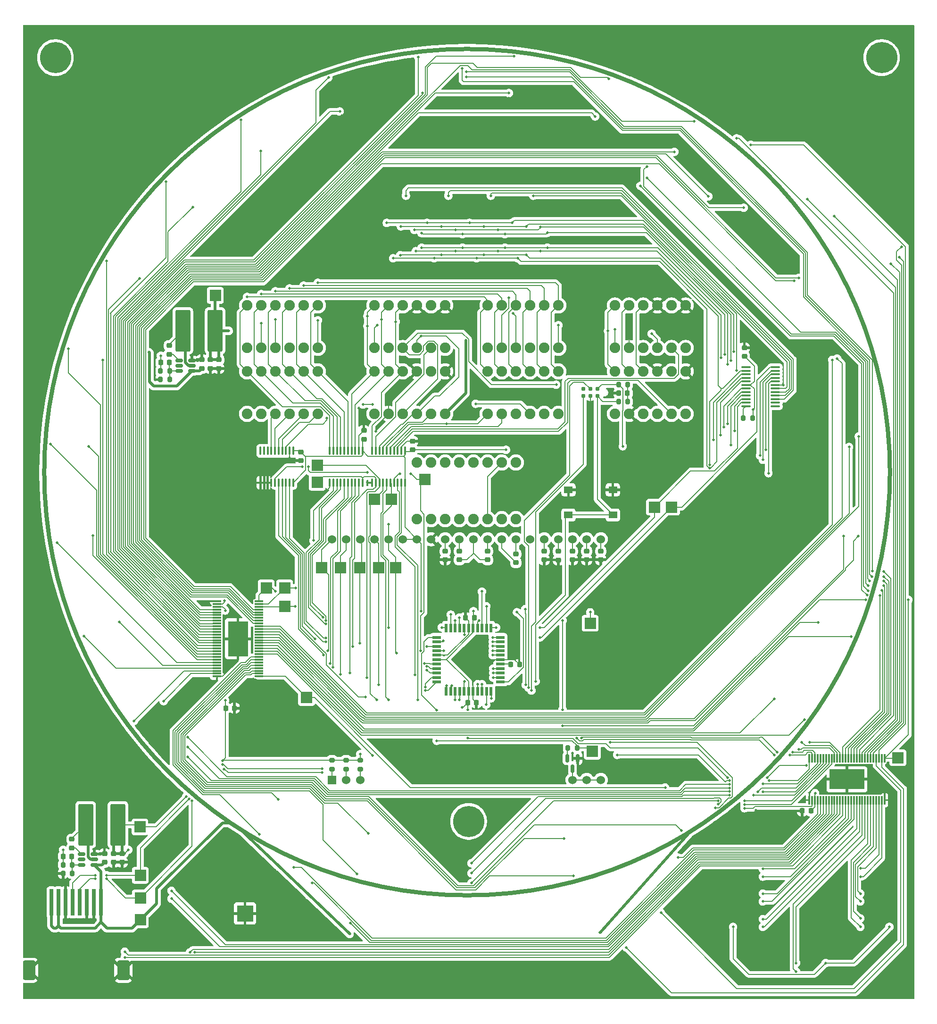
<source format=gbl>
%TF.GenerationSoftware,KiCad,Pcbnew,9.0.4*%
%TF.CreationDate,2025-09-16T15:39:33-04:00*%
%TF.ProjectId,mini-lhc-display,6d696e69-2d6c-4686-932d-646973706c61,rev?*%
%TF.SameCoordinates,Original*%
%TF.FileFunction,Copper,L2,Bot*%
%TF.FilePolarity,Positive*%
%FSLAX46Y46*%
G04 Gerber Fmt 4.6, Leading zero omitted, Abs format (unit mm)*
G04 Created by KiCad (PCBNEW 9.0.4) date 2025-09-16 15:39:33*
%MOMM*%
%LPD*%
G01*
G04 APERTURE LIST*
G04 Aperture macros list*
%AMRoundRect*
0 Rectangle with rounded corners*
0 $1 Rounding radius*
0 $2 $3 $4 $5 $6 $7 $8 $9 X,Y pos of 4 corners*
0 Add a 4 corners polygon primitive as box body*
4,1,4,$2,$3,$4,$5,$6,$7,$8,$9,$2,$3,0*
0 Add four circle primitives for the rounded corners*
1,1,$1+$1,$2,$3*
1,1,$1+$1,$4,$5*
1,1,$1+$1,$6,$7*
1,1,$1+$1,$8,$9*
0 Add four rect primitives between the rounded corners*
20,1,$1+$1,$2,$3,$4,$5,0*
20,1,$1+$1,$4,$5,$6,$7,0*
20,1,$1+$1,$6,$7,$8,$9,0*
20,1,$1+$1,$8,$9,$2,$3,0*%
G04 Aperture macros list end*
%TA.AperFunction,Conductor*%
%ADD10C,0.508000*%
%TD*%
%TA.AperFunction,Conductor*%
%ADD11C,0.762000*%
%TD*%
%TA.AperFunction,ComponentPad*%
%ADD12C,1.905000*%
%TD*%
%TA.AperFunction,ComponentPad*%
%ADD13C,3.600000*%
%TD*%
%TA.AperFunction,ConnectorPad*%
%ADD14C,5.600000*%
%TD*%
%TA.AperFunction,ComponentPad*%
%ADD15R,1.524000X1.524000*%
%TD*%
%TA.AperFunction,ComponentPad*%
%ADD16C,1.524000*%
%TD*%
%TA.AperFunction,SMDPad,CuDef*%
%ADD17RoundRect,0.225000X0.250000X-0.225000X0.250000X0.225000X-0.250000X0.225000X-0.250000X-0.225000X0*%
%TD*%
%TA.AperFunction,SMDPad,CuDef*%
%ADD18RoundRect,0.200000X0.200000X0.275000X-0.200000X0.275000X-0.200000X-0.275000X0.200000X-0.275000X0*%
%TD*%
%TA.AperFunction,SMDPad,CuDef*%
%ADD19RoundRect,0.225000X-0.250000X0.225000X-0.250000X-0.225000X0.250000X-0.225000X0.250000X0.225000X0*%
%TD*%
%TA.AperFunction,SMDPad,CuDef*%
%ADD20R,2.000000X2.000000*%
%TD*%
%TA.AperFunction,SMDPad,CuDef*%
%ADD21RoundRect,0.150000X0.512500X0.150000X-0.512500X0.150000X-0.512500X-0.150000X0.512500X-0.150000X0*%
%TD*%
%TA.AperFunction,ConnectorPad*%
%ADD22C,0.787400*%
%TD*%
%TA.AperFunction,SMDPad,CuDef*%
%ADD23RoundRect,0.100000X0.712500X0.100000X-0.712500X0.100000X-0.712500X-0.100000X0.712500X-0.100000X0*%
%TD*%
%TA.AperFunction,SMDPad,CuDef*%
%ADD24R,3.000000X3.000000*%
%TD*%
%TA.AperFunction,SMDPad,CuDef*%
%ADD25RoundRect,0.225000X0.225000X0.250000X-0.225000X0.250000X-0.225000X-0.250000X0.225000X-0.250000X0*%
%TD*%
%TA.AperFunction,SMDPad,CuDef*%
%ADD26RoundRect,0.225000X-0.225000X-0.250000X0.225000X-0.250000X0.225000X0.250000X-0.225000X0.250000X0*%
%TD*%
%TA.AperFunction,SMDPad,CuDef*%
%ADD27RoundRect,0.100000X0.100000X-0.637500X0.100000X0.637500X-0.100000X0.637500X-0.100000X-0.637500X0*%
%TD*%
%TA.AperFunction,SMDPad,CuDef*%
%ADD28RoundRect,0.200000X-0.200000X-0.275000X0.200000X-0.275000X0.200000X0.275000X-0.200000X0.275000X0*%
%TD*%
%TA.AperFunction,SMDPad,CuDef*%
%ADD29R,1.500000X0.550000*%
%TD*%
%TA.AperFunction,SMDPad,CuDef*%
%ADD30R,0.550000X1.500000*%
%TD*%
%TA.AperFunction,SMDPad,CuDef*%
%ADD31R,0.300000X1.550000*%
%TD*%
%TA.AperFunction,SMDPad,CuDef*%
%ADD32R,6.350000X3.610000*%
%TD*%
%TA.AperFunction,SMDPad,CuDef*%
%ADD33RoundRect,0.150000X-0.150000X0.587500X-0.150000X-0.587500X0.150000X-0.587500X0.150000X0.587500X0*%
%TD*%
%TA.AperFunction,SMDPad,CuDef*%
%ADD34RoundRect,0.250001X-1.099999X-3.499999X1.099999X-3.499999X1.099999X3.499999X-1.099999X3.499999X0*%
%TD*%
%TA.AperFunction,SMDPad,CuDef*%
%ADD35RoundRect,0.114000X0.266000X-2.261000X0.266000X2.261000X-0.266000X2.261000X-0.266000X-2.261000X0*%
%TD*%
%TA.AperFunction,SMDPad,CuDef*%
%ADD36RoundRect,0.336000X0.784000X-1.419000X0.784000X1.419000X-0.784000X1.419000X-0.784000X-1.419000X0*%
%TD*%
%TA.AperFunction,SMDPad,CuDef*%
%ADD37R,1.550000X1.300000*%
%TD*%
%TA.AperFunction,SMDPad,CuDef*%
%ADD38RoundRect,0.200000X-0.275000X0.200000X-0.275000X-0.200000X0.275000X-0.200000X0.275000X0.200000X0*%
%TD*%
%TA.AperFunction,SMDPad,CuDef*%
%ADD39R,1.550000X0.300000*%
%TD*%
%TA.AperFunction,SMDPad,CuDef*%
%ADD40R,3.610000X6.350000*%
%TD*%
%TA.AperFunction,ViaPad*%
%ADD41C,0.508000*%
%TD*%
%TA.AperFunction,Conductor*%
%ADD42C,0.203200*%
%TD*%
%TA.AperFunction,Conductor*%
%ADD43C,0.152400*%
%TD*%
%TA.AperFunction,Conductor*%
%ADD44C,0.200000*%
%TD*%
G04 APERTURE END LIST*
D10*
%TO.N,+15V*%
X119888000Y-185166000D02*
X136179268Y-166989792D01*
D11*
X171932600Y-102565200D02*
G75*
G02*
X20091400Y-102565200I-75920600J0D01*
G01*
X20091400Y-102565200D02*
G75*
G02*
X171932600Y-102565200I75920600J0D01*
G01*
D10*
X74930000Y-185420000D02*
X54975792Y-166394233D01*
%TD*%
D12*
%TO.P,DSP5,1,CA1*%
%TO.N,/7 Segment Displays/A_DIG0*%
X86995000Y-110998000D03*
%TO.P,DSP5,2,CA2*%
%TO.N,/7 Segment Displays/A_DIG1*%
X89535000Y-110998000D03*
%TO.P,DSP5,3,D*%
%TO.N,/7 Segment Displays/C_SEGD*%
X92075000Y-110998000D03*
%TO.P,DSP5,4,CA_L1L2*%
%TO.N,/7 Segment Displays/A_DIG1*%
X94615000Y-110998000D03*
%TO.P,DSP5,5,E*%
%TO.N,/7 Segment Displays/C_SEGE*%
X97175291Y-110998000D03*
%TO.P,DSP5,6,CA3*%
%TO.N,/7 Segment Displays/A_DIG2*%
X99695000Y-110998000D03*
%TO.P,DSP5,7,DP*%
%TO.N,unconnected-(DSP5-DP-Pad7)*%
X102235000Y-110998000D03*
%TO.P,DSP5,8,CA4*%
%TO.N,/7 Segment Displays/A_DIG3*%
X104775000Y-110998000D03*
%TO.P,DSP5,9,L3*%
%TO.N,/7 Segment Displays/C_SEGDP*%
X104775000Y-100838000D03*
%TO.P,DSP5,10,CA_L3*%
%TO.N,/7 Segment Displays/A_DIG2*%
X102235000Y-100838000D03*
%TO.P,DSP5,11,F*%
%TO.N,/7 Segment Displays/C_SEGF*%
X99695000Y-100838000D03*
%TO.P,DSP5,12,L1L2*%
%TO.N,/7 Segment Displays/C_SEGDP*%
X97175291Y-100838000D03*
%TO.P,DSP5,13,C*%
%TO.N,/7 Segment Displays/C_SEGC*%
X94615000Y-100838000D03*
%TO.P,DSP5,14,A*%
%TO.N,/7 Segment Displays/C_SEGA*%
X92075000Y-100838000D03*
%TO.P,DSP5,15,G*%
%TO.N,/7 Segment Displays/C_SEGG*%
X89535000Y-100838000D03*
%TO.P,DSP5,16,B*%
%TO.N,/7 Segment Displays/C_SEGB*%
X86995000Y-100838000D03*
%TD*%
D13*
%TO.P,REF\u002A\u002A,1*%
%TO.N,N/C*%
X170434000Y-28194000D03*
D14*
X170434000Y-28194000D03*
%TD*%
D12*
%TO.P,DSP4,1,RST*%
%TO.N,/Dot Matrix Displays/~{RST}*%
X99695000Y-92087500D03*
%TO.P,DSP4,2,FL*%
%TO.N,/Dot Matrix Displays/FL*%
X102235000Y-92087500D03*
%TO.P,DSP4,3,A0*%
%TO.N,/Dot Matrix Displays/A0*%
X104775000Y-92087500D03*
%TO.P,DSP4,4,A1*%
%TO.N,/Dot Matrix Displays/A1*%
X107315000Y-92087500D03*
%TO.P,DSP4,5,A2*%
%TO.N,/Dot Matrix Displays/A2*%
X109855000Y-92087500D03*
%TO.P,DSP4,6,A3*%
%TO.N,/Dot Matrix Displays/A3*%
X112395000Y-92087500D03*
%TO.P,DSP4,10,A4*%
%TO.N,/Dot Matrix Displays/A4*%
X122555000Y-92087500D03*
%TO.P,DSP4,11,CLS*%
%TO.N,GND*%
X125095000Y-92087500D03*
%TO.P,DSP4,12,CLK*%
%TO.N,/Dot Matrix Displays/CLK*%
X127635000Y-92087500D03*
%TO.P,DSP4,13,WR*%
%TO.N,/Dot Matrix Displays/~{WR}*%
X130175000Y-92087500D03*
%TO.P,DSP4,14,CE*%
%TO.N,/Dot Matrix Displays/~{CE}_BR*%
X132715000Y-92087500D03*
%TO.P,DSP4,15,VDD*%
%TO.N,+5V*%
X135255000Y-92087500D03*
%TO.P,DSP4,16,GND*%
%TO.N,GND*%
X135255000Y-84467500D03*
%TO.P,DSP4,17,THERMAL_TEST*%
%TO.N,unconnected-(DSP4-THERMAL_TEST-Pad17)*%
X132715000Y-84467500D03*
%TO.P,DSP4,18,GND*%
%TO.N,GND*%
X130175000Y-84467500D03*
%TO.P,DSP4,19,RD*%
%TO.N,/Dot Matrix Displays/~{RD}*%
X127635000Y-84467500D03*
%TO.P,DSP4,20,D0*%
%TO.N,/Dot Matrix Displays/D0*%
X125095000Y-84467500D03*
%TO.P,DSP4,21,D1*%
%TO.N,/Dot Matrix Displays/D1*%
X122555000Y-84467500D03*
%TO.P,DSP4,25,D2*%
%TO.N,/Dot Matrix Displays/D2*%
X112395000Y-84467500D03*
%TO.P,DSP4,26,D3*%
%TO.N,/Dot Matrix Displays/D3*%
X109855000Y-84467500D03*
%TO.P,DSP4,27,D4*%
%TO.N,/Dot Matrix Displays/D4*%
X107315000Y-84467500D03*
%TO.P,DSP4,28,D5*%
%TO.N,/Dot Matrix Displays/D5*%
X104775000Y-84467500D03*
%TO.P,DSP4,29,D6*%
%TO.N,/Dot Matrix Displays/D6*%
X102235000Y-84467500D03*
%TO.P,DSP4,30,D7*%
%TO.N,/Dot Matrix Displays/D7*%
X99695000Y-84467500D03*
%TD*%
%TO.P,DSP3,1,RST*%
%TO.N,/Dot Matrix Displays/~{RST}*%
X56515000Y-92087500D03*
%TO.P,DSP3,2,FL*%
%TO.N,/Dot Matrix Displays/FL*%
X59055000Y-92087500D03*
%TO.P,DSP3,3,A0*%
%TO.N,/Dot Matrix Displays/A0*%
X61595000Y-92087500D03*
%TO.P,DSP3,4,A1*%
%TO.N,/Dot Matrix Displays/A1*%
X64135000Y-92087500D03*
%TO.P,DSP3,5,A2*%
%TO.N,/Dot Matrix Displays/A2*%
X66675000Y-92087500D03*
%TO.P,DSP3,6,A3*%
%TO.N,/Dot Matrix Displays/A3*%
X69215000Y-92087500D03*
%TO.P,DSP3,10,A4*%
%TO.N,/Dot Matrix Displays/A4*%
X79375000Y-92087500D03*
%TO.P,DSP3,11,CLS*%
%TO.N,GND*%
X81915000Y-92087500D03*
%TO.P,DSP3,12,CLK*%
%TO.N,/Dot Matrix Displays/CLK*%
X84455000Y-92087500D03*
%TO.P,DSP3,13,WR*%
%TO.N,/Dot Matrix Displays/~{WR}*%
X86995000Y-92087500D03*
%TO.P,DSP3,14,CE*%
%TO.N,/Dot Matrix Displays/~{CE}_BL*%
X89535000Y-92087500D03*
%TO.P,DSP3,15,VDD*%
%TO.N,+5V*%
X92075000Y-92087500D03*
%TO.P,DSP3,16,GND*%
%TO.N,GND*%
X92075000Y-84467500D03*
%TO.P,DSP3,17,THERMAL_TEST*%
%TO.N,unconnected-(DSP3-THERMAL_TEST-Pad17)*%
X89535000Y-84467500D03*
%TO.P,DSP3,18,GND*%
%TO.N,GND*%
X86995000Y-84467500D03*
%TO.P,DSP3,19,RD*%
%TO.N,/Dot Matrix Displays/~{RD}*%
X84455000Y-84467500D03*
%TO.P,DSP3,20,D0*%
%TO.N,/Dot Matrix Displays/D0*%
X81915000Y-84467500D03*
%TO.P,DSP3,21,D1*%
%TO.N,/Dot Matrix Displays/D1*%
X79375000Y-84467500D03*
%TO.P,DSP3,25,D2*%
%TO.N,/Dot Matrix Displays/D2*%
X69215000Y-84467500D03*
%TO.P,DSP3,26,D3*%
%TO.N,/Dot Matrix Displays/D3*%
X66675000Y-84467500D03*
%TO.P,DSP3,27,D4*%
%TO.N,/Dot Matrix Displays/D4*%
X64135000Y-84467500D03*
%TO.P,DSP3,28,D5*%
%TO.N,/Dot Matrix Displays/D5*%
X61595000Y-84467500D03*
%TO.P,DSP3,29,D6*%
%TO.N,/Dot Matrix Displays/D6*%
X59055000Y-84467500D03*
%TO.P,DSP3,30,D7*%
%TO.N,/Dot Matrix Displays/D7*%
X56515000Y-84467500D03*
%TD*%
D15*
%TO.P,U10,1,A1+*%
%TO.N,Net-(U10-A1+)*%
X71755000Y-157782500D03*
D16*
%TO.P,U10,2,A2+*%
%TO.N,Net-(U10-A2+)*%
X74295000Y-157782500D03*
%TO.P,U10,3,A3+*%
%TO.N,Net-(U10-A3+)*%
X76835000Y-157782500D03*
%TO.P,U10,18,C1-*%
%TO.N,Net-(Q1-C)*%
X114935000Y-157782500D03*
%TO.P,U10,19,C2-*%
X117475000Y-157782500D03*
%TO.P,U10,20,C3-*%
X120015000Y-157782500D03*
%TO.P,U10,21,V0*%
%TO.N,Net-(U10-V0)*%
X120015000Y-114602500D03*
%TO.P,U10,22,V1*%
%TO.N,Net-(U10-V1)*%
X117475000Y-114602500D03*
%TO.P,U10,23,V2*%
%TO.N,Net-(U10-V2)*%
X114935000Y-114602500D03*
%TO.P,U10,24,V3*%
%TO.N,Net-(U10-V3)*%
X112395000Y-114602500D03*
%TO.P,U10,25,V4*%
%TO.N,Net-(U10-V4)*%
X109855000Y-114602500D03*
%TO.P,U10,26,VSS*%
%TO.N,GND*%
X107315000Y-114602500D03*
%TO.P,U10,27,CAP2N*%
%TO.N,Net-(U10-CAP2N)*%
X104775000Y-114602500D03*
%TO.P,U10,28,CAP2P*%
%TO.N,Net-(U10-CAP2P)*%
X102235000Y-114602500D03*
%TO.P,U10,29,CAP1P*%
%TO.N,Net-(U10-CAP1P)*%
X99695000Y-114602500D03*
%TO.P,U10,30,CAP1N*%
%TO.N,Net-(U10-CAP1N)*%
X97155000Y-114602500D03*
%TO.P,U10,31,CAP3P*%
%TO.N,Net-(U10-CAP3P)*%
X94615000Y-114602500D03*
%TO.P,U10,32,VOUT*%
%TO.N,Net-(U10-VOUT)*%
X92075000Y-114602500D03*
%TO.P,U10,33,VSS*%
%TO.N,GND*%
X89535000Y-114602500D03*
%TO.P,U10,34,VDD2*%
%TO.N,+3.3V*%
X86995000Y-114602500D03*
%TO.P,U10,35,VDD*%
X84455000Y-114602500D03*
%TO.P,U10,36,SI*%
%TO.N,LCD_MCU_SDO*%
X81915000Y-114602500D03*
%TO.P,U10,37,SCL*%
%TO.N,LCD_SPI_SCLK*%
X79375000Y-114602500D03*
%TO.P,U10,38,A0*%
%TO.N,LCD_A0*%
X76835000Y-114602500D03*
%TO.P,U10,39,~{RST}*%
%TO.N,LCD_~{RESET}*%
X74295000Y-114602500D03*
%TO.P,U10,40,~{CS1B}*%
%TO.N,LCD_~{CS}*%
X71755000Y-114602500D03*
%TD*%
D13*
%TO.P,REF\u002A\u002A,1*%
%TO.N,N/C*%
X22098000Y-28194000D03*
D14*
X22098000Y-28194000D03*
%TD*%
D12*
%TO.P,DSP2,1,RST*%
%TO.N,/Dot Matrix Displays/~{RST}*%
X99695000Y-80276500D03*
%TO.P,DSP2,2,FL*%
%TO.N,/Dot Matrix Displays/FL*%
X102235000Y-80276500D03*
%TO.P,DSP2,3,A0*%
%TO.N,/Dot Matrix Displays/A0*%
X104775000Y-80276500D03*
%TO.P,DSP2,4,A1*%
%TO.N,/Dot Matrix Displays/A1*%
X107315000Y-80276500D03*
%TO.P,DSP2,5,A2*%
%TO.N,/Dot Matrix Displays/A2*%
X109855000Y-80276500D03*
%TO.P,DSP2,6,A3*%
%TO.N,/Dot Matrix Displays/A3*%
X112395000Y-80276500D03*
%TO.P,DSP2,10,A4*%
%TO.N,/Dot Matrix Displays/A4*%
X122555000Y-80276500D03*
%TO.P,DSP2,11,CLS*%
%TO.N,GND*%
X125095000Y-80276500D03*
%TO.P,DSP2,12,CLK*%
%TO.N,/Dot Matrix Displays/CLK*%
X127635000Y-80276500D03*
%TO.P,DSP2,13,WR*%
%TO.N,/Dot Matrix Displays/~{WR}*%
X130175000Y-80276500D03*
%TO.P,DSP2,14,CE*%
%TO.N,/Dot Matrix Displays/~{CE}_AR*%
X132715000Y-80276500D03*
%TO.P,DSP2,15,VDD*%
%TO.N,+5V*%
X135255000Y-80276500D03*
%TO.P,DSP2,16,GND*%
%TO.N,GND*%
X135255000Y-72656500D03*
%TO.P,DSP2,17,THERMAL_TEST*%
%TO.N,unconnected-(DSP2-THERMAL_TEST-Pad17)*%
X132715000Y-72656500D03*
%TO.P,DSP2,18,GND*%
%TO.N,GND*%
X130175000Y-72656500D03*
%TO.P,DSP2,19,RD*%
%TO.N,/Dot Matrix Displays/~{RD}*%
X127635000Y-72656500D03*
%TO.P,DSP2,20,D0*%
%TO.N,/Dot Matrix Displays/D0*%
X125095000Y-72656500D03*
%TO.P,DSP2,21,D1*%
%TO.N,/Dot Matrix Displays/D1*%
X122555000Y-72656500D03*
%TO.P,DSP2,25,D2*%
%TO.N,/Dot Matrix Displays/D2*%
X112395000Y-72656500D03*
%TO.P,DSP2,26,D3*%
%TO.N,/Dot Matrix Displays/D3*%
X109855000Y-72656500D03*
%TO.P,DSP2,27,D4*%
%TO.N,/Dot Matrix Displays/D4*%
X107315000Y-72656500D03*
%TO.P,DSP2,28,D5*%
%TO.N,/Dot Matrix Displays/D5*%
X104775000Y-72656500D03*
%TO.P,DSP2,29,D6*%
%TO.N,/Dot Matrix Displays/D6*%
X102235000Y-72656500D03*
%TO.P,DSP2,30,D7*%
%TO.N,/Dot Matrix Displays/D7*%
X99695000Y-72656500D03*
%TD*%
D13*
%TO.P,REF\u002A\u002A,1*%
%TO.N,N/C*%
X96283641Y-165227000D03*
D14*
X96283641Y-165227000D03*
%TD*%
D12*
%TO.P,DSP1,1,RST*%
%TO.N,/Dot Matrix Displays/~{RST}*%
X56515000Y-80276500D03*
%TO.P,DSP1,2,FL*%
%TO.N,/Dot Matrix Displays/FL*%
X59055000Y-80276500D03*
%TO.P,DSP1,3,A0*%
%TO.N,/Dot Matrix Displays/A0*%
X61595000Y-80276500D03*
%TO.P,DSP1,4,A1*%
%TO.N,/Dot Matrix Displays/A1*%
X64135000Y-80276500D03*
%TO.P,DSP1,5,A2*%
%TO.N,/Dot Matrix Displays/A2*%
X66675000Y-80276500D03*
%TO.P,DSP1,6,A3*%
%TO.N,/Dot Matrix Displays/A3*%
X69215000Y-80276500D03*
%TO.P,DSP1,10,A4*%
%TO.N,/Dot Matrix Displays/A4*%
X79375000Y-80276500D03*
%TO.P,DSP1,11,CLS*%
%TO.N,+5V*%
X81915000Y-80276500D03*
%TO.P,DSP1,12,CLK*%
%TO.N,/Dot Matrix Displays/CLK*%
X84455000Y-80276500D03*
%TO.P,DSP1,13,WR*%
%TO.N,/Dot Matrix Displays/~{WR}*%
X86995000Y-80276500D03*
%TO.P,DSP1,14,CE*%
%TO.N,/Dot Matrix Displays/~{CE}_AL*%
X89535000Y-80276500D03*
%TO.P,DSP1,15,VDD*%
%TO.N,+5V*%
X92075000Y-80276500D03*
%TO.P,DSP1,16,GND*%
%TO.N,GND*%
X92075000Y-72656500D03*
%TO.P,DSP1,17,THERMAL_TEST*%
%TO.N,unconnected-(DSP1-THERMAL_TEST-Pad17)*%
X89535000Y-72656500D03*
%TO.P,DSP1,18,GND*%
%TO.N,GND*%
X86995000Y-72656500D03*
%TO.P,DSP1,19,RD*%
%TO.N,/Dot Matrix Displays/~{RD}*%
X84455000Y-72656500D03*
%TO.P,DSP1,20,D0*%
%TO.N,/Dot Matrix Displays/D0*%
X81915000Y-72656500D03*
%TO.P,DSP1,21,D1*%
%TO.N,/Dot Matrix Displays/D1*%
X79375000Y-72656500D03*
%TO.P,DSP1,25,D2*%
%TO.N,/Dot Matrix Displays/D2*%
X69215000Y-72656500D03*
%TO.P,DSP1,26,D3*%
%TO.N,/Dot Matrix Displays/D3*%
X66675000Y-72656500D03*
%TO.P,DSP1,27,D4*%
%TO.N,/Dot Matrix Displays/D4*%
X64135000Y-72656500D03*
%TO.P,DSP1,28,D5*%
%TO.N,/Dot Matrix Displays/D5*%
X61595000Y-72656500D03*
%TO.P,DSP1,29,D6*%
%TO.N,/Dot Matrix Displays/D6*%
X59055000Y-72656500D03*
%TO.P,DSP1,30,D7*%
%TO.N,/Dot Matrix Displays/D7*%
X56515000Y-72656500D03*
%TD*%
D17*
%TO.P,C9,1*%
%TO.N,+15V*%
X48387000Y-83947000D03*
%TO.P,C9,2*%
%TO.N,GND*%
X48387000Y-82397000D03*
%TD*%
D18*
%TO.P,R9,1*%
%TO.N,Net-(U6-FB)*%
X25107500Y-173022695D03*
%TO.P,R9,2*%
%TO.N,+3.3V*%
X23457500Y-173022695D03*
%TD*%
D19*
%TO.P,C13,1*%
%TO.N,Net-(U6-SW)*%
X25059170Y-168409767D03*
%TO.P,C13,2*%
%TO.N,Net-(U6-BST)*%
X25059170Y-169959767D03*
%TD*%
D20*
%TO.P,TP18,1,1*%
%TO.N,/MTX_FLASH*%
X88392000Y-103886000D03*
%TD*%
D21*
%TO.P,U2,1,GND*%
%TO.N,GND*%
X46583300Y-82512551D03*
%TO.P,U2,2,SW*%
%TO.N,Net-(U2-SW)*%
X46583300Y-83462551D03*
%TO.P,U2,3,IN*%
%TO.N,+15V*%
X46583300Y-84412551D03*
%TO.P,U2,4,FB*%
%TO.N,Net-(U2-FB)*%
X44308300Y-84412551D03*
%TO.P,U2,5,EN*%
%TO.N,unconnected-(U2-EN-Pad5)*%
X44308300Y-83462551D03*
%TO.P,U2,6,BST*%
%TO.N,Net-(U2-BST)*%
X44308300Y-82512551D03*
%TD*%
D20*
%TO.P,TP4,1,1*%
%TO.N,LINK_I2C_SCL*%
X37338000Y-174893000D03*
%TD*%
D22*
%TO.P,CN2,1,~{MCLR}/VPP*%
%TO.N,~{MCLR}*%
X119380000Y-88912500D03*
%TO.P,CN2,2,VDD*%
%TO.N,+3.3V*%
X119380000Y-87642500D03*
%TO.P,CN2,3,VSS*%
%TO.N,GND*%
X118110000Y-88912500D03*
%TO.P,CN2,4,PGD/ICSPDAT*%
%TO.N,PGD*%
X118110000Y-87642500D03*
%TO.P,CN2,5,PGC/ICSPCLK*%
%TO.N,PGC*%
X116840000Y-88912500D03*
%TO.P,CN2,6,PGM/LVP*%
%TO.N,unconnected-(CN2-PGM{slash}LVP-Pad6)*%
X116840000Y-87642500D03*
%TD*%
D23*
%TO.P,U7,1,SDA*%
%TO.N,/7SEG_SDA*%
X151354500Y-83756500D03*
%TO.P,U7,2,DIG0*%
%TO.N,/7 Segment Displays/A_DIG0*%
X151354500Y-84391500D03*
%TO.P,U7,3,DIG1*%
%TO.N,/7 Segment Displays/A_DIG1*%
X151354500Y-85026500D03*
%TO.P,U7,4,DIG2*%
%TO.N,/7 Segment Displays/A_DIG2*%
X151354500Y-85661500D03*
%TO.P,U7,5,DIG3*%
%TO.N,/7 Segment Displays/A_DIG3*%
X151354500Y-86296500D03*
%TO.P,U7,6,GND*%
%TO.N,GND*%
X151354500Y-86931500D03*
%TO.P,U7,7,DIG4*%
%TO.N,/7 Segment Displays/A_DIG4*%
X151354500Y-87566500D03*
%TO.P,U7,8,DIG5*%
%TO.N,/7 Segment Displays/A_DIG5*%
X151354500Y-88201500D03*
%TO.P,U7,9,DIG6*%
%TO.N,/7 Segment Displays/A_DIG6*%
X151354500Y-88836500D03*
%TO.P,U7,10,DIG7*%
%TO.N,/7 Segment Displays/A_DIG7*%
X151354500Y-89471500D03*
%TO.P,U7,11,KEYA*%
%TO.N,unconnected-(U7-KEYA-Pad11)*%
X151354500Y-90106500D03*
%TO.P,U7,12,KEYB*%
%TO.N,unconnected-(U7-KEYB-Pad12)*%
X151354500Y-90741500D03*
%TO.P,U7,13,ISET*%
%TO.N,Net-(U7-ISET)*%
X146079500Y-90741500D03*
%TO.P,U7,14,SCL*%
%TO.N,/7SEG_SCL*%
X146079500Y-90106500D03*
%TO.P,U7,15,SEGA*%
%TO.N,/7 Segment Displays/C_SEGA*%
X146079500Y-89471500D03*
%TO.P,U7,16,SEGF*%
%TO.N,/7 Segment Displays/C_SEGF*%
X146079500Y-88836500D03*
%TO.P,U7,17,SEGB*%
%TO.N,/7 Segment Displays/C_SEGB*%
X146079500Y-88201500D03*
%TO.P,U7,18,SEGG*%
%TO.N,/7 Segment Displays/C_SEGG*%
X146079500Y-87566500D03*
%TO.P,U7,19,VDD*%
%TO.N,+3.3V*%
X146079500Y-86931500D03*
%TO.P,U7,20,SEGC*%
%TO.N,/7 Segment Displays/C_SEGC*%
X146079500Y-86296500D03*
%TO.P,U7,21,SEGE*%
%TO.N,/7 Segment Displays/C_SEGE*%
X146079500Y-85661500D03*
%TO.P,U7,22,SEGDP*%
%TO.N,/7 Segment Displays/C_SEGDP*%
X146079500Y-85026500D03*
%TO.P,U7,23,SEGD*%
%TO.N,/7 Segment Displays/C_SEGD*%
X146079500Y-84391500D03*
%TO.P,U7,24,IRQ*%
%TO.N,unconnected-(U7-IRQ-Pad24)*%
X146079500Y-83756500D03*
%TD*%
D20*
%TO.P,TP22,1,1*%
%TO.N,/7SEG_SCL*%
X129667000Y-108839000D03*
%TD*%
D24*
%TO.P,TP3,1,1*%
%TO.N,GND*%
X56134000Y-181737000D03*
%TD*%
D19*
%TO.P,C11,1*%
%TO.N,+5V*%
X51435000Y-82397000D03*
%TO.P,C11,2*%
%TO.N,GND*%
X51435000Y-83947000D03*
%TD*%
D25*
%TO.P,C1,1*%
%TO.N,GND*%
X105423000Y-137081500D03*
%TO.P,C1,2*%
%TO.N,Net-(U1-VCAP)*%
X103873000Y-137081500D03*
%TD*%
D20*
%TO.P,TP20,1,1*%
%TO.N,/MTX_~{RESET}*%
X82423000Y-107442000D03*
%TD*%
%TO.P,TP11,1,1*%
%TO.N,LCD_A0*%
X76708000Y-119682500D03*
%TD*%
D17*
%TO.P,C25,1*%
%TO.N,Net-(U10-CAP2P)*%
X104775000Y-118806500D03*
%TO.P,C25,2*%
%TO.N,Net-(U10-CAP2N)*%
X104775000Y-117256500D03*
%TD*%
D19*
%TO.P,C21,1*%
%TO.N,Net-(U10-V2)*%
X114935000Y-116748500D03*
%TO.P,C21,2*%
%TO.N,GND*%
X114935000Y-118298500D03*
%TD*%
D25*
%TO.P,C16,1*%
%TO.N,+3.3V*%
X157747000Y-163322000D03*
%TO.P,C16,2*%
%TO.N,GND*%
X156197000Y-163322000D03*
%TD*%
D26*
%TO.P,C15,1*%
%TO.N,+3.3V*%
X52692000Y-144907000D03*
%TO.P,C15,2*%
%TO.N,GND*%
X54242000Y-144907000D03*
%TD*%
D19*
%TO.P,C8,1*%
%TO.N,Net-(U2-SW)*%
X42545000Y-79857000D03*
%TO.P,C8,2*%
%TO.N,Net-(U2-BST)*%
X42545000Y-81407000D03*
%TD*%
D25*
%TO.P,C27,1*%
%TO.N,Net-(U6-FB)*%
X25057500Y-171496167D03*
%TO.P,C27,2*%
%TO.N,+3.3V*%
X23507500Y-171496167D03*
%TD*%
D27*
%TO.P,U4,1,DIR*%
%TO.N,+3.3V*%
X84840000Y-104462500D03*
%TO.P,U4,2,A1*%
%TO.N,/MTX_~{CE}_D*%
X84190000Y-104462500D03*
%TO.P,U4,3,A2*%
%TO.N,MTX_~{CE}_B*%
X83540000Y-104462500D03*
%TO.P,U4,4,A3*%
%TO.N,/MTX_FLASH*%
X82890000Y-104462500D03*
%TO.P,U4,5,A4*%
%TO.N,/MTX_~{RESET}*%
X82240000Y-104462500D03*
%TO.P,U4,6,A5*%
%TO.N,/MTX_~{CE}_C*%
X81590000Y-104462500D03*
%TO.P,U4,7,A6*%
%TO.N,/MTX_~{WR}*%
X80940000Y-104462500D03*
%TO.P,U4,8,A7*%
%TO.N,MTX_~{CE}_A*%
X80290000Y-104462500D03*
%TO.P,U4,9,A8*%
%TO.N,/MTX_~{RD}*%
X79640000Y-104462500D03*
%TO.P,U4,10,GND*%
%TO.N,GND*%
X78990000Y-104462500D03*
%TO.P,U4,11,B8*%
%TO.N,/Dot Matrix Displays/~{RD}*%
X78990000Y-98737500D03*
%TO.P,U4,12,B7*%
%TO.N,/Dot Matrix Displays/~{CE}_AL*%
X79640000Y-98737500D03*
%TO.P,U4,13,B6*%
%TO.N,/Dot Matrix Displays/~{WR}*%
X80290000Y-98737500D03*
%TO.P,U4,14,B5*%
%TO.N,/Dot Matrix Displays/~{CE}_BL*%
X80940000Y-98737500D03*
%TO.P,U4,15,B4*%
%TO.N,/Dot Matrix Displays/~{RST}*%
X81590000Y-98737500D03*
%TO.P,U4,16,B3*%
%TO.N,/Dot Matrix Displays/FL*%
X82240000Y-98737500D03*
%TO.P,U4,17,B2*%
%TO.N,/Dot Matrix Displays/~{CE}_AR*%
X82890000Y-98737500D03*
%TO.P,U4,18,B1*%
%TO.N,/Dot Matrix Displays/~{CE}_BR*%
X83540000Y-98737500D03*
%TO.P,U4,19,~{OE}*%
%TO.N,GND*%
X84190000Y-98737500D03*
%TO.P,U4,20,VCC*%
%TO.N,+3.3V*%
X84840000Y-98737500D03*
%TD*%
D19*
%TO.P,C20,1*%
%TO.N,Net-(U10-V1)*%
X117475000Y-116748500D03*
%TO.P,C20,2*%
%TO.N,GND*%
X117475000Y-118298500D03*
%TD*%
%TO.P,C23,1*%
%TO.N,Net-(U10-V4)*%
X109855000Y-116748500D03*
%TO.P,C23,2*%
%TO.N,GND*%
X109855000Y-118298500D03*
%TD*%
D28*
%TO.P,R1,1*%
%TO.N,~{MCLR}*%
X123190000Y-89916000D03*
%TO.P,R1,2*%
%TO.N,Net-(C4-Pad2)*%
X124840000Y-89916000D03*
%TD*%
D20*
%TO.P,TP25,1,1*%
%TO.N,+15V*%
X37338000Y-182880000D03*
%TD*%
%TO.P,TP15,1,1*%
%TO.N,LED_GSCLK*%
X118110000Y-129667000D03*
%TD*%
D29*
%TO.P,U1,1,RB9*%
%TO.N,/7SEG_SDA*%
X101985000Y-132205000D03*
%TO.P,U1,2,RC6*%
%TO.N,/Dot Matrix Displays/MTX_DATA6*%
X101985000Y-133005000D03*
%TO.P,U1,3,RC7*%
%TO.N,LCD_A0*%
X101985000Y-133805000D03*
%TO.P,U1,4,RC8*%
%TO.N,LCD_MCU_SDO*%
X101985000Y-134605000D03*
%TO.P,U1,5,RC9*%
%TO.N,LCD_~{CS}*%
X101985000Y-135405000D03*
%TO.P,U1,6,VSS*%
%TO.N,GND*%
X101985000Y-136205000D03*
%TO.P,U1,7,VCAP*%
%TO.N,Net-(U1-VCAP)*%
X101985000Y-137005000D03*
%TO.P,U1,8,RB10*%
%TO.N,LCD_~{RESET}*%
X101985000Y-137805000D03*
%TO.P,U1,9,RB11*%
%TO.N,MTX_~{CE}_B*%
X101985000Y-138605000D03*
%TO.P,U1,10,RB12*%
%TO.N,MTX_~{CE}_A*%
X101985000Y-139405000D03*
%TO.P,U1,11,RB13*%
%TO.N,LED_GSCLK*%
X101985000Y-140205000D03*
D30*
%TO.P,U1,12,RA10*%
%TO.N,/Dot Matrix Displays/MTX_ADDR2*%
X100285000Y-141905000D03*
%TO.P,U1,13,RA7*%
%TO.N,/MTX_~{WR}*%
X99485000Y-141905000D03*
%TO.P,U1,14,RB14*%
%TO.N,LED_SPI_SCLK*%
X98685000Y-141905000D03*
%TO.P,U1,15,RB15*%
%TO.N,LCD_SPI_SCLK*%
X97885000Y-141905000D03*
%TO.P,U1,16,AVSS*%
%TO.N,GND*%
X97085000Y-141905000D03*
%TO.P,U1,17,AVDD*%
%TO.N,+3.3V*%
X96285000Y-141905000D03*
%TO.P,U1,18,~{MCLR}*%
%TO.N,~{MCLR}*%
X95485000Y-141905000D03*
%TO.P,U1,19,RA0*%
%TO.N,/MTX_~{CE}_C*%
X94685000Y-141905000D03*
%TO.P,U1,20,RA1*%
%TO.N,/MTX_~{CE}_D*%
X93885000Y-141905000D03*
%TO.P,U1,21,RB0*%
%TO.N,PGD*%
X93085000Y-141905000D03*
%TO.P,U1,22,RB1*%
%TO.N,PGC*%
X92285000Y-141905000D03*
D29*
%TO.P,U1,23,RB2*%
%TO.N,LINK_I2C_SDA*%
X90585000Y-140205000D03*
%TO.P,U1,24,RB3*%
%TO.N,LINK_I2C_SCL*%
X90585000Y-139405000D03*
%TO.P,U1,25,RC0*%
%TO.N,/Dot Matrix Displays/MTX_DATA0*%
X90585000Y-138605000D03*
%TO.P,U1,26,RC1*%
%TO.N,/Dot Matrix Displays/MTX_DATA1*%
X90585000Y-137805000D03*
%TO.P,U1,27,RC2*%
%TO.N,/Dot Matrix Displays/MTX_DATA2*%
X90585000Y-137005000D03*
%TO.P,U1,28,VDD*%
%TO.N,+3.3V*%
X90585000Y-136205000D03*
%TO.P,U1,29,VSS*%
%TO.N,GND*%
X90585000Y-135405000D03*
%TO.P,U1,30,RA2*%
%TO.N,/MTX_FLASH*%
X90585000Y-134605000D03*
%TO.P,U1,31,RA3*%
%TO.N,/MTX_~{RD}*%
X90585000Y-133805000D03*
%TO.P,U1,32,RA8*%
%TO.N,/Dot Matrix Displays/MTX_ADDR4*%
X90585000Y-133005000D03*
%TO.P,U1,33,RB4*%
%TO.N,LCD_BL_EN*%
X90585000Y-132205000D03*
D30*
%TO.P,U1,34,RA4*%
%TO.N,/MTX_~{RESET}*%
X92285000Y-130505000D03*
%TO.P,U1,35,RA9*%
%TO.N,/Dot Matrix Displays/MTX_ADDR3*%
X93085000Y-130505000D03*
%TO.P,U1,36,RC3*%
%TO.N,/Dot Matrix Displays/MTX_DATA3*%
X93885000Y-130505000D03*
%TO.P,U1,37,RC4*%
%TO.N,/Dot Matrix Displays/MTX_DATA4*%
X94685000Y-130505000D03*
%TO.P,U1,38,RC5*%
%TO.N,/Dot Matrix Displays/MTX_DATA5*%
X95485000Y-130505000D03*
%TO.P,U1,39,VSS*%
%TO.N,GND*%
X96285000Y-130505000D03*
%TO.P,U1,40,VDD*%
%TO.N,+3.3V*%
X97085000Y-130505000D03*
%TO.P,U1,41,RB5*%
%TO.N,LED_MCU_SDI*%
X97885000Y-130505000D03*
%TO.P,U1,42,RB6*%
%TO.N,LED_MCU_SDO*%
X98685000Y-130505000D03*
%TO.P,U1,43,RB7*%
%TO.N,LED_LAT*%
X99485000Y-130505000D03*
%TO.P,U1,44,RB8*%
%TO.N,/7SEG_SCL*%
X100285000Y-130505000D03*
%TD*%
D19*
%TO.P,C24,1*%
%TO.N,Net-(U10-VOUT)*%
X92075000Y-116748500D03*
%TO.P,C24,2*%
%TO.N,GND*%
X92075000Y-118298500D03*
%TD*%
D20*
%TO.P,TP23,1,1*%
%TO.N,/7SEG_SDA*%
X132715000Y-108839000D03*
%TD*%
D27*
%TO.P,U3,1,DIR*%
%TO.N,/MTX_~{RD}*%
X77220000Y-104462500D03*
%TO.P,U3,2,A1*%
%TO.N,/Dot Matrix Displays/MTX_DATA0*%
X76570000Y-104462500D03*
%TO.P,U3,3,A2*%
%TO.N,/Dot Matrix Displays/MTX_DATA1*%
X75920000Y-104462500D03*
%TO.P,U3,4,A3*%
%TO.N,/Dot Matrix Displays/MTX_DATA2*%
X75270000Y-104462500D03*
%TO.P,U3,5,A4*%
%TO.N,/Dot Matrix Displays/MTX_DATA3*%
X74620000Y-104462500D03*
%TO.P,U3,6,A5*%
%TO.N,/Dot Matrix Displays/MTX_DATA4*%
X73970000Y-104462500D03*
%TO.P,U3,7,A6*%
%TO.N,/Dot Matrix Displays/MTX_DATA5*%
X73320000Y-104462500D03*
%TO.P,U3,8,A7*%
%TO.N,/Dot Matrix Displays/MTX_DATA6*%
X72670000Y-104462500D03*
%TO.P,U3,9,A8*%
%TO.N,LCD_A0*%
X72020000Y-104462500D03*
%TO.P,U3,10,GND*%
%TO.N,GND*%
X71370000Y-104462500D03*
%TO.P,U3,11,B8*%
%TO.N,/Dot Matrix Displays/D7*%
X71370000Y-98737500D03*
%TO.P,U3,12,B7*%
%TO.N,/Dot Matrix Displays/D6*%
X72020000Y-98737500D03*
%TO.P,U3,13,B6*%
%TO.N,/Dot Matrix Displays/D5*%
X72670000Y-98737500D03*
%TO.P,U3,14,B5*%
%TO.N,/Dot Matrix Displays/D4*%
X73320000Y-98737500D03*
%TO.P,U3,15,B4*%
%TO.N,/Dot Matrix Displays/D3*%
X73970000Y-98737500D03*
%TO.P,U3,16,B3*%
%TO.N,/Dot Matrix Displays/D2*%
X74620000Y-98737500D03*
%TO.P,U3,17,B2*%
%TO.N,/Dot Matrix Displays/D1*%
X75270000Y-98737500D03*
%TO.P,U3,18,B1*%
%TO.N,/Dot Matrix Displays/D0*%
X75920000Y-98737500D03*
%TO.P,U3,19,~{OE}*%
%TO.N,GND*%
X76570000Y-98737500D03*
%TO.P,U3,20,VCC*%
%TO.N,+3.3V*%
X77220000Y-98737500D03*
%TD*%
D25*
%TO.P,C26,1*%
%TO.N,Net-(U2-FB)*%
X42558000Y-82918000D03*
%TO.P,C26,2*%
%TO.N,+5V*%
X41008000Y-82918000D03*
%TD*%
D19*
%TO.P,C17,1*%
%TO.N,Net-(U10-CAP1P)*%
X99695000Y-116748500D03*
%TO.P,C17,2*%
%TO.N,Net-(U10-CAP1N)*%
X99695000Y-118298500D03*
%TD*%
D20*
%TO.P,TP14,1,1*%
%TO.N,LED_LAT*%
X63246000Y-126619000D03*
%TD*%
%TO.P,TP7,1,1*%
%TO.N,LCD_~{RESET}*%
X73279000Y-119682500D03*
%TD*%
D26*
%TO.P,C4,1*%
%TO.N,GND*%
X123240000Y-88392000D03*
%TO.P,C4,2*%
%TO.N,Net-(C4-Pad2)*%
X124790000Y-88392000D03*
%TD*%
D25*
%TO.P,C2,1*%
%TO.N,GND*%
X97676000Y-143939500D03*
%TO.P,C2,2*%
%TO.N,+3.3V*%
X96126000Y-143939500D03*
%TD*%
D20*
%TO.P,TP1,1,1*%
%TO.N,+3.3V*%
X37264583Y-166212967D03*
%TD*%
D18*
%TO.P,R2,1*%
%TO.N,Net-(C4-Pad2)*%
X124840000Y-86868000D03*
%TO.P,R2,2*%
%TO.N,+3.3V*%
X123190000Y-86868000D03*
%TD*%
%TO.P,R3,1*%
%TO.N,+3.3V*%
X147256000Y-92837000D03*
%TO.P,R3,2*%
%TO.N,Net-(U7-ISET)*%
X145606000Y-92837000D03*
%TD*%
D31*
%TO.P,U9,1,SIN*%
%TO.N,/SPI_DATA_BEAM_MISC*%
X157461000Y-153923600D03*
%TO.P,U9,2,SCLK*%
%TO.N,LED_SPI_SCLK*%
X157961000Y-153923600D03*
%TO.P,U9,3,LAT*%
%TO.N,LED_LAT*%
X158461000Y-153923600D03*
%TO.P,U9,4,OUTB4*%
%TO.N,/Misc. LEDs/C_B4*%
X158961000Y-153923600D03*
%TO.P,U9,5,OUTR4*%
%TO.N,/Misc. LEDs/C_R4*%
X159461000Y-153923600D03*
%TO.P,U9,6,OUTG4*%
%TO.N,/Misc. LEDs/C_G4*%
X159961000Y-153923600D03*
%TO.P,U9,7,OUTB0*%
%TO.N,/Misc. LEDs/C_B0*%
X160461000Y-153923600D03*
%TO.P,U9,8,OUTR0*%
%TO.N,/Misc. LEDs/C_R0*%
X160961000Y-153923600D03*
%TO.P,U9,9,OUTG0*%
%TO.N,/Misc. LEDs/C_G0*%
X161461000Y-153923600D03*
%TO.P,U9,10,OUTB5*%
%TO.N,/Misc. LEDs/C_B5*%
X161961000Y-153923600D03*
%TO.P,U9,11,OUTR5*%
%TO.N,/Misc. LEDs/C_R5*%
X162461000Y-153923600D03*
%TO.P,U9,12,OUTG5*%
%TO.N,/Misc. LEDs/C_G5*%
X162961000Y-153923600D03*
%TO.P,U9,13,OUTB1*%
%TO.N,/Misc. LEDs/C_B1*%
X163461000Y-153923600D03*
%TO.P,U9,14,OUTR1*%
%TO.N,/Misc. LEDs/C_R1*%
X163961000Y-153923600D03*
%TO.P,U9,15,OUTG1*%
%TO.N,/Misc. LEDs/C_G1*%
X164461000Y-153923600D03*
%TO.P,U9,16,OUTB2*%
%TO.N,/Misc. LEDs/C_B2*%
X164961000Y-153923600D03*
%TO.P,U9,17,OUTR2*%
%TO.N,/Misc. LEDs/C_R2*%
X165461000Y-153923600D03*
%TO.P,U9,18,OUTG2*%
%TO.N,/Misc. LEDs/C_G2*%
X165961000Y-153923600D03*
%TO.P,U9,19,OUTB6*%
%TO.N,/Misc. LEDs/C20*%
X166461000Y-153923600D03*
%TO.P,U9,20,OUTR6*%
%TO.N,/Misc. LEDs/C18*%
X166961000Y-153923600D03*
%TO.P,U9,21,OUTG6*%
%TO.N,/Misc. LEDs/C19*%
X167461000Y-153923600D03*
%TO.P,U9,22,OUTB3*%
%TO.N,/Misc. LEDs/C_B3*%
X167961000Y-153923600D03*
%TO.P,U9,23,OUTR3*%
%TO.N,/Misc. LEDs/C_R3*%
X168461000Y-153923600D03*
%TO.P,U9,24,OUTG3*%
%TO.N,/Misc. LEDs/C_G3*%
X168961000Y-153923600D03*
%TO.P,U9,25,OUTB7*%
%TO.N,/Misc. LEDs/C23*%
X169461000Y-153923600D03*
%TO.P,U9,26,OUTR7*%
%TO.N,/Misc. LEDs/C21*%
X169961000Y-153923600D03*
%TO.P,U9,27,OUTG7*%
%TO.N,/Misc. LEDs/C22*%
X170461000Y-153923600D03*
%TO.P,U9,28,SOUT*%
%TO.N,LED_MCU_SDI*%
X170961000Y-153923600D03*
%TO.P,U9,29,GND*%
%TO.N,GND*%
X170961000Y-161423600D03*
%TO.P,U9,30,OUTG11*%
%TO.N,/Misc. LEDs/C34*%
X170461000Y-161423600D03*
%TO.P,U9,31,OUTR11*%
%TO.N,/Misc. LEDs/C33*%
X169961000Y-161423600D03*
%TO.P,U9,32,OUTB11*%
%TO.N,/Misc. LEDs/C35*%
X169461000Y-161423600D03*
%TO.P,U9,33,OUTG15*%
%TO.N,/Misc. LEDs/C46*%
X168961000Y-161423600D03*
%TO.P,U9,34,OUTR15*%
%TO.N,/Misc. LEDs/C45*%
X168461000Y-161423600D03*
%TO.P,U9,35,OUTB15*%
%TO.N,/Misc. LEDs/C47*%
X167961000Y-161423600D03*
%TO.P,U9,36,OUTG10*%
%TO.N,/Misc. LEDs/C31*%
X167461000Y-161423600D03*
%TO.P,U9,37,OUTR10*%
%TO.N,/Misc. LEDs/C30*%
X166961000Y-161423600D03*
%TO.P,U9,38,OUTB10*%
%TO.N,/Misc. LEDs/C32*%
X166461000Y-161423600D03*
%TO.P,U9,39,OUTG14*%
%TO.N,/Misc. LEDs/C43*%
X165961000Y-161423600D03*
%TO.P,U9,40,OUTR14*%
%TO.N,/Misc. LEDs/C42*%
X165461000Y-161423600D03*
%TO.P,U9,41,OUTB14*%
%TO.N,/Misc. LEDs/C44*%
X164961000Y-161423600D03*
%TO.P,U9,42,OUTG13*%
%TO.N,/Misc. LEDs/C40*%
X164461000Y-161423600D03*
%TO.P,U9,43,OUTR13*%
%TO.N,/Misc. LEDs/C39*%
X163961000Y-161423600D03*
%TO.P,U9,44,OUTB13*%
%TO.N,/Misc. LEDs/C41*%
X163461000Y-161423600D03*
%TO.P,U9,45,OUTG9*%
%TO.N,/Misc. LEDs/C28*%
X162961000Y-161423600D03*
%TO.P,U9,46,OUTR9*%
%TO.N,/Misc. LEDs/C27*%
X162461000Y-161423600D03*
%TO.P,U9,47,OUTB9*%
%TO.N,/Misc. LEDs/C29*%
X161961000Y-161423600D03*
%TO.P,U9,48,OUTG12*%
%TO.N,/Misc. LEDs/C37*%
X161461000Y-161423600D03*
%TO.P,U9,49,OUTR12*%
%TO.N,/Misc. LEDs/C36*%
X160961000Y-161423600D03*
%TO.P,U9,50,OUTB12*%
%TO.N,/Misc. LEDs/C38*%
X160461000Y-161423600D03*
%TO.P,U9,51,OUTG8*%
%TO.N,/Misc. LEDs/C25*%
X159961000Y-161423600D03*
%TO.P,U9,52,OUTR8*%
%TO.N,/Misc. LEDs/C24*%
X159461000Y-161423600D03*
%TO.P,U9,53,OUTB8*%
%TO.N,/Misc. LEDs/C26*%
X158961000Y-161423600D03*
%TO.P,U9,54,VCC*%
%TO.N,+3.3V*%
X158461000Y-161423600D03*
%TO.P,U9,55,GSCLK*%
%TO.N,LED_GSCLK*%
X157961000Y-161423600D03*
%TO.P,U9,56,GND*%
%TO.N,GND*%
X157461000Y-161423600D03*
D32*
%TO.P,U9,57,THRMPAD*%
X164211000Y-157673600D03*
%TD*%
D20*
%TO.P,TP17,1,1*%
%TO.N,MTX_~{CE}_A*%
X69088000Y-101346000D03*
%TD*%
D27*
%TO.P,U5,1,DIR*%
%TO.N,+3.3V*%
X64774000Y-104462500D03*
%TO.P,U5,2,A1*%
%TO.N,/Dot Matrix Displays/MTX_ADDR4*%
X64124000Y-104462500D03*
%TO.P,U5,3,A2*%
%TO.N,/Dot Matrix Displays/MTX_ADDR3*%
X63474000Y-104462500D03*
%TO.P,U5,4,A3*%
%TO.N,/Dot Matrix Displays/MTX_ADDR2*%
X62824000Y-104462500D03*
%TO.P,U5,5,A4*%
%TO.N,LCD_~{CS}*%
X62174000Y-104462500D03*
%TO.P,U5,6,A5*%
%TO.N,LCD_MCU_SDO*%
X61524000Y-104462500D03*
%TO.P,U5,7,A6*%
%TO.N,GND*%
X60874000Y-104462500D03*
%TO.P,U5,8,A7*%
X60224000Y-104462500D03*
%TO.P,U5,9,A8*%
X59574000Y-104462500D03*
%TO.P,U5,10,GND*%
X58924000Y-104462500D03*
%TO.P,U5,11,B8*%
%TO.N,unconnected-(U5-B8-Pad11)*%
X58924000Y-98737500D03*
%TO.P,U5,12,B7*%
%TO.N,unconnected-(U5-B7-Pad12)*%
X59574000Y-98737500D03*
%TO.P,U5,13,B6*%
%TO.N,unconnected-(U5-B6-Pad13)*%
X60224000Y-98737500D03*
%TO.P,U5,14,B5*%
%TO.N,/Dot Matrix Displays/A0*%
X60874000Y-98737500D03*
%TO.P,U5,15,B4*%
%TO.N,/Dot Matrix Displays/A1*%
X61524000Y-98737500D03*
%TO.P,U5,16,B3*%
%TO.N,/Dot Matrix Displays/A2*%
X62174000Y-98737500D03*
%TO.P,U5,17,B2*%
%TO.N,/Dot Matrix Displays/A3*%
X62824000Y-98737500D03*
%TO.P,U5,18,B1*%
%TO.N,/Dot Matrix Displays/A4*%
X63474000Y-98737500D03*
%TO.P,U5,19,~{OE}*%
%TO.N,GND*%
X64124000Y-98737500D03*
%TO.P,U5,20,VCC*%
%TO.N,+3.3V*%
X64774000Y-98737500D03*
%TD*%
D20*
%TO.P,TP12,1,1*%
%TO.N,LED_MCU_SDI*%
X173355000Y-153797000D03*
%TD*%
D21*
%TO.P,U6,1,GND*%
%TO.N,GND*%
X29097500Y-171122695D03*
%TO.P,U6,2,SW*%
%TO.N,Net-(U6-SW)*%
X29097500Y-172072695D03*
%TO.P,U6,3,IN*%
%TO.N,+15V*%
X29097500Y-173022695D03*
%TO.P,U6,4,FB*%
%TO.N,Net-(U6-FB)*%
X26822500Y-173022695D03*
%TO.P,U6,5,EN*%
%TO.N,unconnected-(U6-EN-Pad5)*%
X26822500Y-172072695D03*
%TO.P,U6,6,BST*%
%TO.N,Net-(U6-BST)*%
X26822500Y-171122695D03*
%TD*%
D19*
%TO.P,C7,1*%
%TO.N,+3.3V*%
X66167000Y-98933000D03*
%TO.P,C7,2*%
%TO.N,GND*%
X66167000Y-100483000D03*
%TD*%
%TO.P,C18,1*%
%TO.N,Net-(U10-CAP3P)*%
X94615000Y-116748500D03*
%TO.P,C18,2*%
%TO.N,Net-(U10-CAP1N)*%
X94615000Y-118298500D03*
%TD*%
D33*
%TO.P,Q1,1,B*%
%TO.N,Net-(Q1-B)*%
X113985000Y-153875500D03*
%TO.P,Q1,2,E*%
%TO.N,GND*%
X115885000Y-153875500D03*
%TO.P,Q1,3,C*%
%TO.N,Net-(Q1-C)*%
X114935000Y-155750500D03*
%TD*%
D28*
%TO.P,R8,1*%
%TO.N,GND*%
X23457500Y-174557557D03*
%TO.P,R8,2*%
%TO.N,Net-(U6-FB)*%
X25107500Y-174557557D03*
%TD*%
D34*
%TO.P,L2,1,1*%
%TO.N,Net-(U2-SW)*%
X44979000Y-77203000D03*
%TO.P,L2,2,2*%
%TO.N,+5V*%
X50779000Y-77203000D03*
%TD*%
D20*
%TO.P,TP13,1,1*%
%TO.N,LED_MCU_SDO*%
X59944000Y-123317000D03*
%TD*%
D18*
%TO.P,R11,1*%
%TO.N,Net-(U2-FB)*%
X42608000Y-84442000D03*
%TO.P,R11,2*%
%TO.N,+5V*%
X40958000Y-84442000D03*
%TD*%
D17*
%TO.P,C10,1*%
%TO.N,+15V*%
X30903509Y-172562967D03*
%TO.P,C10,2*%
%TO.N,GND*%
X30903509Y-171012967D03*
%TD*%
%TO.P,C14,1*%
%TO.N,+3.3V*%
X145796000Y-81814000D03*
%TO.P,C14,2*%
%TO.N,GND*%
X145796000Y-80264000D03*
%TD*%
D19*
%TO.P,C19,1*%
%TO.N,Net-(U10-V0)*%
X120015000Y-116748500D03*
%TO.P,C19,2*%
%TO.N,GND*%
X120015000Y-118298500D03*
%TD*%
D35*
%TO.P,CN1,1*%
%TO.N,+15V*%
X30282620Y-179762151D03*
%TO.P,CN1,2*%
%TO.N,GND*%
X29012620Y-179762151D03*
%TO.P,CN1,3*%
X27742620Y-179762151D03*
%TO.P,CN1,4*%
%TO.N,LINK_I2C_SDA*%
X26472620Y-179762151D03*
%TO.P,CN1,5*%
%TO.N,LINK_I2C_SCL*%
X25202620Y-179762151D03*
%TO.P,CN1,6*%
%TO.N,GND*%
X23932620Y-179762151D03*
%TO.P,CN1,7*%
%TO.N,+15V*%
X22662620Y-179762151D03*
%TO.P,CN1,8*%
X21392620Y-179762151D03*
D36*
%TO.P,CN1,SH*%
%TO.N,GND*%
X34297620Y-191942151D03*
X17377620Y-191942151D03*
%TD*%
D26*
%TO.P,C3,1*%
%TO.N,GND*%
X95745000Y-128699500D03*
%TO.P,C3,2*%
%TO.N,+3.3V*%
X97295000Y-128699500D03*
%TD*%
D37*
%TO.P,SW1,1,1*%
%TO.N,GND*%
X122174000Y-105736000D03*
X114214000Y-105736000D03*
%TO.P,SW1,2,2*%
%TO.N,~{MCLR}*%
X122174000Y-110236000D03*
X114214000Y-110236000D03*
%TD*%
D34*
%TO.P,L1,1,1*%
%TO.N,Net-(U6-SW)*%
X27520576Y-165831967D03*
%TO.P,L1,2,2*%
%TO.N,+3.3V*%
X33320576Y-165831967D03*
%TD*%
D20*
%TO.P,TP24,1,1*%
%TO.N,/SPI_DATA_BEAM_MISC*%
X67183000Y-143002000D03*
%TD*%
D18*
%TO.P,R7,1*%
%TO.N,LCD_BL_EN*%
X115760000Y-152019000D03*
%TO.P,R7,2*%
%TO.N,Net-(Q1-B)*%
X114110000Y-152019000D03*
%TD*%
D20*
%TO.P,TP6,1,1*%
%TO.N,LCD_BL_EN*%
X118491000Y-152654000D03*
%TD*%
D38*
%TO.P,R6,1*%
%TO.N,+3.3V*%
X76835000Y-154242000D03*
%TO.P,R6,2*%
%TO.N,Net-(U10-A3+)*%
X76835000Y-155892000D03*
%TD*%
D20*
%TO.P,TP10,1,1*%
%TO.N,LCD_~{CS}*%
X69850000Y-119682500D03*
%TD*%
D19*
%TO.P,C28,1*%
%TO.N,+5V*%
X49911000Y-82397000D03*
%TO.P,C28,2*%
%TO.N,GND*%
X49911000Y-83947000D03*
%TD*%
D20*
%TO.P,TP2,1,1*%
%TO.N,+5V*%
X50800000Y-70866000D03*
%TD*%
D28*
%TO.P,R10,1*%
%TO.N,GND*%
X40958000Y-85966000D03*
%TO.P,R10,2*%
%TO.N,Net-(U2-FB)*%
X42608000Y-85966000D03*
%TD*%
D19*
%TO.P,C29,1*%
%TO.N,+3.3V*%
X32525840Y-171012967D03*
%TO.P,C29,2*%
%TO.N,GND*%
X32525840Y-172562967D03*
%TD*%
D39*
%TO.P,U8,1,SIN*%
%TO.N,LED_MCU_SDO*%
X58614000Y-125711000D03*
%TO.P,U8,2,SCLK*%
%TO.N,LED_SPI_SCLK*%
X58614000Y-126211000D03*
%TO.P,U8,3,LAT*%
%TO.N,LED_LAT*%
X58614000Y-126711000D03*
%TO.P,U8,4,OUTB4*%
%TO.N,/Beam LEDs/C14*%
X58614000Y-127211000D03*
%TO.P,U8,5,OUTR4*%
%TO.N,/Beam LEDs/C12*%
X58614000Y-127711000D03*
%TO.P,U8,6,OUTG4*%
%TO.N,/Beam LEDs/C13*%
X58614000Y-128211000D03*
%TO.P,U8,7,OUTB0*%
%TO.N,/Beam LEDs/C2*%
X58614000Y-128711000D03*
%TO.P,U8,8,OUTR0*%
%TO.N,/Beam LEDs/C0*%
X58614000Y-129211000D03*
%TO.P,U8,9,OUTG0*%
%TO.N,/Beam LEDs/C1*%
X58614000Y-129711000D03*
%TO.P,U8,10,OUTB5*%
%TO.N,/Beam LEDs/C17*%
X58614000Y-130211000D03*
%TO.P,U8,11,OUTR5*%
%TO.N,/Beam LEDs/C15*%
X58614000Y-130711000D03*
%TO.P,U8,12,OUTG5*%
%TO.N,/Beam LEDs/C16*%
X58614000Y-131211000D03*
%TO.P,U8,13,OUTB1*%
%TO.N,/Beam LEDs/C5*%
X58614000Y-131711000D03*
%TO.P,U8,14,OUTR1*%
%TO.N,/Beam LEDs/C3*%
X58614000Y-132211000D03*
%TO.P,U8,15,OUTG1*%
%TO.N,/Beam LEDs/C4*%
X58614000Y-132711000D03*
%TO.P,U8,16,OUTB2*%
%TO.N,/Beam LEDs/C8*%
X58614000Y-133211000D03*
%TO.P,U8,17,OUTR2*%
%TO.N,/Beam LEDs/C6*%
X58614000Y-133711000D03*
%TO.P,U8,18,OUTG2*%
%TO.N,/Beam LEDs/C7*%
X58614000Y-134211000D03*
%TO.P,U8,19,OUTB6*%
%TO.N,/Beam LEDs/C20*%
X58614000Y-134711000D03*
%TO.P,U8,20,OUTR6*%
%TO.N,/Beam LEDs/C18*%
X58614000Y-135211000D03*
%TO.P,U8,21,OUTG6*%
%TO.N,/Beam LEDs/C19*%
X58614000Y-135711000D03*
%TO.P,U8,22,OUTB3*%
%TO.N,/Beam LEDs/C11*%
X58614000Y-136211000D03*
%TO.P,U8,23,OUTR3*%
%TO.N,/Beam LEDs/C9*%
X58614000Y-136711000D03*
%TO.P,U8,24,OUTG3*%
%TO.N,/Beam LEDs/C10*%
X58614000Y-137211000D03*
%TO.P,U8,25,OUTB7*%
%TO.N,/Beam LEDs/C23*%
X58614000Y-137711000D03*
%TO.P,U8,26,OUTR7*%
%TO.N,/Beam LEDs/C21*%
X58614000Y-138211000D03*
%TO.P,U8,27,OUTG7*%
%TO.N,/Beam LEDs/C22*%
X58614000Y-138711000D03*
%TO.P,U8,28,SOUT*%
%TO.N,/SPI_DATA_BEAM_MISC*%
X58614000Y-139211000D03*
%TO.P,U8,29,GND*%
%TO.N,GND*%
X51114000Y-139211000D03*
%TO.P,U8,30,OUTG11*%
%TO.N,/Beam LEDs/C34*%
X51114000Y-138711000D03*
%TO.P,U8,31,OUTR11*%
%TO.N,/Beam LEDs/C33*%
X51114000Y-138211000D03*
%TO.P,U8,32,OUTB11*%
%TO.N,/Beam LEDs/C35*%
X51114000Y-137711000D03*
%TO.P,U8,33,OUTG15*%
%TO.N,/Beam LEDs/C46*%
X51114000Y-137211000D03*
%TO.P,U8,34,OUTR15*%
%TO.N,/Beam LEDs/C45*%
X51114000Y-136711000D03*
%TO.P,U8,35,OUTB15*%
%TO.N,/Beam LEDs/C47*%
X51114000Y-136211000D03*
%TO.P,U8,36,OUTG10*%
%TO.N,/Beam LEDs/C31*%
X51114000Y-135711000D03*
%TO.P,U8,37,OUTR10*%
%TO.N,/Beam LEDs/C30*%
X51114000Y-135211000D03*
%TO.P,U8,38,OUTB10*%
%TO.N,/Beam LEDs/C32*%
X51114000Y-134711000D03*
%TO.P,U8,39,OUTG14*%
%TO.N,/Beam LEDs/C43*%
X51114000Y-134211000D03*
%TO.P,U8,40,OUTR14*%
%TO.N,/Beam LEDs/C42*%
X51114000Y-133711000D03*
%TO.P,U8,41,OUTB14*%
%TO.N,/Beam LEDs/C44*%
X51114000Y-133211000D03*
%TO.P,U8,42,OUTG13*%
%TO.N,/Beam LEDs/C40*%
X51114000Y-132711000D03*
%TO.P,U8,43,OUTR13*%
%TO.N,/Beam LEDs/C39*%
X51114000Y-132211000D03*
%TO.P,U8,44,OUTB13*%
%TO.N,/Beam LEDs/C41*%
X51114000Y-131711000D03*
%TO.P,U8,45,OUTG9*%
%TO.N,/Beam LEDs/C28*%
X51114000Y-131211000D03*
%TO.P,U8,46,OUTR9*%
%TO.N,/Beam LEDs/C27*%
X51114000Y-130711000D03*
%TO.P,U8,47,OUTB9*%
%TO.N,/Beam LEDs/C29*%
X51114000Y-130211000D03*
%TO.P,U8,48,OUTG12*%
%TO.N,/Beam LEDs/C37*%
X51114000Y-129711000D03*
%TO.P,U8,49,OUTR12*%
%TO.N,/Beam LEDs/C36*%
X51114000Y-129211000D03*
%TO.P,U8,50,OUTB12*%
%TO.N,/Beam LEDs/C38*%
X51114000Y-128711000D03*
%TO.P,U8,51,OUTG8*%
%TO.N,/Beam LEDs/C25*%
X51114000Y-128211000D03*
%TO.P,U8,52,OUTR8*%
%TO.N,/Beam LEDs/C24*%
X51114000Y-127711000D03*
%TO.P,U8,53,OUTB8*%
%TO.N,/Beam LEDs/C26*%
X51114000Y-127211000D03*
%TO.P,U8,54,VCC*%
%TO.N,+3.3V*%
X51114000Y-126711000D03*
%TO.P,U8,55,GSCLK*%
%TO.N,LED_GSCLK*%
X51114000Y-126211000D03*
%TO.P,U8,56,GND*%
%TO.N,GND*%
X51114000Y-125711000D03*
D40*
%TO.P,U8,57,THRMPAD*%
X54864000Y-132461000D03*
%TD*%
D17*
%TO.P,C5,1*%
%TO.N,+3.3V*%
X77470000Y-96660000D03*
%TO.P,C5,2*%
%TO.N,GND*%
X77470000Y-95110000D03*
%TD*%
D38*
%TO.P,R4,1*%
%TO.N,+3.3V*%
X71755000Y-154242000D03*
%TO.P,R4,2*%
%TO.N,Net-(U10-A1+)*%
X71755000Y-155892000D03*
%TD*%
D20*
%TO.P,TP5,1,1*%
%TO.N,LINK_I2C_SDA*%
X37338000Y-178943000D03*
%TD*%
%TO.P,TP19,1,1*%
%TO.N,/MTX_~{RD}*%
X69088000Y-104394000D03*
%TD*%
%TO.P,TP9,1,1*%
%TO.N,LCD_MCU_SDO*%
X83185000Y-119682500D03*
%TD*%
D38*
%TO.P,R5,1*%
%TO.N,+3.3V*%
X74295000Y-154242000D03*
%TO.P,R5,2*%
%TO.N,Net-(U10-A2+)*%
X74295000Y-155892000D03*
%TD*%
D20*
%TO.P,TP16,1,1*%
%TO.N,LED_SPI_SCLK*%
X63246000Y-123317000D03*
%TD*%
%TO.P,TP8,1,1*%
%TO.N,LCD_SPI_SCLK*%
X80137000Y-119682500D03*
%TD*%
D19*
%TO.P,C22,1*%
%TO.N,Net-(U10-V3)*%
X112395000Y-116761500D03*
%TO.P,C22,2*%
%TO.N,GND*%
X112395000Y-118311500D03*
%TD*%
D20*
%TO.P,TP21,1,1*%
%TO.N,/MTX_~{WR}*%
X79375000Y-107442000D03*
%TD*%
D17*
%TO.P,C6,1*%
%TO.N,+3.3V*%
X86233000Y-98565000D03*
%TO.P,C6,2*%
%TO.N,GND*%
X86233000Y-97015000D03*
%TD*%
D19*
%TO.P,C12,1*%
%TO.N,+3.3V*%
X34089583Y-171012967D03*
%TO.P,C12,2*%
%TO.N,GND*%
X34089583Y-172562967D03*
%TD*%
D41*
%TO.N,GND*%
X69088000Y-106680000D03*
X96418400Y-156108400D03*
X120523000Y-92075000D03*
X118237000Y-92075000D03*
X74168000Y-85217000D03*
X29005000Y-183346538D03*
X103505000Y-112903000D03*
X79629000Y-95250000D03*
X156210000Y-161544000D03*
X130048000Y-82423000D03*
X78105000Y-104394000D03*
X41275000Y-77470000D03*
X27735000Y-183346538D03*
X96901000Y-85217000D03*
X35814000Y-172593000D03*
X121793000Y-88265000D03*
X23925000Y-183346538D03*
X85598000Y-82931000D03*
X76581000Y-91059000D03*
X116205000Y-120015000D03*
X120777000Y-152273000D03*
X152781000Y-86931500D03*
X73914000Y-72644000D03*
X81915000Y-89408000D03*
X103505000Y-35433000D03*
X69697600Y-145796000D03*
X48514000Y-126111000D03*
X110845600Y-137109200D03*
X95859600Y-172059600D03*
X111125000Y-120015000D03*
X114960400Y-137058400D03*
X42722800Y-169265600D03*
X147828000Y-163195000D03*
X88138000Y-96266000D03*
X97282000Y-80264000D03*
X125095000Y-76835000D03*
X129794000Y-90297000D03*
X73533000Y-38608000D03*
X57277000Y-132461000D03*
X53975000Y-128016000D03*
%TO.N,+3.3V*%
X95123000Y-144780000D03*
X102997000Y-98552000D03*
X96139000Y-145161000D03*
X158496000Y-160147000D03*
X45593000Y-160782000D03*
X123952000Y-97917000D03*
X52578000Y-143510000D03*
X147320000Y-91313000D03*
X76835000Y-153162000D03*
X149860000Y-157353000D03*
X35179000Y-170307000D03*
X142748000Y-157353000D03*
X96139000Y-150241000D03*
X52578000Y-127381000D03*
X97155000Y-127508000D03*
X156953000Y-155140979D03*
X52070000Y-154305000D03*
X87757000Y-127508000D03*
X23495000Y-170307000D03*
%TO.N,+15V*%
X87242260Y-27136214D03*
X157264697Y-147418701D03*
X121680782Y-31114420D03*
X96012000Y-26644600D03*
X40259000Y-178435000D03*
X70840665Y-30927750D03*
X38862000Y-81038217D03*
X168674626Y-80315925D03*
X150895675Y-50167739D03*
X143764000Y-184150000D03*
X160401000Y-190627000D03*
X171831912Y-97544561D03*
X165851746Y-132355650D03*
X104378714Y-27104220D03*
X171831000Y-184150000D03*
X130649678Y-173150407D03*
X125827012Y-178524768D03*
X75946000Y-175768000D03*
X43501628Y-157398992D03*
X41450643Y-49781852D03*
X35179000Y-147955000D03*
X96373735Y-178460078D03*
X134874000Y-167767000D03*
X23453552Y-80222212D03*
X67691000Y-178562000D03*
X26237799Y-132527688D03*
X115189000Y-176022000D03*
X161598014Y-64224516D03*
X156210000Y-56261000D03*
X149485583Y-156475219D03*
X30548270Y-64149646D03*
X58166000Y-168402000D03*
X21172882Y-115366145D03*
X170871436Y-115315094D03*
X119884853Y-185146678D03*
X62230000Y-173355000D03*
X54934796Y-38705703D03*
X137325006Y-38843551D03*
X74930000Y-185420000D03*
X20270666Y-97541952D03*
%TO.N,+5V*%
X95758000Y-78916600D03*
X41021000Y-81661000D03*
X53213000Y-77216000D03*
%TO.N,LINK_I2C_SCL*%
X31242000Y-174879000D03*
X52099009Y-154994412D03*
X29210000Y-174879000D03*
X88519000Y-141097000D03*
X69947991Y-155774588D03*
X46121322Y-161178242D03*
%TO.N,LINK_I2C_SDA*%
X29210000Y-175539403D03*
X69977000Y-156464000D03*
X31242000Y-175539403D03*
X88519000Y-141757403D03*
X46649644Y-161574483D03*
X52324000Y-155829000D03*
%TO.N,~{MCLR}*%
X95504000Y-140081000D03*
X108331000Y-140081000D03*
%TO.N,PGC*%
X92329000Y-140843000D03*
X107569000Y-141732000D03*
%TO.N,PGD*%
X107040678Y-141224000D03*
X93218000Y-140843000D03*
%TO.N,/Dot Matrix Displays/D1*%
X121299900Y-77216000D03*
X78121500Y-76327000D03*
X78121500Y-74549000D03*
%TO.N,/Dot Matrix Displays/D2*%
X69215000Y-68583200D03*
%TO.N,/Dot Matrix Displays/A4*%
X70863600Y-92837000D03*
X79883000Y-76200000D03*
X122555000Y-76962000D03*
%TO.N,/Dot Matrix Displays/CLK*%
X112014000Y-86868000D03*
%TO.N,/Dot Matrix Displays/A0*%
X104267000Y-74041000D03*
X61595000Y-75184000D03*
%TO.N,/Dot Matrix Displays/D7*%
X56515000Y-71120000D03*
%TO.N,/Dot Matrix Displays/~{WR}*%
X87757000Y-78105000D03*
X129159000Y-77724000D03*
%TO.N,/Dot Matrix Displays/D6*%
X59055000Y-70612000D03*
%TO.N,/Dot Matrix Displays/A3*%
X112395000Y-76200000D03*
X69215000Y-75311000D03*
%TO.N,/Dot Matrix Displays/D0*%
X80661500Y-75184000D03*
%TO.N,/Dot Matrix Displays/D4*%
X64135000Y-69596000D03*
%TO.N,/Dot Matrix Displays/D3*%
X66675000Y-69089600D03*
%TO.N,/Dot Matrix Displays/~{RD}*%
X83201500Y-75565000D03*
%TO.N,/Dot Matrix Displays/~{RST}*%
X92329000Y-93853000D03*
%TO.N,/Dot Matrix Displays/FL*%
X59055000Y-75819000D03*
X103505000Y-71247000D03*
%TO.N,/Dot Matrix Displays/D5*%
X61595000Y-70105600D03*
%TO.N,/Dot Matrix Displays/A1*%
X97536000Y-90297000D03*
X77343000Y-90424000D03*
X78994000Y-90424000D03*
%TO.N,/7 Segment Displays/C_SEGDP*%
X142240000Y-81407000D03*
X95173800Y-62280800D03*
X102793800Y-62280800D03*
X110413800Y-62280800D03*
X87845900Y-62280800D03*
X140208000Y-96774000D03*
%TO.N,/7 Segment Displays/C_SEGF*%
X143383000Y-97663000D03*
X84124800Y-58470800D03*
X91363800Y-58470800D03*
X98983800Y-58470800D03*
X106603800Y-58470800D03*
X143891000Y-80899000D03*
%TO.N,/7 Segment Displays/C_SEGC*%
X86791800Y-62915800D03*
X101523800Y-62915800D03*
X109143800Y-62915800D03*
X141605000Y-82042000D03*
X141478000Y-95885000D03*
X93903800Y-62915800D03*
%TO.N,/7 Segment Displays/C_SEGA*%
X86537800Y-59105800D03*
X93903800Y-59105800D03*
X101523800Y-59105800D03*
X109143800Y-58597800D03*
X143383000Y-82550000D03*
X144018000Y-95123000D03*
%TO.N,/7 Segment Displays/A_DIG0*%
X148590000Y-99568000D03*
%TO.N,/7 Segment Displays/C_SEGE*%
X82727800Y-64185800D03*
X90093800Y-64185800D03*
X97713800Y-64185800D03*
X105079800Y-64185800D03*
X139573000Y-101879403D03*
%TO.N,/7 Segment Displays/A_DIG2*%
X149606000Y-98552000D03*
%TO.N,/7 Segment Displays/A_DIG1*%
X149098000Y-100330000D03*
%TO.N,/7 Segment Displays/C_SEGD*%
X91363800Y-63550800D03*
X83997800Y-63627000D03*
X139573000Y-101219000D03*
X98983800Y-63550800D03*
X106603800Y-63550800D03*
%TO.N,/7 Segment Displays/C_SEGB*%
X87807800Y-59664600D03*
X102793800Y-59867800D03*
X95173800Y-59867800D03*
X142748000Y-83185000D03*
X142748000Y-93853000D03*
X110413800Y-59613800D03*
%TO.N,/7 Segment Displays/A_DIG3*%
X150114000Y-102743000D03*
%TO.N,/7 Segment Displays/C_SEGG*%
X104063800Y-57835800D03*
X142113000Y-94488000D03*
X96443800Y-57835800D03*
X81584800Y-57835800D03*
X88823800Y-57835800D03*
X144399000Y-84328000D03*
%TO.N,/7 Segment Displays/A_DIG4*%
X107873800Y-52959000D03*
%TO.N,/7 Segment Displays/A_DIG5*%
X100253800Y-52959000D03*
%TO.N,/7 Segment Displays/A_DIG6*%
X92633800Y-52959000D03*
%TO.N,/7 Segment Displays/A_DIG7*%
X85013800Y-52959000D03*
%TO.N,/Beam LEDs/C0*%
X133223000Y-45085000D03*
%TO.N,/Beam LEDs/C2*%
X139319000Y-53086000D03*
%TO.N,/Beam LEDs/C4*%
X166243000Y-114046000D03*
%TO.N,/Beam LEDs/C6*%
X164973000Y-132080000D03*
%TO.N,/Beam LEDs/C8*%
X159004000Y-129540000D03*
%TO.N,/Beam LEDs/C10*%
X78232000Y-167386000D03*
%TO.N,/Beam LEDs/C12*%
X155575000Y-67691000D03*
%TO.N,/Beam LEDs/C14*%
X154686000Y-68199000D03*
%TO.N,/Beam LEDs/C16*%
X164592000Y-98044000D03*
%TO.N,/Beam LEDs/C18*%
X131572000Y-159131000D03*
%TO.N,/Beam LEDs/C20*%
X156591000Y-146939000D03*
%TO.N,/Beam LEDs/C22*%
X134493000Y-166878000D03*
%TO.N,/Beam LEDs/C24*%
X136779000Y-39624000D03*
%TO.N,/Beam LEDs/C26*%
X103505000Y-34544000D03*
%TO.N,/Beam LEDs/C28*%
X58928000Y-44958000D03*
%TO.N,/Beam LEDs/C30*%
X28067000Y-97917000D03*
%TO.N,/Beam LEDs/C32*%
X24384000Y-80391000D03*
%TO.N,/Beam LEDs/C34*%
X41529000Y-143637000D03*
%TO.N,/Beam LEDs/C36*%
X88011000Y-34544000D03*
%TO.N,/Beam LEDs/C38*%
X104394000Y-27940000D03*
%TO.N,/Beam LEDs/C40*%
X41916014Y-50424797D03*
%TO.N,/Beam LEDs/C42*%
X31242000Y-64643000D03*
%TO.N,/Beam LEDs/C44*%
X37211000Y-67818000D03*
%TO.N,/Beam LEDs/C46*%
X33528000Y-129413000D03*
%TO.N,/Beam LEDs/C1*%
X118999000Y-38735000D03*
%TO.N,/Beam LEDs/C3*%
X163576000Y-114046000D03*
%TO.N,/Beam LEDs/C5*%
X166339600Y-96139000D03*
%TO.N,/Beam LEDs/C7*%
X151130000Y-143256000D03*
%TO.N,/Beam LEDs/C9*%
X76200000Y-174625000D03*
%TO.N,/Beam LEDs/C11*%
X62103000Y-161290000D03*
%TO.N,/Beam LEDs/C13*%
X145669000Y-55118000D03*
%TO.N,/Beam LEDs/C15*%
X162433000Y-82169000D03*
%TO.N,/Beam LEDs/C17*%
X161544000Y-82423000D03*
%TO.N,/Beam LEDs/C19*%
X58674000Y-167513000D03*
%TO.N,/Beam LEDs/C21*%
X113411000Y-168275000D03*
%TO.N,/Beam LEDs/C23*%
X115062000Y-175006000D03*
%TO.N,/Beam LEDs/C25*%
X121412000Y-32004000D03*
%TO.N,/Beam LEDs/C27*%
X71120000Y-31750000D03*
%TO.N,/Beam LEDs/C29*%
X73152000Y-37846000D03*
%TO.N,/Beam LEDs/C31*%
X21209000Y-97536000D03*
%TO.N,/Beam LEDs/C33*%
X36195000Y-147193000D03*
%TO.N,/Beam LEDs/C35*%
X27178000Y-131953000D03*
%TO.N,/Beam LEDs/C37*%
X87249000Y-28067000D03*
%TO.N,/Beam LEDs/C39*%
X46736000Y-54991000D03*
%TO.N,/Beam LEDs/C41*%
X55372883Y-39371374D03*
%TO.N,/Beam LEDs/C43*%
X30607000Y-82423000D03*
%TO.N,/Beam LEDs/C45*%
X22352000Y-115189000D03*
%TO.N,/Beam LEDs/C47*%
X28829000Y-113919000D03*
%TO.N,/Misc. LEDs/C_R0*%
X145796000Y-161544000D03*
X141097000Y-161495200D03*
X96774000Y-176276000D03*
%TO.N,/Misc. LEDs/C_G0*%
X145796000Y-162204403D03*
X141097000Y-162155603D03*
X96774000Y-174498000D03*
%TO.N,/Misc. LEDs/C_B0*%
X96774000Y-172720000D03*
X143129000Y-160528000D03*
X147447000Y-160528000D03*
%TO.N,/Misc. LEDs/C_R1*%
X168021000Y-123825000D03*
X128270000Y-47752000D03*
X170507200Y-123755509D03*
%TO.N,/Misc. LEDs/C_B1*%
X167824923Y-124653690D03*
X170150600Y-124714000D03*
X127127000Y-51181000D03*
%TO.N,/Misc. LEDs/C_G1*%
X168021000Y-122936000D03*
X128270000Y-49784000D03*
X170815000Y-122936000D03*
%TO.N,/Misc. LEDs/C_B2*%
X95123000Y-30099000D03*
X168275000Y-122047000D03*
X170815000Y-122047000D03*
%TO.N,/Misc. LEDs/C_R2*%
X95885000Y-31647400D03*
X170815000Y-121285000D03*
X168656000Y-121285000D03*
%TO.N,/Misc. LEDs/C_G2*%
X95885000Y-30734000D03*
X168783000Y-120269000D03*
X170815000Y-120396000D03*
%TO.N,/Misc. LEDs/C_G3*%
X173609000Y-64008000D03*
%TO.N,/Misc. LEDs/C_R3*%
X173990000Y-62103000D03*
%TO.N,/Misc. LEDs/C_B3*%
X172085000Y-65151000D03*
%TO.N,/Misc. LEDs/C_B4*%
X149098000Y-158496000D03*
X45847000Y-150114000D03*
X143129000Y-158546791D03*
%TO.N,/Misc. LEDs/C_R4*%
X148209000Y-159918403D03*
X143129000Y-159867597D03*
X45878600Y-153670000D03*
%TO.N,/Misc. LEDs/C_G4*%
X143129000Y-159207194D03*
X45878600Y-151892000D03*
X149098000Y-159893000D03*
%TO.N,/Misc. LEDs/C_R5*%
X156083000Y-151003000D03*
%TO.N,/Misc. LEDs/C_B5*%
X155575000Y-152273000D03*
%TO.N,/Misc. LEDs/C_G5*%
X157524700Y-151047700D03*
%TO.N,/Misc. LEDs/C18*%
X157099000Y-53594000D03*
%TO.N,/Misc. LEDs/C19*%
X161925000Y-56642000D03*
%TO.N,/Misc. LEDs/C25*%
X68199000Y-176276000D03*
%TO.N,/Misc. LEDs/C26*%
X133858000Y-171704000D03*
%TO.N,/Misc. LEDs/C27*%
X47117000Y-188722000D03*
%TO.N,/Misc. LEDs/C20*%
X144399000Y-42672000D03*
%TO.N,/Misc. LEDs/C21*%
X146939000Y-43815000D03*
%TO.N,/Misc. LEDs/C22*%
X124587000Y-187833000D03*
%TO.N,/Misc. LEDs/C23*%
X130810000Y-181610000D03*
%TO.N,/Misc. LEDs/C24*%
X64897000Y-173482000D03*
%TO.N,/Misc. LEDs/C29*%
X46228000Y-188722000D03*
%TO.N,/Misc. LEDs/C28*%
X34544000Y-188595000D03*
%TO.N,/Misc. LEDs/C30*%
X155067000Y-192151000D03*
%TO.N,/Misc. LEDs/C31*%
X155067000Y-190627000D03*
%TO.N,/Misc. LEDs/C32*%
X149098000Y-184150000D03*
%TO.N,/Misc. LEDs/C33*%
X166624000Y-173609000D03*
%TO.N,/Misc. LEDs/C34*%
X166624000Y-175133000D03*
%TO.N,/Misc. LEDs/C35*%
X166624000Y-178181000D03*
%TO.N,/Misc. LEDs/C36*%
X42926000Y-177673000D03*
%TO.N,/Misc. LEDs/C37*%
X42926000Y-179070000D03*
%TO.N,/Misc. LEDs/C38*%
X75020870Y-183482350D03*
%TO.N,/Misc. LEDs/C39*%
X149098000Y-173736000D03*
%TO.N,/Misc. LEDs/C40*%
X149098000Y-175133000D03*
%TO.N,/Misc. LEDs/C41*%
X34544000Y-189611000D03*
%TO.N,/Misc. LEDs/C42*%
X149098000Y-179578000D03*
%TO.N,/Misc. LEDs/C43*%
X149098000Y-182753000D03*
%TO.N,/Misc. LEDs/C45*%
X166624000Y-182626000D03*
%TO.N,/Misc. LEDs/C44*%
X149098000Y-178181000D03*
%TO.N,/Misc. LEDs/C46*%
X166624000Y-179578000D03*
%TO.N,/Misc. LEDs/C47*%
X166624000Y-184150000D03*
%TO.N,LCD_BL_EN*%
X90551000Y-145288000D03*
X90551000Y-150749000D03*
%TO.N,LCD_~{RESET}*%
X73279000Y-138811000D03*
X100711000Y-137795000D03*
%TO.N,LCD_SPI_SCLK*%
X80137000Y-140716000D03*
X97885000Y-140589000D03*
%TO.N,LCD_MCU_SDO*%
X83312000Y-135001000D03*
X67529000Y-101600000D03*
X66421000Y-101600000D03*
X100584000Y-134620000D03*
X81915000Y-111887000D03*
X78105000Y-102616000D03*
%TO.N,LCD_~{CS}*%
X71017400Y-134620000D03*
X100584000Y-135382000D03*
X70231000Y-135382000D03*
%TO.N,LCD_A0*%
X100584000Y-133731000D03*
X76771500Y-133286500D03*
X68453000Y-114808000D03*
%TO.N,LED_MCU_SDI*%
X167573617Y-125454767D03*
X113157000Y-145161000D03*
X98171000Y-129159000D03*
X113157000Y-129159000D03*
X113157000Y-148087001D03*
X175235600Y-125454767D03*
%TO.N,LED_MCU_SDO*%
X98679000Y-123977403D03*
X61595000Y-123952000D03*
%TO.N,LED_LAT*%
X151638000Y-152781000D03*
X154432000Y-152781000D03*
X65151000Y-126619000D03*
X116522500Y-150241000D03*
X99485000Y-126619000D03*
%TO.N,LED_GSCLK*%
X140589000Y-162814000D03*
X145796000Y-162864806D03*
X118110000Y-127698500D03*
X52451000Y-125603000D03*
X121666000Y-151003000D03*
X104965500Y-127698500D03*
%TO.N,LED_SPI_SCLK*%
X151130000Y-153289000D03*
X98679000Y-140589000D03*
X106426000Y-127127000D03*
X153924000Y-153289000D03*
X65194800Y-123317000D03*
X115697000Y-150241000D03*
X106553000Y-140716000D03*
%TO.N,MTX_~{CE}_A*%
X77978000Y-139446000D03*
X100711000Y-139446000D03*
%TO.N,/MTX_FLASH*%
X91821000Y-134620000D03*
X83947000Y-102870000D03*
X85852000Y-102870000D03*
X87630000Y-134620000D03*
%TO.N,/MTX_~{RD}*%
X75438000Y-133858000D03*
X88773000Y-133858000D03*
%TO.N,/MTX_~{RESET}*%
X81915000Y-130429000D03*
X91440000Y-130429000D03*
%TO.N,/MTX_~{WR}*%
X79756000Y-143431500D03*
X99441000Y-144272000D03*
%TO.N,/7SEG_SCL*%
X109093000Y-130429000D03*
X101219000Y-130429000D03*
%TO.N,/7SEG_SDA*%
X100584000Y-132207000D03*
X109093000Y-132207000D03*
%TO.N,/SPI_DATA_BEAM_MISC*%
X122936000Y-153289000D03*
X143137317Y-157886441D03*
X78994000Y-153416000D03*
X150256242Y-157881322D03*
%TO.N,/Dot Matrix Displays/MTX_ADDR4*%
X91699100Y-132842000D03*
X70612000Y-132994403D03*
%TO.N,MTX_~{CE}_B*%
X100711000Y-138557000D03*
X86614000Y-138938000D03*
%TO.N,/Dot Matrix Displays/MTX_DATA4*%
X70104000Y-128630678D03*
X94615000Y-128651000D03*
%TO.N,/Dot Matrix Displays/MTX_DATA5*%
X70612000Y-129819403D03*
X95504000Y-131699000D03*
%TO.N,/Dot Matrix Displays/MTX_DATA3*%
X70612000Y-129159000D03*
X93853000Y-129159000D03*
%TO.N,/Dot Matrix Displays/MTX_ADDR2*%
X100330000Y-143129000D03*
X77724000Y-142875000D03*
%TO.N,/Dot Matrix Displays/MTX_DATA0*%
X88773000Y-138049000D03*
X74930000Y-138557000D03*
%TO.N,/MTX_~{CE}_C*%
X81915000Y-143431500D03*
X94615000Y-143383000D03*
%TO.N,/Dot Matrix Displays/MTX_DATA1*%
X71882000Y-137541000D03*
X88773000Y-137388597D03*
%TO.N,/MTX_~{CE}_D*%
X87122000Y-143383000D03*
X93853000Y-143383000D03*
%TO.N,/Dot Matrix Displays/MTX_ADDR3*%
X93085000Y-128122678D03*
X68707000Y-132461000D03*
%TO.N,/Dot Matrix Displays/MTX_DATA2*%
X88363784Y-136870260D03*
X71374000Y-136906000D03*
%TO.N,/Dot Matrix Displays/MTX_DATA6*%
X100584000Y-132969000D03*
X70612000Y-132334000D03*
%TD*%
D42*
%TO.N,Net-(U1-VCAP)*%
X101985000Y-137005000D02*
X103796500Y-137005000D01*
X103796500Y-137005000D02*
X103873000Y-137081500D01*
%TO.N,GND*%
X76570000Y-96010000D02*
X76570000Y-98737500D01*
X77470000Y-95110000D02*
X76570000Y-96010000D01*
X54864000Y-136491200D02*
X54864000Y-132461000D01*
X86233000Y-97015000D02*
X85175001Y-97015000D01*
X104546500Y-136205000D02*
X105423000Y-137081500D01*
X118110000Y-91948000D02*
X118237000Y-92075000D01*
X96285000Y-131637835D02*
X96285000Y-130505000D01*
X84190000Y-98000001D02*
X84190000Y-98737500D01*
D10*
X23925000Y-179762151D02*
X23925000Y-176452445D01*
D42*
X51114000Y-139211000D02*
X52144200Y-139211000D01*
X51114000Y-125711000D02*
X48914000Y-125711000D01*
X96285000Y-129239500D02*
X95745000Y-128699500D01*
X52144200Y-139211000D02*
X54864000Y-136491200D01*
D10*
X23457500Y-175984945D02*
X23457500Y-174557557D01*
D42*
X96285000Y-130505000D02*
X96285000Y-129239500D01*
X90585000Y-135405000D02*
X92517835Y-135405000D01*
X79629000Y-95250000D02*
X79629000Y-94373500D01*
X64124000Y-100192000D02*
X64415000Y-100483000D01*
X97085000Y-141905000D02*
X97085000Y-140151800D01*
X79629000Y-94373500D02*
X81915000Y-92087500D01*
X48914000Y-125711000D02*
X48514000Y-126111000D01*
X101985000Y-136205000D02*
X104546500Y-136205000D01*
X151354500Y-86931500D02*
X152717500Y-86931500D01*
X118110000Y-88912500D02*
X118110000Y-91948000D01*
X85175001Y-97015000D02*
X84190000Y-98000001D01*
X97085000Y-140151800D02*
X101031800Y-136205000D01*
X97085000Y-143348500D02*
X97676000Y-143939500D01*
X64124000Y-98737500D02*
X64124000Y-100192000D01*
X71370000Y-104462500D02*
X71370000Y-105287000D01*
X81915000Y-89408000D02*
X81915000Y-92087500D01*
X152717500Y-86931500D02*
X152781000Y-86868000D01*
X64415000Y-100483000D02*
X66167000Y-100483000D01*
D43*
X23925000Y-183314303D02*
X23957235Y-183346538D01*
D42*
X101031800Y-136205000D02*
X101985000Y-136205000D01*
X125095000Y-80276500D02*
X125095000Y-76835000D01*
X92517835Y-135405000D02*
X96285000Y-131637835D01*
X70612000Y-106045000D02*
X71370000Y-105287000D01*
D10*
X23925000Y-176452445D02*
X23457500Y-175984945D01*
X27735000Y-179762151D02*
X27735000Y-183346538D01*
X29005000Y-179762151D02*
X29005000Y-183346538D01*
X23925000Y-179762151D02*
X23925000Y-183314303D01*
D42*
X97085000Y-141905000D02*
X97085000Y-143348500D01*
%TO.N,+3.3V*%
X36883583Y-165831967D02*
X37264583Y-166212967D01*
X146875500Y-86931500D02*
X146079500Y-86931500D01*
X115018708Y-150392400D02*
X96290400Y-150392400D01*
X95872000Y-143939500D02*
X96285000Y-143526500D01*
X120936000Y-151289000D02*
X121666000Y-152019000D01*
X52578000Y-143510000D02*
X52578000Y-153797000D01*
X33320576Y-165831967D02*
X36883583Y-165831967D01*
X97085000Y-130505000D02*
X97085000Y-128909500D01*
X142748000Y-157353000D02*
X137414000Y-152019000D01*
X84840000Y-99985001D02*
X84584999Y-99730000D01*
X86233000Y-98920000D02*
X85022500Y-98920000D01*
X115915308Y-151289000D02*
X120936000Y-151289000D01*
X67021000Y-99730000D02*
X76964999Y-99730000D01*
X156953000Y-155140979D02*
X152072021Y-155140979D01*
X23507500Y-171496167D02*
X23507500Y-170319500D01*
X52578000Y-153797000D02*
X52070000Y-154305000D01*
X123887500Y-97852500D02*
X123952000Y-97917000D01*
X37264583Y-166212967D02*
X40162033Y-166212967D01*
X147574000Y-86233000D02*
X146875500Y-86931500D01*
X23457500Y-173022695D02*
X23457500Y-171546167D01*
X146891999Y-86931500D02*
X147574000Y-87613501D01*
X147574000Y-87613501D02*
X147574000Y-91059000D01*
X158461000Y-160182000D02*
X158496000Y-160147000D01*
X147320000Y-91313000D02*
X147574000Y-91059000D01*
X102984000Y-98565000D02*
X102997000Y-98552000D01*
X147320000Y-92773000D02*
X147256000Y-92837000D01*
X52133000Y-154242000D02*
X52070000Y-154305000D01*
X76964999Y-99730000D02*
X77220000Y-99474999D01*
X97085000Y-128909500D02*
X97295000Y-128699500D01*
X115915308Y-151289000D02*
X115018708Y-150392400D01*
X95285500Y-144780000D02*
X96126000Y-143939500D01*
X120154500Y-86868000D02*
X123190000Y-86868000D01*
X146079500Y-86931500D02*
X146891999Y-86931500D01*
X86233000Y-98565000D02*
X102984000Y-98565000D01*
X84840000Y-104462500D02*
X84840000Y-112447500D01*
X121666000Y-152019000D02*
X137414000Y-152019000D01*
X66167000Y-98933000D02*
X66964000Y-99730000D01*
X78212500Y-99730000D02*
X84584999Y-99730000D01*
X96139000Y-145161000D02*
X96139000Y-143952500D01*
D10*
X32525840Y-171012967D02*
X34089583Y-171012967D01*
D42*
X123952000Y-91522837D02*
X123887500Y-91587337D01*
X92347835Y-136205000D02*
X96285000Y-140142165D01*
X147574000Y-83592000D02*
X147574000Y-86233000D01*
X96285000Y-143526500D02*
X96285000Y-141905000D01*
X84840000Y-99474999D02*
X84840000Y-98737500D01*
X158461000Y-162608000D02*
X158461000Y-161423600D01*
X123887500Y-91587337D02*
X123887500Y-97852500D01*
D10*
X34089583Y-171012967D02*
X34473033Y-171012967D01*
D42*
X67021000Y-102215500D02*
X67021000Y-99730000D01*
X84840000Y-104462500D02*
X84840000Y-99985001D01*
X96285000Y-140142165D02*
X96285000Y-141905000D01*
X77220000Y-98737500D02*
X77220000Y-96910000D01*
X23457500Y-171546167D02*
X23507500Y-171496167D01*
D44*
X32525840Y-166745312D02*
X33320576Y-165950576D01*
X34089583Y-166719583D02*
X33320576Y-165950576D01*
D42*
X157747000Y-163322000D02*
X158461000Y-162608000D01*
X86995000Y-114602500D02*
X87757000Y-115364500D01*
X77220000Y-96910000D02*
X77470000Y-96660000D01*
X77220000Y-99474999D02*
X77220000Y-98737500D01*
X66964000Y-99730000D02*
X67021000Y-99730000D01*
X97155000Y-127508000D02*
X97155000Y-128559500D01*
X92222143Y-136205000D02*
X92347835Y-136205000D01*
X84584999Y-99730000D02*
X84840000Y-99474999D01*
X84455000Y-114602500D02*
X86995000Y-114602500D01*
X123190000Y-86868000D02*
X123952000Y-87630000D01*
X74295000Y-154242000D02*
X76835000Y-154242000D01*
X152072021Y-155140979D02*
X149860000Y-157353000D01*
X23507500Y-170319500D02*
X23495000Y-170307000D01*
X95123000Y-144780000D02*
X95285500Y-144780000D01*
X158461000Y-161423600D02*
X158461000Y-160182000D01*
X96139000Y-143952500D02*
X96126000Y-143939500D01*
X87757000Y-115364500D02*
X87757000Y-127508000D01*
X97085000Y-131342142D02*
X97085000Y-130505000D01*
X64774000Y-98737500D02*
X65971500Y-98737500D01*
X52133000Y-154242000D02*
X71755000Y-154242000D01*
X145796000Y-81814000D02*
X147574000Y-83592000D01*
X96290400Y-150392400D02*
X96139000Y-150241000D01*
X147320000Y-91313000D02*
X147320000Y-92773000D01*
D10*
X32525840Y-171012967D02*
X32525840Y-166745312D01*
D42*
X123952000Y-87630000D02*
X123952000Y-91522837D01*
X119380000Y-87642500D02*
X120154500Y-86868000D01*
X76835000Y-154242000D02*
X76835000Y-153162000D01*
X52578000Y-127381000D02*
X52578000Y-127144800D01*
X52144200Y-126711000D02*
X51114000Y-126711000D01*
X64774000Y-104462500D02*
X67021000Y-102215500D01*
X65971500Y-98737500D02*
X66167000Y-98933000D01*
X85022500Y-98920000D02*
X84840000Y-98737500D01*
X77220000Y-98737500D02*
X78212500Y-99730000D01*
X92222143Y-136205000D02*
X97085000Y-131342142D01*
D10*
X34089583Y-171012967D02*
X34089583Y-166719583D01*
D42*
X52578000Y-127144800D02*
X52144200Y-126711000D01*
X90585000Y-136205000D02*
X92222143Y-136205000D01*
X34473033Y-171012967D02*
X35179000Y-170307000D01*
X84840000Y-112447500D02*
X86995000Y-114602500D01*
X97155000Y-128559500D02*
X97295000Y-128699500D01*
X40162033Y-166212967D02*
X45593000Y-160782000D01*
X71755000Y-154242000D02*
X74295000Y-154242000D01*
%TO.N,Net-(C4-Pad2)*%
X124840000Y-88442000D02*
X124790000Y-88392000D01*
X124840000Y-86868000D02*
X124840000Y-88342000D01*
X124840000Y-89916000D02*
X124840000Y-88442000D01*
X124840000Y-88342000D02*
X124790000Y-88392000D01*
%TO.N,+15V*%
X160401000Y-190627000D02*
X165481000Y-190627000D01*
D10*
X40259000Y-179197000D02*
X40259000Y-178435000D01*
X30903509Y-172562967D02*
X30443781Y-173022695D01*
X38989000Y-86360000D02*
X39751000Y-87122000D01*
D42*
X146558000Y-192659000D02*
X143764000Y-189865000D01*
D10*
X30443781Y-173022695D02*
X29097500Y-173022695D01*
X30275000Y-183310000D02*
X31369000Y-184404000D01*
X30275000Y-183310000D02*
X29210000Y-184375000D01*
X31369000Y-184404000D02*
X35814000Y-184404000D01*
X22655000Y-183945000D02*
X22655000Y-179762151D01*
D42*
X165481000Y-190627000D02*
X171831000Y-184277000D01*
D10*
X37338000Y-182880000D02*
X40259000Y-179959000D01*
X40259000Y-177292000D02*
X52070000Y-165481000D01*
X30275000Y-174200195D02*
X29097500Y-173022695D01*
X52070000Y-165481000D02*
X53467000Y-165481000D01*
D42*
X143764000Y-189865000D02*
X143764000Y-184150000D01*
D10*
X21385000Y-179762151D02*
X21385000Y-183945000D01*
X21385000Y-183945000D02*
X21815000Y-184375000D01*
X35814000Y-184404000D02*
X37338000Y-182880000D01*
X30275000Y-179762151D02*
X30275000Y-174200195D01*
X40259000Y-179197000D02*
X40259000Y-177292000D01*
X21815000Y-184375000D02*
X22225000Y-184375000D01*
X29210000Y-184375000D02*
X23085000Y-184375000D01*
D42*
X171831000Y-184277000D02*
X171831000Y-184150000D01*
D10*
X47921449Y-84412551D02*
X48387000Y-83947000D01*
X46583300Y-84412551D02*
X47921449Y-84412551D01*
X38862000Y-81038217D02*
X38989000Y-81165217D01*
X43873851Y-87122000D02*
X46583300Y-84412551D01*
X30275000Y-179762151D02*
X30275000Y-183310000D01*
X22225000Y-184375000D02*
X22655000Y-183945000D01*
X40259000Y-179959000D02*
X40259000Y-179197000D01*
X39751000Y-87122000D02*
X43873851Y-87122000D01*
X23085000Y-184375000D02*
X22655000Y-183945000D01*
X38989000Y-81165217D02*
X38989000Y-86360000D01*
D42*
X158369000Y-192659000D02*
X146558000Y-192659000D01*
X160401000Y-190627000D02*
X158369000Y-192659000D01*
D10*
%TO.N,+5V*%
X49911000Y-78071000D02*
X50779000Y-77203000D01*
D44*
X41008000Y-84392000D02*
X40958000Y-84442000D01*
X41008000Y-82918000D02*
X41008000Y-81674000D01*
D10*
X50779000Y-70887000D02*
X50800000Y-70866000D01*
X51435000Y-77859000D02*
X50779000Y-77203000D01*
X50144000Y-77203000D02*
X53200000Y-77203000D01*
X50779000Y-77203000D02*
X50779000Y-70887000D01*
X49911000Y-82397000D02*
X49911000Y-78071000D01*
D44*
X41008000Y-82918000D02*
X41008000Y-84392000D01*
D10*
X51435000Y-82397000D02*
X51435000Y-77859000D01*
X95758000Y-88404500D02*
X95758000Y-78916600D01*
D44*
X41008000Y-81674000D02*
X41021000Y-81661000D01*
D10*
X49911000Y-82397000D02*
X51435000Y-82397000D01*
X92075000Y-92087500D02*
X95758000Y-88404500D01*
D44*
%TO.N,Net-(U10-CAP1P)*%
X99695000Y-116748500D02*
X99695000Y-114602500D01*
%TO.N,Net-(U10-CAP1N)*%
X99695000Y-118298500D02*
X98368000Y-118298500D01*
X97155000Y-115758500D02*
X97155000Y-114602500D01*
X98368000Y-118298500D02*
X97155000Y-117085500D01*
X94615000Y-118298500D02*
X95999000Y-118298500D01*
X97155000Y-117142500D02*
X97155000Y-115758500D01*
X97155000Y-117085500D02*
X97155000Y-115758500D01*
X95999000Y-118298500D02*
X97155000Y-117142500D01*
%TO.N,Net-(U10-CAP3P)*%
X94615000Y-116748500D02*
X94615000Y-114602500D01*
%TO.N,Net-(U10-V0)*%
X120015000Y-116748500D02*
X120015000Y-114602500D01*
%TO.N,Net-(U10-V1)*%
X117475000Y-114602500D02*
X117475000Y-116748500D01*
%TO.N,Net-(U10-V2)*%
X114935000Y-116748500D02*
X114935000Y-114602500D01*
%TO.N,Net-(U10-V3)*%
X112395000Y-114602500D02*
X112395000Y-116761500D01*
%TO.N,Net-(U10-V4)*%
X109855000Y-116748500D02*
X109855000Y-114602500D01*
%TO.N,Net-(U10-VOUT)*%
X92075000Y-116748500D02*
X92075000Y-114602500D01*
%TO.N,Net-(U10-CAP2N)*%
X104775000Y-114602500D02*
X104775000Y-117256500D01*
%TO.N,Net-(U10-CAP2P)*%
X102235000Y-116266500D02*
X104775000Y-118806500D01*
X102235000Y-114602500D02*
X102235000Y-116266500D01*
D42*
%TO.N,LINK_I2C_SCL*%
X31242000Y-174879000D02*
X31877000Y-174879000D01*
X88519000Y-140517800D02*
X88519000Y-141097000D01*
X52197000Y-154940000D02*
X52153421Y-154940000D01*
X53031588Y-155774588D02*
X52197000Y-154940000D01*
X89631800Y-139405000D02*
X88519000Y-140517800D01*
X37338000Y-169961564D02*
X46121322Y-161178242D01*
X25195000Y-176227000D02*
X25195000Y-179762151D01*
X37338000Y-174893000D02*
X37338000Y-169961564D01*
X29210000Y-174879000D02*
X26543000Y-174879000D01*
X52153421Y-154940000D02*
X52099009Y-154994412D01*
X69947991Y-155774588D02*
X53031588Y-155774588D01*
X31877000Y-174879000D02*
X31891000Y-174893000D01*
X26543000Y-174879000D02*
X25195000Y-176227000D01*
X31891000Y-174893000D02*
X37338000Y-174893000D01*
X90585000Y-139405000D02*
X89631800Y-139405000D01*
%TO.N,LINK_I2C_SDA*%
X26465000Y-179762151D02*
X26465000Y-177387151D01*
X31242000Y-175539403D02*
X34645597Y-178943000D01*
X89032597Y-141757403D02*
X88519000Y-141757403D01*
X26465000Y-177387151D02*
X28312748Y-175539403D01*
X34645597Y-178943000D02*
X37338000Y-178943000D01*
X69977000Y-156464000D02*
X53086000Y-156464000D01*
X52451000Y-155829000D02*
X52324000Y-155829000D01*
X28312748Y-175539403D02*
X29210000Y-175539403D01*
X46649644Y-169631356D02*
X37338000Y-178943000D01*
X90585000Y-140205000D02*
X89032597Y-141757403D01*
X46649644Y-161574483D02*
X46649644Y-169631356D01*
X53086000Y-156464000D02*
X52451000Y-155829000D01*
%TO.N,~{MCLR}*%
X120383500Y-89916000D02*
X119380000Y-88912500D01*
X113665000Y-124587000D02*
X108331000Y-129921000D01*
X114214000Y-110236000D02*
X113665000Y-110785000D01*
X119380000Y-88912500D02*
X119380000Y-107442000D01*
X108331000Y-129921000D02*
X108331000Y-140081000D01*
X119380000Y-107442000D02*
X122174000Y-110236000D01*
X123190000Y-89916000D02*
X120383500Y-89916000D01*
X95485000Y-141905000D02*
X95485000Y-140100000D01*
X122174000Y-110236000D02*
X114214000Y-110236000D01*
X95485000Y-140100000D02*
X95504000Y-140081000D01*
X113665000Y-110785000D02*
X113665000Y-124587000D01*
%TO.N,PGC*%
X92285000Y-141905000D02*
X92285000Y-140887000D01*
X107569000Y-130178692D02*
X108332000Y-129415692D01*
X116840000Y-101175000D02*
X116840000Y-88912500D01*
X107569000Y-141732000D02*
X107569000Y-130178692D01*
X92285000Y-140887000D02*
X92329000Y-140843000D01*
X108332000Y-109683000D02*
X116840000Y-101175000D01*
X108332000Y-129415692D02*
X108332000Y-109683000D01*
%TO.N,PGD*%
X93085000Y-140976000D02*
X93218000Y-140843000D01*
X106299000Y-115024756D02*
X107061000Y-115786756D01*
X106299000Y-111211692D02*
X106299000Y-115024756D01*
X114406846Y-87142154D02*
X114406846Y-103103846D01*
X107061000Y-115786756D02*
X107061000Y-141203678D01*
X93085000Y-141905000D02*
X93085000Y-140976000D01*
X116905700Y-86438200D02*
X115110800Y-86438200D01*
X114406846Y-103103846D02*
X106299000Y-111211692D01*
X107061000Y-141203678D02*
X107040678Y-141224000D01*
X118110000Y-87642500D02*
X116905700Y-86438200D01*
X115110800Y-86438200D02*
X114406846Y-87142154D01*
D44*
%TO.N,/Dot Matrix Displays/D1*%
X78121500Y-76327000D02*
X78121500Y-73910000D01*
X79375000Y-84467500D02*
X78121500Y-83214000D01*
D42*
X121299900Y-83212400D02*
X122555000Y-84467500D01*
D44*
X78121500Y-73910000D02*
X79375000Y-72656500D01*
X79375000Y-84467500D02*
X75270000Y-88572500D01*
X78121500Y-83214000D02*
X78121500Y-76327000D01*
D42*
X121299900Y-77216000D02*
X121299900Y-73911600D01*
X121299900Y-77216000D02*
X121299900Y-83212400D01*
X121299900Y-73911600D02*
X122555000Y-72656500D01*
D44*
X75270000Y-88572500D02*
X75270000Y-98737500D01*
%TO.N,/Dot Matrix Displays/D2*%
X69215000Y-68583200D02*
X111890200Y-68583200D01*
X69215000Y-84467500D02*
X74620000Y-89872500D01*
X111108500Y-83181000D02*
X112395000Y-84467500D01*
X112395000Y-72656500D02*
X111108500Y-73943000D01*
X67961500Y-73910000D02*
X67961500Y-83214000D01*
X74620000Y-89872500D02*
X74620000Y-98737500D01*
X67961500Y-73910000D02*
X69215000Y-72656500D01*
X67961500Y-83214000D02*
X69215000Y-84467500D01*
X111890200Y-68583200D02*
X112395000Y-69088000D01*
X111108500Y-73943000D02*
X111108500Y-83181000D01*
X112395000Y-69088000D02*
X112395000Y-72656500D01*
D42*
%TO.N,/Dot Matrix Displays/A4*%
X67520001Y-93954000D02*
X63474000Y-98000001D01*
X63474000Y-98000001D02*
X63474000Y-98737500D01*
X79883000Y-76200000D02*
X79375000Y-76708000D01*
X70863600Y-92837000D02*
X70863600Y-93220400D01*
X70130000Y-93954000D02*
X67520001Y-93954000D01*
X70863600Y-93220400D02*
X70130000Y-93954000D01*
X122555000Y-80276500D02*
X122555000Y-76962000D01*
X79375000Y-76708000D02*
X79375000Y-80276500D01*
%TO.N,/Dot Matrix Displays/CLK*%
X88202500Y-79901337D02*
X88202500Y-80776663D01*
X90742500Y-79776337D02*
X90035163Y-79069000D01*
X112014000Y-86868000D02*
X100387837Y-86868000D01*
X89034837Y-79069000D02*
X88202500Y-79901337D01*
X85662500Y-81484000D02*
X84455000Y-80276500D01*
X88202500Y-80776663D02*
X87495163Y-81484000D01*
X87495163Y-81484000D02*
X85662500Y-81484000D01*
X96267000Y-82747163D02*
X96267000Y-78705765D01*
X96267000Y-78705765D02*
X95157235Y-77596000D01*
X90742500Y-85800000D02*
X90742500Y-79776337D01*
X84455000Y-92087500D02*
X90742500Y-85800000D01*
X90035163Y-79069000D02*
X89034837Y-79069000D01*
X87135500Y-77596000D02*
X84455000Y-80276500D01*
X95157235Y-77596000D02*
X87135500Y-77596000D01*
X100387837Y-86868000D02*
X96267000Y-82747163D01*
D44*
%TO.N,/Dot Matrix Displays/A0*%
X104775000Y-74549000D02*
X104267000Y-74041000D01*
X61595000Y-75184000D02*
X61595000Y-80276500D01*
X60874000Y-92808500D02*
X60874000Y-98737500D01*
X104775000Y-80276500D02*
X104775000Y-74549000D01*
X61595000Y-92087500D02*
X60874000Y-92808500D01*
D42*
%TO.N,/Dot Matrix Displays/~{CE}_AL*%
X83199900Y-90067380D02*
X88279900Y-84987380D01*
X88279900Y-81531600D02*
X89535000Y-80276500D01*
X83199900Y-92577580D02*
X83199900Y-90067380D01*
X79640000Y-96137480D02*
X83199900Y-92577580D01*
X79640000Y-98737500D02*
X79640000Y-96137480D01*
X88279900Y-84987380D02*
X88279900Y-81531600D01*
D44*
%TO.N,/Dot Matrix Displays/D7*%
X56515000Y-71120000D02*
X99060000Y-71120000D01*
X71370000Y-92469783D02*
X71370000Y-98737500D01*
X99695000Y-72656500D02*
X99695000Y-71755000D01*
X69705217Y-90805000D02*
X71370000Y-92469783D01*
X55261500Y-83214000D02*
X56515000Y-84467500D01*
X56515000Y-72656500D02*
X55261500Y-73910000D01*
X55261500Y-73910000D02*
X55261500Y-83214000D01*
X98441500Y-73910000D02*
X98441500Y-83214000D01*
X99695000Y-72656500D02*
X98441500Y-73910000D01*
X98441500Y-83214000D02*
X99695000Y-84467500D01*
X62852500Y-90805000D02*
X69705217Y-90805000D01*
X56515000Y-84467500D02*
X62852500Y-90805000D01*
X99695000Y-71755000D02*
X99060000Y-71120000D01*
D42*
%TO.N,/Dot Matrix Displays/~{WR}*%
X90182500Y-88900000D02*
X86995000Y-92087500D01*
X94488000Y-85471000D02*
X91059000Y-88900000D01*
X80290000Y-98737500D02*
X80290000Y-97891000D01*
X84454749Y-93980000D02*
X86347249Y-92087500D01*
X130175000Y-78740000D02*
X130175000Y-80276500D01*
X94488000Y-80391000D02*
X94488000Y-85471000D01*
X86995000Y-92087500D02*
X87634508Y-92087500D01*
X80290000Y-97891000D02*
X84201000Y-93980000D01*
X86347249Y-92087500D02*
X86995000Y-92087500D01*
X129159000Y-77724000D02*
X130175000Y-78740000D01*
D44*
X86995000Y-78867000D02*
X87757000Y-78105000D01*
D42*
X92202000Y-78105000D02*
X94488000Y-80391000D01*
X91059000Y-88900000D02*
X90182500Y-88900000D01*
X84201000Y-93980000D02*
X84454749Y-93980000D01*
D44*
X86995000Y-80276500D02*
X86995000Y-78867000D01*
D42*
X87757000Y-78105000D02*
X92202000Y-78105000D01*
D44*
%TO.N,/Dot Matrix Displays/D6*%
X72020000Y-92552683D02*
X72020000Y-98737500D01*
X69637317Y-90170000D02*
X72020000Y-92552683D01*
X100981500Y-73910000D02*
X100981500Y-83214000D01*
X57768500Y-73943000D02*
X57768500Y-83181000D01*
X100981500Y-83214000D02*
X102235000Y-84467500D01*
X59055000Y-70612000D02*
X101473000Y-70612000D01*
X102235000Y-71374000D02*
X101473000Y-70612000D01*
X102235000Y-72656500D02*
X102235000Y-71374000D01*
X59055000Y-72656500D02*
X57768500Y-73943000D01*
X102235000Y-72656500D02*
X100981500Y-73910000D01*
X57768500Y-83181000D02*
X59055000Y-84467500D01*
X59055000Y-84467500D02*
X64757500Y-90170000D01*
X64757500Y-90170000D02*
X69637317Y-90170000D01*
%TO.N,/Dot Matrix Displays/A3*%
X67703500Y-93599000D02*
X69215000Y-92087500D01*
X112395000Y-80276500D02*
X112395000Y-76200000D01*
X62824000Y-96688000D02*
X65913000Y-93599000D01*
X69215000Y-75311000D02*
X69215000Y-80276500D01*
X65913000Y-93599000D02*
X67703500Y-93599000D01*
X62824000Y-98737500D02*
X62824000Y-96688000D01*
%TO.N,/Dot Matrix Displays/D0*%
X80661500Y-74930000D02*
X80661500Y-75184000D01*
D42*
X123839900Y-73911600D02*
X125095000Y-72656500D01*
D44*
X80661500Y-73910000D02*
X80661500Y-74930000D01*
D42*
X125095000Y-84467500D02*
X123839900Y-83212400D01*
D44*
X81915000Y-72656500D02*
X80661500Y-73910000D01*
X75920000Y-90462500D02*
X75920000Y-98737500D01*
D42*
X123839900Y-83212400D02*
X123839900Y-73911600D01*
D44*
X80661500Y-74930000D02*
X80661500Y-83214000D01*
X80661500Y-83214000D02*
X81915000Y-84467500D01*
X81915000Y-84467500D02*
X75920000Y-90462500D01*
%TO.N,/Dot Matrix Displays/D4*%
X64135000Y-69596000D02*
X106807000Y-69596000D01*
X64135000Y-84467500D02*
X69035500Y-89368000D01*
X106028500Y-83181000D02*
X107315000Y-84467500D01*
X69969517Y-89368000D02*
X73320000Y-92718483D01*
X62881500Y-73910000D02*
X64135000Y-72656500D01*
X106807000Y-69596000D02*
X107315000Y-70104000D01*
X107315000Y-70104000D02*
X107315000Y-72656500D01*
X73320000Y-92718483D02*
X73320000Y-98737500D01*
X62881500Y-83214000D02*
X64135000Y-84467500D01*
X106028500Y-73943000D02*
X106028500Y-83181000D01*
X62881500Y-83214000D02*
X62881500Y-73910000D01*
X107315000Y-72656500D02*
X106028500Y-73943000D01*
X69035500Y-89368000D02*
X69969517Y-89368000D01*
%TO.N,/Dot Matrix Displays/D3*%
X109855000Y-72656500D02*
X108601500Y-73910000D01*
X108601500Y-83214000D02*
X109855000Y-84467500D01*
X66675000Y-69089600D02*
X109348600Y-69089600D01*
X66675000Y-84467500D02*
X73970000Y-91762500D01*
X109348600Y-69089600D02*
X109855000Y-69596000D01*
X66675000Y-72656500D02*
X65421500Y-73910000D01*
X73970000Y-91762500D02*
X73970000Y-98737500D01*
X109855000Y-69596000D02*
X109855000Y-72656500D01*
X65421500Y-83214000D02*
X66675000Y-84467500D01*
X65421500Y-73910000D02*
X65421500Y-83214000D01*
X108601500Y-73910000D02*
X108601500Y-83214000D01*
%TO.N,/Dot Matrix Displays/A2*%
X62174000Y-98737500D02*
X62174000Y-96588500D01*
X62174000Y-96588500D02*
X66675000Y-92087500D01*
%TO.N,/Dot Matrix Displays/~{RD}*%
X83201500Y-83214000D02*
X84455000Y-84467500D01*
X83201500Y-73910000D02*
X83201500Y-83214000D01*
D42*
X78990000Y-98737500D02*
X78990000Y-94247480D01*
X80659900Y-88262600D02*
X84455000Y-84467500D01*
X126379900Y-73911600D02*
X127635000Y-72656500D01*
X80659900Y-92577580D02*
X80659900Y-88262600D01*
X127635000Y-84467500D02*
X126379900Y-83212400D01*
X78990000Y-94247480D02*
X80659900Y-92577580D01*
D44*
X84455000Y-72656500D02*
X83201500Y-73910000D01*
D42*
X126379900Y-83212400D02*
X126379900Y-73911600D01*
%TO.N,/Dot Matrix Displays/~{RST}*%
X85586600Y-93991400D02*
X88135408Y-93991400D01*
X81590000Y-98737500D02*
X81590000Y-97988000D01*
X97929500Y-93853000D02*
X99695000Y-92087500D01*
X88273808Y-93853000D02*
X97929500Y-93853000D01*
X81590000Y-97988000D02*
X85586600Y-93991400D01*
X88135408Y-93991400D02*
X88273808Y-93853000D01*
D44*
%TO.N,/Dot Matrix Displays/FL*%
X101555200Y-94361000D02*
X102235000Y-93681200D01*
X102235000Y-80276500D02*
X102235000Y-74422000D01*
X102235000Y-74422000D02*
X103505000Y-73152000D01*
X102235000Y-93681200D02*
X102235000Y-92087500D01*
X82240000Y-98077866D02*
X85956866Y-94361000D01*
X82240000Y-98737500D02*
X82240000Y-98077866D01*
X85956866Y-94361000D02*
X101555200Y-94361000D01*
X103505000Y-73152000D02*
X103505000Y-71247000D01*
X59055000Y-80276500D02*
X59055000Y-75819000D01*
%TO.N,/Dot Matrix Displays/D5*%
X61595000Y-70105600D02*
X104141600Y-70105600D01*
X61595000Y-84467500D02*
X66896500Y-89769000D01*
X61595000Y-84467500D02*
X60341500Y-83214000D01*
X104141600Y-70105600D02*
X104775000Y-70739000D01*
X60341500Y-73910000D02*
X60341500Y-83214000D01*
X69803417Y-89769000D02*
X72670000Y-92635583D01*
X66896500Y-89769000D02*
X69803417Y-89769000D01*
X103521500Y-83214000D02*
X104775000Y-84467500D01*
X72670000Y-92635583D02*
X72670000Y-98737500D01*
X104775000Y-70739000D02*
X104775000Y-72656500D01*
X103521500Y-73910000D02*
X103521500Y-83214000D01*
X61595000Y-72656500D02*
X60341500Y-73910000D01*
X104775000Y-72656500D02*
X103521500Y-73910000D01*
%TO.N,/Dot Matrix Displays/A1*%
X61524000Y-94698500D02*
X64135000Y-92087500D01*
X97536000Y-90297000D02*
X105524500Y-90297000D01*
X61524000Y-98737500D02*
X61524000Y-94698500D01*
X77343000Y-90424000D02*
X78994000Y-90424000D01*
X105524500Y-90297000D02*
X107315000Y-92087500D01*
D42*
%TO.N,/Dot Matrix Displays/~{CE}_AR*%
X133985000Y-84963000D02*
X133985000Y-81546500D01*
X82890000Y-98078376D02*
X86122576Y-94845800D01*
X112291200Y-94845800D02*
X113602500Y-93534500D01*
X113602500Y-93534500D02*
X113602500Y-86297169D01*
X114174669Y-85725000D02*
X133223000Y-85725000D01*
X113602500Y-86297169D02*
X114174669Y-85725000D01*
X133223000Y-85725000D02*
X133985000Y-84963000D01*
X86122576Y-94845800D02*
X112291200Y-94845800D01*
X82890000Y-98737500D02*
X82890000Y-98078376D01*
X133985000Y-81546500D02*
X132715000Y-80276500D01*
%TO.N,/Dot Matrix Displays/~{CE}_BL*%
X80940000Y-98737500D02*
X80940000Y-98066375D01*
X87987700Y-93634800D02*
X89535000Y-92087500D01*
X85371575Y-93634800D02*
X87987700Y-93634800D01*
X80940000Y-98066375D02*
X85371575Y-93634800D01*
%TO.N,/Dot Matrix Displays/~{CE}_BR*%
X114046000Y-93595308D02*
X112391308Y-95250000D01*
X126709100Y-86081600D02*
X114578400Y-86081600D01*
X83540000Y-98000001D02*
X83540000Y-98737500D01*
X86290001Y-95250000D02*
X83540000Y-98000001D01*
X112391308Y-95250000D02*
X86290001Y-95250000D01*
X114578400Y-86081600D02*
X114046000Y-86614000D01*
X132715000Y-92087500D02*
X126709100Y-86081600D01*
X114046000Y-86614000D02*
X114046000Y-93595308D01*
%TO.N,/7 Segment Displays/C_SEGDP*%
X145267001Y-85026500D02*
X140208000Y-90085501D01*
X142240000Y-74295000D02*
X130225800Y-62280800D01*
X130225800Y-62280800D02*
X110413800Y-62280800D01*
X95173800Y-62280800D02*
X102793800Y-62280800D01*
X146079500Y-85026500D02*
X145267001Y-85026500D01*
X102793800Y-62280800D02*
X110413800Y-62280800D01*
X142240000Y-81407000D02*
X142240000Y-74295000D01*
X140208000Y-90085501D02*
X140208000Y-96774000D01*
X95173800Y-62280800D02*
X87845900Y-62280800D01*
%TO.N,/7 Segment Displays/C_SEGF*%
X91363800Y-58470800D02*
X98983800Y-58470800D01*
X146079500Y-88836500D02*
X145267001Y-88836500D01*
X143891000Y-80899000D02*
X143891000Y-74295000D01*
X98983800Y-58470800D02*
X106603800Y-58470800D01*
X84378800Y-58470800D02*
X91109800Y-58470800D01*
X107035600Y-58039000D02*
X106603800Y-58470800D01*
X127635000Y-58039000D02*
X107035600Y-58039000D01*
X145267001Y-88836500D02*
X143383000Y-90720501D01*
X143383000Y-90720501D02*
X143383000Y-97663000D01*
X143891000Y-74295000D02*
X127635000Y-58039000D01*
%TO.N,/7 Segment Displays/C_SEGC*%
X141605000Y-82042000D02*
X141605000Y-74422000D01*
X141605000Y-74422000D02*
X130098800Y-62915800D01*
X109143800Y-62915800D02*
X130098800Y-62915800D01*
X141478000Y-90085501D02*
X141478000Y-95885000D01*
X93903800Y-62915800D02*
X86791800Y-62915800D01*
X101523800Y-62915800D02*
X93903800Y-62915800D01*
X109143800Y-62915800D02*
X101523800Y-62915800D01*
X146079500Y-86296500D02*
X145267001Y-86296500D01*
X145267001Y-86296500D02*
X141478000Y-90085501D01*
%TO.N,/7 Segment Displays/C_SEGA*%
X109143800Y-58597800D02*
X109143800Y-58724800D01*
X101523800Y-59105800D02*
X93903800Y-59105800D01*
X143383000Y-82550000D02*
X143382000Y-82549000D01*
X144018000Y-90720501D02*
X144018000Y-95123000D01*
X127689492Y-58597800D02*
X109143800Y-58597800D01*
X145267001Y-89471500D02*
X144018000Y-90720501D01*
X143382000Y-74290308D02*
X127689492Y-58597800D01*
X146079500Y-89471500D02*
X145267001Y-89471500D01*
X143382000Y-82549000D02*
X143382000Y-74290308D01*
X108762800Y-59105800D02*
X101523800Y-59105800D01*
X109143800Y-58724800D02*
X108762800Y-59105800D01*
X93903800Y-59105800D02*
X86537800Y-59105800D01*
%TO.N,/7 Segment Displays/A_DIG0*%
X148590000Y-99568000D02*
X148590000Y-86473682D01*
X150672182Y-84391500D02*
X151354500Y-84391500D01*
X148590000Y-86473682D02*
X150672182Y-84391500D01*
%TO.N,/7 Segment Displays/C_SEGE*%
X97713800Y-64185800D02*
X90093800Y-64185800D01*
X82727800Y-64185800D02*
X90093800Y-64185800D01*
X139064000Y-101429835D02*
X139064000Y-73280000D01*
X139573000Y-101879403D02*
X139724403Y-101728000D01*
X140843000Y-90085501D02*
X145267001Y-85661500D01*
X139064000Y-73280000D02*
X139065000Y-73279000D01*
X105664000Y-64770000D02*
X105079800Y-64185800D01*
X139547597Y-101854000D02*
X139488165Y-101854000D01*
X140843000Y-100668835D02*
X140843000Y-90085501D01*
X139783835Y-101728000D02*
X140843000Y-100668835D01*
X139724403Y-101728000D02*
X139783835Y-101728000D01*
X145267001Y-85661500D02*
X146079500Y-85661500D01*
X139573000Y-101879403D02*
X139547597Y-101854000D01*
X105079800Y-64185800D02*
X97713800Y-64185800D01*
X139065000Y-73279000D02*
X130556000Y-64770000D01*
X130556000Y-64770000D02*
X105664000Y-64770000D01*
X139488165Y-101854000D02*
X139064000Y-101429835D01*
%TO.N,/7 Segment Displays/A_DIG2*%
X149606000Y-98552000D02*
X149606000Y-86597501D01*
X99695000Y-103378000D02*
X102235000Y-100838000D01*
X150542001Y-85661500D02*
X151354500Y-85661500D01*
X149606000Y-86597501D02*
X150542001Y-85661500D01*
X99695000Y-110998000D02*
X99695000Y-103378000D01*
%TO.N,/7 Segment Displays/A_DIG1*%
X149098000Y-100330000D02*
X149098000Y-86470501D01*
X149098000Y-86470501D02*
X150542001Y-85026500D01*
X150542001Y-85026500D02*
X151354500Y-85026500D01*
%TO.N,/7 Segment Displays/C_SEGD*%
X145055335Y-84391500D02*
X146079500Y-84391500D01*
X106603800Y-63550800D02*
X107188000Y-64135000D01*
X107188000Y-64135000D02*
X130683000Y-64135000D01*
X91363800Y-63550800D02*
X84074000Y-63550800D01*
X139573000Y-101219000D02*
X139573000Y-89916000D01*
X141097000Y-86995000D02*
X141605000Y-87503000D01*
X141943834Y-87503000D02*
X145055335Y-84391500D01*
X141605000Y-87884000D02*
X141605000Y-87503000D01*
X83997800Y-63677800D02*
X83997800Y-63627000D01*
X98983800Y-63550800D02*
X91363800Y-63550800D01*
X141097000Y-74549000D02*
X141097000Y-86995000D01*
X141605000Y-87503000D02*
X141943834Y-87503000D01*
X106603800Y-63550800D02*
X98983800Y-63550800D01*
X130683000Y-64135000D02*
X141097000Y-74549000D01*
X84124800Y-63550800D02*
X83997800Y-63677800D01*
X84074000Y-63550800D02*
X83997800Y-63627000D01*
X139573000Y-89916000D02*
X141605000Y-87884000D01*
%TO.N,/7 Segment Displays/C_SEGB*%
X87807800Y-59664600D02*
X87858600Y-59664600D01*
X87858600Y-59664600D02*
X88061800Y-59867800D01*
X110159800Y-59867800D02*
X110413800Y-59613800D01*
X142748000Y-74160616D02*
X142748000Y-83185000D01*
X128201184Y-59613800D02*
X142748000Y-74160616D01*
X146079500Y-88201500D02*
X145267001Y-88201500D01*
X102793800Y-59867800D02*
X110159800Y-59867800D01*
X102793800Y-59867800D02*
X95173800Y-59867800D01*
X145267001Y-88201500D02*
X142748000Y-90720501D01*
X142748000Y-90720501D02*
X142748000Y-93853000D01*
X110413800Y-59613800D02*
X128201184Y-59613800D01*
X88061800Y-59867800D02*
X95173800Y-59867800D01*
%TO.N,/7 Segment Displays/A_DIG3*%
X150542001Y-86296500D02*
X150114000Y-86724501D01*
X151354500Y-86296500D02*
X150542001Y-86296500D01*
X150114000Y-86724501D02*
X150114000Y-102743000D01*
%TO.N,/7 Segment Displays/C_SEGG*%
X146079500Y-87566500D02*
X145267001Y-87566500D01*
X142113000Y-90720501D02*
X142113000Y-94488000D01*
X96443800Y-57835800D02*
X104063800Y-57835800D01*
X104495600Y-57404000D02*
X127635000Y-57404000D01*
X144399000Y-84328000D02*
X144399000Y-74168000D01*
X88823800Y-57835800D02*
X96443800Y-57835800D01*
X81584800Y-57835800D02*
X88823800Y-57835800D01*
X144399000Y-74168000D02*
X127635000Y-57404000D01*
X104063800Y-57835800D02*
X104495600Y-57404000D01*
X145267001Y-87566500D02*
X142113000Y-90720501D01*
%TO.N,/7 Segment Displays/A_DIG4*%
X123698000Y-52959000D02*
X153489200Y-82750200D01*
X107823000Y-52959000D02*
X123698000Y-52959000D01*
X153489200Y-87302800D02*
X153225500Y-87566500D01*
X153225500Y-87566500D02*
X151354500Y-87566500D01*
X153489200Y-82750200D02*
X153489200Y-87302800D01*
%TO.N,/7 Segment Displays/A_DIG5*%
X123693309Y-52450000D02*
X153845800Y-82602491D01*
X153225500Y-88201500D02*
X151354500Y-88201500D01*
X100458000Y-52450000D02*
X123693309Y-52450000D01*
X100253800Y-52959000D02*
X100253800Y-52654200D01*
X100253800Y-52654200D02*
X100458000Y-52450000D01*
X153845800Y-87581200D02*
X153225500Y-88201500D01*
X153845800Y-82602491D02*
X153845800Y-87581200D01*
%TO.N,/7 Segment Displays/A_DIG6*%
X154202400Y-87736292D02*
X154202400Y-82454783D01*
X92633800Y-52400200D02*
X92964000Y-52070000D01*
X151354500Y-88836500D02*
X153102192Y-88836500D01*
X123817617Y-52070000D02*
X92964000Y-52070000D01*
X154202400Y-82454783D02*
X123817617Y-52070000D01*
X153102192Y-88836500D02*
X154202400Y-87736292D01*
X92633800Y-52959000D02*
X92633800Y-52400200D01*
%TO.N,/7 Segment Displays/A_DIG7*%
X152971500Y-89471500D02*
X154559000Y-87884000D01*
X154559000Y-87884000D02*
X154559000Y-82307075D01*
X151354500Y-89471500D02*
X152971500Y-89471500D01*
X85013800Y-52019200D02*
X85471000Y-51562000D01*
X154559000Y-82307075D02*
X123813925Y-51562000D01*
X85013800Y-52959000D02*
X85013800Y-52019200D01*
X123813925Y-51562000D02*
X85471000Y-51562000D01*
%TO.N,/Beam LEDs/C0*%
X58614000Y-129211000D02*
X57588108Y-129211000D01*
X52964108Y-124587000D02*
X46482000Y-124587000D01*
X46268108Y-67012200D02*
X58841109Y-67012200D01*
X58841109Y-67012200D02*
X80768308Y-45085000D01*
X36859400Y-76420908D02*
X46268108Y-67012200D01*
X46482000Y-124587000D02*
X36859400Y-114964400D01*
X80768308Y-45085000D02*
X133223000Y-45085000D01*
X57588108Y-129211000D02*
X52964108Y-124587000D01*
X36859400Y-114964400D02*
X36859400Y-76420908D01*
%TO.N,/Beam LEDs/C2*%
X53111816Y-124230400D02*
X46629708Y-124230400D01*
X80923400Y-45441600D02*
X131674600Y-45441600D01*
X46415816Y-67368800D02*
X58996200Y-67368800D01*
X131674600Y-45441600D02*
X139319000Y-53086000D01*
X46629708Y-124230400D02*
X37216000Y-114816692D01*
X58614000Y-128711000D02*
X57592416Y-128711000D01*
X37216000Y-76568616D02*
X46415816Y-67368800D01*
X57592416Y-128711000D02*
X53111816Y-124230400D01*
X37216000Y-114816692D02*
X37216000Y-76568616D01*
X58996200Y-67368800D02*
X80923400Y-45441600D01*
%TO.N,/Beam LEDs/C4*%
X136926708Y-147168600D02*
X163932600Y-120162708D01*
X77294569Y-147579002D02*
X128508254Y-147579000D01*
X76983076Y-147373801D02*
X77089367Y-147373800D01*
X165361384Y-118356616D02*
X165361384Y-114927616D01*
X163932600Y-119785400D02*
X165361384Y-118356616D01*
X76777875Y-147168600D02*
X76983076Y-147373801D01*
X128918653Y-147168600D02*
X136926708Y-147168600D01*
X58614000Y-132711000D02*
X62255400Y-132711000D01*
X163932600Y-120162708D02*
X163932600Y-119785400D01*
X165361384Y-114927616D02*
X166243000Y-114046000D01*
X128508254Y-147579000D02*
X128918653Y-147168600D01*
X77089367Y-147373800D02*
X77294569Y-147579002D01*
X62255400Y-132711000D02*
X76713000Y-147168600D01*
X76713000Y-147168600D02*
X76777875Y-147168600D01*
%TO.N,/Beam LEDs/C6*%
X136730200Y-149019800D02*
X153670000Y-132080000D01*
X58614000Y-133711000D02*
X62034200Y-133711000D01*
X62034200Y-133711000D02*
X77343000Y-149019800D01*
X77343000Y-149019800D02*
X136730200Y-149019800D01*
X153670000Y-132080000D02*
X164973000Y-132080000D01*
%TO.N,/Beam LEDs/C8*%
X62144800Y-133211000D02*
X77597000Y-148663200D01*
X155705692Y-129540000D02*
X159004000Y-129540000D01*
X136582492Y-148663200D02*
X155705692Y-129540000D01*
X58614000Y-133211000D02*
X62144800Y-133211000D01*
X77597000Y-148663200D02*
X136582492Y-148663200D01*
%TO.N,/Beam LEDs/C10*%
X56617600Y-137819400D02*
X55862982Y-137819400D01*
X72771000Y-161925000D02*
X78232000Y-167386000D01*
X57226000Y-137211000D02*
X56617600Y-137819400D01*
X44269200Y-149413184D02*
X44269200Y-154621127D01*
X44559980Y-149122400D02*
X44269200Y-149413184D01*
X70369075Y-161925000D02*
X72771000Y-161925000D01*
X49008675Y-159360600D02*
X67804676Y-159360600D01*
X44269200Y-154621127D02*
X49008675Y-159360600D01*
X44559983Y-149122400D02*
X44559980Y-149122400D01*
X55862982Y-137819400D02*
X44559983Y-149122400D01*
X58614000Y-137211000D02*
X57226000Y-137211000D01*
X67804676Y-159360600D02*
X70369075Y-161925000D01*
%TO.N,/Beam LEDs/C12*%
X58614000Y-127711000D02*
X57603308Y-127711000D01*
X46920962Y-123513038D02*
X37944908Y-114536984D01*
X81226200Y-46154800D02*
X129900292Y-46154800D01*
X57603308Y-127711000D02*
X53405346Y-123513038D01*
X53405346Y-123513038D02*
X46920962Y-123513038D01*
X129900292Y-46154800D02*
X151436492Y-67691000D01*
X37944908Y-76848324D02*
X46711232Y-68082000D01*
X37944908Y-114536984D02*
X37944908Y-76848324D01*
X151436492Y-67691000D02*
X155575000Y-67691000D01*
X59299000Y-68082000D02*
X81226200Y-46154800D01*
X46711232Y-68082000D02*
X59299000Y-68082000D01*
%TO.N,/Beam LEDs/C14*%
X53530500Y-123133884D02*
X47046116Y-123133884D01*
X59450400Y-68438600D02*
X80646000Y-47243000D01*
X80646000Y-47243000D02*
X130484184Y-47243000D01*
X57607616Y-127211000D02*
X53530500Y-123133884D01*
X38301508Y-114389276D02*
X38301508Y-76996032D01*
X47046116Y-123133884D02*
X38301508Y-114389276D01*
X58614000Y-127211000D02*
X57607616Y-127211000D01*
X46858940Y-68438600D02*
X59450400Y-68438600D01*
X130484184Y-47243000D02*
X151440184Y-68199000D01*
X38301508Y-76996032D02*
X46858940Y-68438600D01*
X151440184Y-68199000D02*
X154686000Y-68199000D01*
%TO.N,/Beam LEDs/C16*%
X58614000Y-131211000D02*
X62333200Y-131211000D01*
X164592164Y-109982163D02*
X164592000Y-109981999D01*
X128065128Y-146509200D02*
X164592164Y-109982163D01*
X77532492Y-146304000D02*
X77737693Y-146509200D01*
X164592000Y-109981999D02*
X164592000Y-98044000D01*
X77737693Y-146509200D02*
X128065128Y-146509200D01*
X62333200Y-131211000D02*
X77426200Y-146304000D01*
X77426200Y-146304000D02*
X77532492Y-146304000D01*
%TO.N,/Beam LEDs/C18*%
X85822000Y-159131000D02*
X61902000Y-135211000D01*
X61902000Y-135211000D02*
X58614000Y-135211000D01*
X131572000Y-159131000D02*
X85822000Y-159131000D01*
%TO.N,/Beam LEDs/C20*%
X76962000Y-149733000D02*
X153797000Y-149733000D01*
X61940000Y-134711000D02*
X76962000Y-149733000D01*
X58614000Y-134711000D02*
X61940000Y-134711000D01*
X153797000Y-149733000D02*
X156591000Y-146939000D01*
%TO.N,/Beam LEDs/C22*%
X133477000Y-165862000D02*
X108077000Y-165862000D01*
X94362000Y-176785000D02*
X78359000Y-160782000D01*
X97154000Y-176785000D02*
X94362000Y-176785000D01*
X49403000Y-158242000D02*
X45339000Y-154178000D01*
X45339000Y-149860000D02*
X56261000Y-138938000D01*
X134493000Y-166878000D02*
X133477000Y-165862000D01*
X56261000Y-138938000D02*
X57177000Y-138938000D01*
X108077000Y-165862000D02*
X97154000Y-176785000D01*
X57404000Y-138711000D02*
X58614000Y-138711000D01*
X68199000Y-158242000D02*
X49403000Y-158242000D01*
X70739000Y-160782000D02*
X68199000Y-158242000D01*
X45339000Y-154178000D02*
X45339000Y-149860000D01*
X78359000Y-160782000D02*
X70739000Y-160782000D01*
X57177000Y-138938000D02*
X57404000Y-138711000D01*
%TO.N,/Beam LEDs/C24*%
X123783289Y-39624000D02*
X136779000Y-39624000D01*
X48078308Y-127711000D02*
X35789600Y-115422292D01*
X94743000Y-29590000D02*
X96138000Y-29590000D01*
X35789600Y-75955631D02*
X45802832Y-65942400D01*
X45802832Y-65942400D02*
X58394292Y-65942400D01*
X114536689Y-30377400D02*
X123783289Y-39624000D01*
X51114000Y-127711000D02*
X48078308Y-127711000D01*
X35789600Y-115422292D02*
X35789600Y-75955631D01*
X83168219Y-41164781D02*
X94743000Y-29590000D01*
X96138000Y-29590000D02*
X96925400Y-30377400D01*
X83168219Y-41168473D02*
X83168219Y-41164781D01*
X96925400Y-30377400D02*
X114536689Y-30377400D01*
X58394292Y-65942400D02*
X83168219Y-41168473D01*
%TO.N,/Beam LEDs/C26*%
X90297000Y-34544000D02*
X103505000Y-34544000D01*
X45950540Y-66299000D02*
X58542000Y-66299000D01*
X51114000Y-127211000D02*
X48082616Y-127211000D01*
X36146200Y-76103340D02*
X45950540Y-66299000D01*
X58542000Y-66299000D02*
X90297000Y-34544000D01*
X48082616Y-127211000D02*
X36146200Y-115274584D01*
X36146200Y-115274584D02*
X36146200Y-76103340D01*
%TO.N,/Beam LEDs/C28*%
X33274000Y-74803000D02*
X58928000Y-49149000D01*
X33274000Y-116459000D02*
X33274000Y-74803000D01*
X58928000Y-49149000D02*
X58928000Y-44958000D01*
X51114000Y-131211000D02*
X48026000Y-131211000D01*
X48026000Y-131211000D02*
X33274000Y-116459000D01*
%TO.N,/Beam LEDs/C30*%
X51114000Y-135211000D02*
X47573616Y-135211000D01*
X29845000Y-99695000D02*
X28067000Y-97917000D01*
X29845000Y-117482384D02*
X29845000Y-99695000D01*
X47573616Y-135211000D02*
X29845000Y-117482384D01*
%TO.N,/Beam LEDs/C32*%
X47577924Y-134711000D02*
X30201600Y-117334676D01*
X24384000Y-84709000D02*
X24384000Y-80391000D01*
X30201600Y-117334676D02*
X30201600Y-90526600D01*
X30201600Y-90526600D02*
X24384000Y-84709000D01*
X51114000Y-134711000D02*
X47577924Y-134711000D01*
%TO.N,/Beam LEDs/C34*%
X46455000Y-138711000D02*
X41529000Y-143637000D01*
X51114000Y-138711000D02*
X46455000Y-138711000D01*
%TO.N,/Beam LEDs/C36*%
X48043232Y-129211000D02*
X34700400Y-115868168D01*
X45359708Y-64872600D02*
X57897927Y-64872600D01*
X57897927Y-64872600D02*
X88011000Y-34759527D01*
X34700400Y-115868168D02*
X34700400Y-75531908D01*
X34700400Y-75531908D02*
X45359708Y-64872600D01*
X51114000Y-129211000D02*
X48043232Y-129211000D01*
X88011000Y-34759527D02*
X88011000Y-34544000D01*
%TO.N,/Beam LEDs/C38*%
X88519000Y-29845000D02*
X90424000Y-27940000D01*
X58045635Y-65229200D02*
X88520000Y-34754835D01*
X35057000Y-115720460D02*
X35057000Y-75679616D01*
X88520000Y-34754835D02*
X88520000Y-29846000D01*
X51114000Y-128711000D02*
X48047540Y-128711000D01*
X48047540Y-128711000D02*
X35057000Y-115720460D01*
X90424000Y-27940000D02*
X104394000Y-27940000D01*
X35057000Y-75679616D02*
X45507415Y-65229200D01*
X45507415Y-65229200D02*
X58045635Y-65229200D01*
X88520000Y-29846000D02*
X88519000Y-29845000D01*
%TO.N,/Beam LEDs/C40*%
X32004000Y-116784244D02*
X32004000Y-74089800D01*
X31979600Y-116808644D02*
X32004000Y-116784244D01*
X41916014Y-64080186D02*
X41916014Y-50424797D01*
X32004000Y-74089800D02*
X31955200Y-74041000D01*
X31955200Y-74041000D02*
X41916014Y-64080186D01*
X51114000Y-132711000D02*
X47881956Y-132711000D01*
X47881956Y-132711000D02*
X31979600Y-116808644D01*
%TO.N,/Beam LEDs/C42*%
X51114000Y-133711000D02*
X47586540Y-133711000D01*
X31242000Y-117366460D02*
X47586540Y-133711000D01*
X31242000Y-64643000D02*
X31242000Y-117366460D01*
%TO.N,/Beam LEDs/C44*%
X31623000Y-116956352D02*
X31623000Y-114046000D01*
X31623000Y-114046000D02*
X31598600Y-114021600D01*
X47877648Y-133211000D02*
X31623000Y-116956352D01*
X31598600Y-73430400D02*
X37211000Y-67818000D01*
X31598600Y-114021600D02*
X31598600Y-73430400D01*
X51114000Y-133211000D02*
X47877648Y-133211000D01*
%TO.N,/Beam LEDs/C46*%
X41326000Y-137211000D02*
X33528000Y-129413000D01*
X51114000Y-137211000D02*
X41326000Y-137211000D01*
%TO.N,/Beam LEDs/C1*%
X36502800Y-115126876D02*
X36502800Y-76273200D01*
X36502800Y-76273200D02*
X46120400Y-66655600D01*
X118364000Y-38100000D02*
X118999000Y-38735000D01*
X52840800Y-124968000D02*
X46355000Y-124968000D01*
X46355000Y-124968000D02*
X36522200Y-115135200D01*
X36522200Y-115135200D02*
X36511124Y-115135200D01*
X58614000Y-129711000D02*
X57583800Y-129711000D01*
X46120400Y-66655600D02*
X58693400Y-66655600D01*
X58693400Y-66655600D02*
X87249000Y-38100000D01*
X36511124Y-115135200D02*
X36502800Y-115126876D01*
X87249000Y-38100000D02*
X118364000Y-38100000D01*
X57583800Y-129711000D02*
X52840800Y-124968000D01*
%TO.N,/Beam LEDs/C3*%
X76925583Y-146812000D02*
X77130784Y-147017200D01*
X136779000Y-146812000D02*
X163576000Y-120015000D01*
X58614000Y-132211000D02*
X62259709Y-132211000D01*
X77130784Y-147017200D02*
X77237075Y-147017200D01*
X163576000Y-120015000D02*
X163576000Y-114046000D01*
X62259709Y-132211000D02*
X76860709Y-146812000D01*
X77442277Y-147222401D02*
X128360545Y-147222400D01*
X77237075Y-147017200D02*
X77442277Y-147222401D01*
X128360545Y-147222400D02*
X128770944Y-146812000D01*
X128770944Y-146812000D02*
X136779000Y-146812000D01*
X76860709Y-146812000D02*
X76925583Y-146812000D01*
%TO.N,/Beam LEDs/C5*%
X62264018Y-131711000D02*
X76984018Y-146431000D01*
X76984018Y-146431000D02*
X77048892Y-146431000D01*
X77589985Y-146865801D02*
X128212836Y-146865800D01*
X77048892Y-146431000D02*
X77278492Y-146660600D01*
X58614000Y-131711000D02*
X62264018Y-131711000D01*
X77384784Y-146660600D02*
X77589985Y-146865801D01*
X128212836Y-146865800D02*
X166339600Y-108739035D01*
X77278492Y-146660600D02*
X77384784Y-146660600D01*
X166339600Y-108739035D02*
X166339600Y-96139000D01*
%TO.N,/Beam LEDs/C7*%
X77109708Y-149376400D02*
X145009600Y-149376400D01*
X61944309Y-134211000D02*
X77109708Y-149376400D01*
X58614000Y-134211000D02*
X61944309Y-134211000D01*
X145009600Y-149376400D02*
X151130000Y-143256000D01*
%TO.N,/Beam LEDs/C9*%
X48846200Y-159717200D02*
X67656968Y-159717200D01*
X58614000Y-136711000D02*
X57221692Y-136711000D01*
X43912600Y-154783600D02*
X48846200Y-159717200D01*
X57221692Y-136711000D02*
X56469892Y-137462800D01*
X67656968Y-159717200D02*
X70111383Y-162171617D01*
X43912600Y-149265475D02*
X43912600Y-154783600D01*
X70111383Y-162171617D02*
X70111383Y-168536383D01*
X70111383Y-168536383D02*
X76200000Y-174625000D01*
X56469892Y-137462800D02*
X55715274Y-137462800D01*
X43912600Y-149265475D02*
X55715274Y-137462800D01*
%TO.N,/Beam LEDs/C11*%
X58614000Y-136211000D02*
X57210000Y-136211000D01*
X48698491Y-160073800D02*
X60886800Y-160073800D01*
X57210000Y-136211000D02*
X56314800Y-137106200D01*
X43556000Y-149117767D02*
X43556000Y-154931309D01*
X44264563Y-148409204D02*
X44264550Y-148409204D01*
X44026265Y-148647498D02*
X44026265Y-148647502D01*
X43556000Y-154931309D02*
X48698491Y-160073800D01*
X55567566Y-137106200D02*
X44264563Y-148409204D01*
X44264550Y-148409204D02*
X44026265Y-148647498D01*
X44026265Y-148647502D02*
X43556000Y-149117767D01*
X60886800Y-160073800D02*
X62103000Y-161290000D01*
X56314800Y-137106200D02*
X55567566Y-137106200D01*
%TO.N,/Beam LEDs/C13*%
X37588308Y-114684692D02*
X37588308Y-76700616D01*
X81074800Y-45798200D02*
X130048000Y-45798200D01*
X130048000Y-45798200D02*
X139367800Y-55118000D01*
X46563524Y-67725400D02*
X59147600Y-67725400D01*
X59147600Y-67725400D02*
X81074800Y-45798200D01*
X46777416Y-123873800D02*
X37588308Y-114684692D01*
X139367800Y-55118000D02*
X145669000Y-55118000D01*
X53261800Y-123873800D02*
X46777416Y-123873800D01*
X37588308Y-76700616D02*
X46563524Y-67725400D01*
X57599000Y-128211000D02*
X53261800Y-123873800D01*
X58614000Y-128211000D02*
X57599000Y-128211000D01*
%TO.N,/Beam LEDs/C15*%
X162433000Y-82169000D02*
X163324010Y-83060010D01*
X77885401Y-146152600D02*
X62443800Y-130711000D01*
X163324010Y-83060010D02*
X163324010Y-110746009D01*
X127917419Y-146152600D02*
X77885401Y-146152600D01*
X62443800Y-130711000D02*
X58614000Y-130711000D01*
X163324010Y-110746009D02*
X127917419Y-146152600D01*
%TO.N,/Beam LEDs/C17*%
X78033109Y-145796000D02*
X127769711Y-145796000D01*
X58614000Y-130211000D02*
X62448109Y-130211000D01*
X62448109Y-130211000D02*
X78033109Y-145796000D01*
X127769711Y-145796000D02*
X161544000Y-112021711D01*
X161544000Y-112021711D02*
X161544000Y-82423000D01*
%TO.N,/Beam LEDs/C19*%
X57199200Y-135711000D02*
X56160600Y-136749600D01*
X58614000Y-135711000D02*
X57199200Y-135711000D01*
X56160600Y-136749600D02*
X55401400Y-136749600D01*
X48550783Y-160430400D02*
X51591400Y-160430400D01*
X43199400Y-148951600D02*
X43199400Y-155079017D01*
X43199400Y-155079017D02*
X48550783Y-160430400D01*
X51591400Y-160430400D02*
X58674000Y-167513000D01*
X55401400Y-136749600D02*
X43199400Y-148951600D01*
%TO.N,/Beam LEDs/C21*%
X57023000Y-138581400D02*
X56109600Y-138581400D01*
X49279691Y-158623000D02*
X68075692Y-158623000D01*
X44982400Y-149708600D02*
X56109600Y-138581400D01*
X70615692Y-161163000D02*
X78232000Y-161163000D01*
X78232000Y-161163000D02*
X94210600Y-177141600D01*
X44982400Y-149708600D02*
X44982400Y-154325709D01*
X68075692Y-158623000D02*
X70615692Y-161163000D01*
X106299000Y-168275000D02*
X113411000Y-168275000D01*
X58614000Y-138211000D02*
X57393400Y-138211000D01*
X94210600Y-177141600D02*
X97432400Y-177141600D01*
X97432400Y-177141600D02*
X106299000Y-168275000D01*
X44982400Y-154325709D02*
X49279691Y-158623000D01*
X57393400Y-138211000D02*
X57023000Y-138581400D01*
%TO.N,/Beam LEDs/C23*%
X44625800Y-154473418D02*
X49156383Y-159004000D01*
X44625800Y-149560892D02*
X44625800Y-154473418D01*
X97580108Y-177498200D02*
X100072308Y-175006000D01*
X56812000Y-138176000D02*
X56010691Y-138176000D01*
X49156383Y-159004000D02*
X67952384Y-159004000D01*
X67952384Y-159004000D02*
X70467984Y-161519600D01*
X56010691Y-138176000D02*
X44625800Y-149560892D01*
X94062892Y-177498200D02*
X97580108Y-177498200D01*
X100072308Y-175006000D02*
X115062000Y-175006000D01*
X57277000Y-137711000D02*
X56812000Y-138176000D01*
X70467984Y-161519600D02*
X78084292Y-161519600D01*
X58614000Y-137711000D02*
X57277000Y-137711000D01*
X78084292Y-161519600D02*
X94062892Y-177498200D01*
%TO.N,/Beam LEDs/C25*%
X97028000Y-29210000D02*
X89658308Y-29210000D01*
X48074000Y-128211000D02*
X51114000Y-128211000D01*
X88876600Y-29991708D02*
X88876600Y-34902543D01*
X121412000Y-32004000D02*
X121158000Y-31750000D01*
X121158000Y-31750000D02*
X116414474Y-31750000D01*
X88876600Y-34902543D02*
X58193343Y-65585800D01*
X58193343Y-65585800D02*
X45655124Y-65585800D01*
X114636474Y-29972000D02*
X97790000Y-29972000D01*
X45655124Y-65585800D02*
X35433000Y-75807924D01*
X116414474Y-31750000D02*
X114636474Y-29972000D01*
X35433000Y-115570000D02*
X48074000Y-128211000D01*
X97790000Y-29972000D02*
X97028000Y-29210000D01*
X35433000Y-75807924D02*
X35433000Y-115570000D01*
X89658308Y-29210000D02*
X88876600Y-29991708D01*
%TO.N,/Beam LEDs/C27*%
X33630600Y-75081400D02*
X68834000Y-39878000D01*
X48030308Y-130711000D02*
X33630600Y-116311292D01*
X68834000Y-39878000D02*
X68834000Y-34036000D01*
X51114000Y-130711000D02*
X48030308Y-130711000D01*
X33630600Y-116311292D02*
X33630600Y-75081400D01*
X68834000Y-34036000D02*
X71120000Y-31750000D01*
%TO.N,/Beam LEDs/C29*%
X71374000Y-37846000D02*
X73152000Y-37846000D01*
X51114000Y-130211000D02*
X48034616Y-130211000D01*
X33987200Y-75232800D02*
X71374000Y-37846000D01*
X33987200Y-116163584D02*
X33987200Y-75232800D01*
X48034616Y-130211000D02*
X33987200Y-116163584D01*
%TO.N,/Beam LEDs/C31*%
X29464000Y-105791000D02*
X21209000Y-97536000D01*
X29464000Y-117605692D02*
X29464000Y-105791000D01*
X51114000Y-135711000D02*
X47569308Y-135711000D01*
X47569308Y-135711000D02*
X29464000Y-117605692D01*
%TO.N,/Beam LEDs/C33*%
X45177000Y-138211000D02*
X36195000Y-147193000D01*
X51114000Y-138211000D02*
X45177000Y-138211000D01*
%TO.N,/Beam LEDs/C35*%
X32936000Y-137711000D02*
X27178000Y-131953000D01*
X51114000Y-137711000D02*
X32936000Y-137711000D01*
%TO.N,/Beam LEDs/C37*%
X87249000Y-34925000D02*
X87249000Y-28067000D01*
X34343800Y-75384199D02*
X45212000Y-64516000D01*
X51066600Y-129758400D02*
X48086324Y-129758400D01*
X51114000Y-129711000D02*
X51066600Y-129758400D01*
X57658000Y-64516000D02*
X87249000Y-34925000D01*
X34343800Y-116015876D02*
X34343800Y-75384199D01*
X48086324Y-129758400D02*
X34343800Y-116015876D01*
X45212000Y-64516000D02*
X57658000Y-64516000D01*
%TO.N,/Beam LEDs/C39*%
X42291000Y-59436000D02*
X46736000Y-54991000D01*
X42291000Y-64770000D02*
X42291000Y-59436000D01*
X47886264Y-132211000D02*
X32512000Y-116836736D01*
X32512000Y-116836736D02*
X32512000Y-74549000D01*
X32512000Y-74549000D02*
X42291000Y-64770000D01*
X51114000Y-132211000D02*
X47886264Y-132211000D01*
%TO.N,/Beam LEDs/C41*%
X51114000Y-131711000D02*
X47890572Y-131711000D01*
X55372883Y-52196117D02*
X55372883Y-39371374D01*
X32868600Y-74700400D02*
X55372883Y-52196117D01*
X47890572Y-131711000D02*
X32868600Y-116689028D01*
X32868600Y-116689028D02*
X32868600Y-74700400D01*
%TO.N,/Beam LEDs/C43*%
X30607000Y-117235768D02*
X30607000Y-82423000D01*
X47582232Y-134211000D02*
X30607000Y-117235768D01*
X51114000Y-134211000D02*
X47582232Y-134211000D01*
%TO.N,/Beam LEDs/C45*%
X43874000Y-136711000D02*
X22352000Y-115189000D01*
X51114000Y-136711000D02*
X43874000Y-136711000D01*
%TO.N,/Beam LEDs/C47*%
X28829000Y-117475000D02*
X28829000Y-113919000D01*
X47565000Y-136211000D02*
X28829000Y-117475000D01*
X51114000Y-136211000D02*
X47565000Y-136211000D01*
%TO.N,/Misc. LEDs/C_R0*%
X141097000Y-161495200D02*
X111554800Y-161495200D01*
X160961000Y-154888000D02*
X160961000Y-153923600D01*
X154305000Y-161544000D02*
X160961000Y-154888000D01*
X145796000Y-161544000D02*
X154305000Y-161544000D01*
X111554800Y-161495200D02*
X96774000Y-176276000D01*
%TO.N,/Misc. LEDs/C_G0*%
X140360400Y-160986200D02*
X141307835Y-160986200D01*
X145796000Y-162204403D02*
X145821403Y-162179000D01*
X141307835Y-160986200D02*
X141606000Y-161284365D01*
X96774000Y-174498000D02*
X110133400Y-161138600D01*
X141156432Y-162155603D02*
X141097000Y-162155603D01*
X110133400Y-161138600D02*
X140208000Y-161138600D01*
X141606000Y-161706035D02*
X141156432Y-162155603D01*
X161461000Y-154896000D02*
X161461000Y-153923600D01*
X141606000Y-161284365D02*
X141606000Y-161706035D01*
X140208000Y-161138600D02*
X140360400Y-160986200D01*
X154178000Y-162179000D02*
X161461000Y-154896000D01*
X145821403Y-162179000D02*
X154178000Y-162179000D01*
%TO.N,/Misc. LEDs/C_B0*%
X134616309Y-160782000D02*
X134870309Y-160528000D01*
X160461000Y-154883692D02*
X160461000Y-153923600D01*
X154816692Y-160528000D02*
X160461000Y-154883692D01*
X147447000Y-160528000D02*
X154816692Y-160528000D01*
X108712000Y-160782000D02*
X134616309Y-160782000D01*
X96774000Y-172720000D02*
X108712000Y-160782000D01*
X134870309Y-160528000D02*
X143129000Y-160528000D01*
%TO.N,/Misc. LEDs/C_R1*%
X127761000Y-51310692D02*
X154228108Y-77777800D01*
X127761000Y-48261000D02*
X128270000Y-47752000D01*
X163961000Y-152112600D02*
X170658600Y-145415000D01*
X167204200Y-123008200D02*
X167204200Y-82967725D01*
X170658600Y-145415000D02*
X170658600Y-123833778D01*
X170580331Y-123755509D02*
X170507200Y-123755509D01*
X168021000Y-123825000D02*
X167204200Y-123008200D01*
X170658600Y-123833778D02*
X170580331Y-123755509D01*
X167204200Y-82967725D02*
X162014275Y-77777800D01*
X127761000Y-51310692D02*
X127761000Y-48261000D01*
X162014275Y-77777800D02*
X154228108Y-77777800D01*
X163961000Y-153923600D02*
X163961000Y-152112600D01*
%TO.N,/Misc. LEDs/C_B1*%
X170150600Y-145190400D02*
X163461000Y-151880000D01*
X167824923Y-124653690D02*
X166847600Y-123676367D01*
X163461000Y-151880000D02*
X163461000Y-153923600D01*
X170150600Y-124714000D02*
X170150600Y-145190400D01*
X166847600Y-83115433D02*
X161866567Y-78134400D01*
X161866567Y-78134400D02*
X154080399Y-78134400D01*
X166847600Y-123676367D02*
X166847600Y-83115433D01*
X127127000Y-51181000D02*
X154080399Y-78134400D01*
%TO.N,/Misc. LEDs/C_G1*%
X167560800Y-82820017D02*
X162161983Y-77421200D01*
X168021000Y-122936000D02*
X167560800Y-122475800D01*
X167560800Y-122475800D02*
X167560800Y-82820017D01*
X164461000Y-152161075D02*
X171015200Y-145606875D01*
X171015200Y-145606875D02*
X171015200Y-123136200D01*
X171015200Y-123136200D02*
X170815000Y-122936000D01*
X162161983Y-77421200D02*
X155907200Y-77421200D01*
X155907200Y-77421200D02*
X128270000Y-49784000D01*
X164461000Y-153923600D02*
X164461000Y-152161075D01*
%TO.N,/Misc. LEDs/C_B2*%
X164961000Y-153923600D02*
X164961000Y-152165383D01*
X156385800Y-63414416D02*
X156385800Y-71140709D01*
X134197584Y-41226200D02*
X156385800Y-63414416D01*
X95123000Y-30099000D02*
X95123000Y-32254309D01*
X171371800Y-122555000D02*
X171323000Y-122555000D01*
X167917400Y-82672309D02*
X167917400Y-121689400D01*
X171371800Y-145754583D02*
X171371800Y-122555000D01*
X164961000Y-152165383D02*
X171371800Y-145754583D01*
X156385800Y-71140709D02*
X167917400Y-82672309D01*
X95380691Y-32512000D02*
X115158365Y-32512000D01*
X171323000Y-122555000D02*
X170815000Y-122047000D01*
X167917400Y-121689400D02*
X168275000Y-122047000D01*
X115158365Y-32512000D02*
X122536454Y-39890090D01*
X122536454Y-39890090D02*
X123872565Y-41226200D01*
X123872565Y-41226200D02*
X134197584Y-41226200D01*
X95123000Y-32254309D02*
X95380691Y-32512000D01*
%TO.N,/Misc. LEDs/C_R2*%
X168274000Y-120903000D02*
X168274000Y-82418308D01*
X168274000Y-82418308D02*
X156848692Y-70993000D01*
X114798073Y-31647400D02*
X95885000Y-31647400D01*
X134345292Y-40869600D02*
X124020273Y-40869600D01*
X168656000Y-121285000D02*
X168274000Y-120903000D01*
X165461000Y-153923600D02*
X165461000Y-152169691D01*
X171728400Y-122198400D02*
X170815000Y-121285000D01*
X171728400Y-145902291D02*
X171728400Y-122198400D01*
X156848692Y-70993000D02*
X156742400Y-70993000D01*
X124020273Y-40869600D02*
X114798073Y-31647400D01*
X165461000Y-152169691D02*
X171728400Y-145902291D01*
X156742400Y-63266707D02*
X134345292Y-40869600D01*
X156742400Y-70993000D02*
X156742400Y-63266707D01*
%TO.N,/Misc. LEDs/C_G2*%
X157099000Y-70738999D02*
X157099000Y-63118999D01*
X165961000Y-152174000D02*
X172085000Y-146050000D01*
X134493000Y-40513000D02*
X124167981Y-40513000D01*
X168783000Y-82423000D02*
X157099000Y-70738999D01*
X165961000Y-153923600D02*
X165961000Y-152174000D01*
X168783000Y-120269000D02*
X168783000Y-82423000D01*
X157099000Y-63118999D02*
X134493000Y-40513000D01*
X124167981Y-40513000D02*
X114388981Y-30734000D01*
X172085000Y-146050000D02*
X172085000Y-121666000D01*
X114388981Y-30734000D02*
X95885000Y-30734000D01*
X170815000Y-120396000D02*
X172085000Y-121666000D01*
%TO.N,/Misc. LEDs/C_G3*%
X168961000Y-152996816D02*
X168961000Y-153923600D01*
X173609000Y-64008000D02*
X174371000Y-64770000D01*
X174371000Y-147586816D02*
X168961000Y-152996816D01*
X174371000Y-64770000D02*
X174371000Y-147586816D01*
%TO.N,/Misc. LEDs/C_R3*%
X174014400Y-147344308D02*
X174014400Y-65430400D01*
X168461000Y-152897708D02*
X174014400Y-147344308D01*
X173100000Y-62993000D02*
X173990000Y-62103000D01*
X174014400Y-65430400D02*
X173100000Y-64516000D01*
X168461000Y-153923600D02*
X168461000Y-152897708D01*
X173100000Y-64516000D02*
X173100000Y-62993000D01*
%TO.N,/Misc. LEDs/C_B3*%
X167961000Y-152893400D02*
X167961000Y-153923600D01*
X172085000Y-65151000D02*
X173657800Y-66723800D01*
X173657800Y-147196600D02*
X167961000Y-152893400D01*
X173657800Y-66723800D02*
X173657800Y-147196600D01*
%TO.N,/Misc. LEDs/C_B4*%
X135277409Y-158546791D02*
X143129000Y-158546791D01*
X158961000Y-154859692D02*
X158961000Y-153923600D01*
X155324692Y-158496000D02*
X158961000Y-154859692D01*
X71320200Y-159712200D02*
X134112000Y-159712200D01*
X68858401Y-157250400D02*
X71320200Y-159712200D01*
X149098000Y-158496000D02*
X155324692Y-158496000D01*
X45847000Y-150114000D02*
X52905200Y-157172200D01*
X134112000Y-159712200D02*
X135277409Y-158546791D01*
X68854708Y-157250400D02*
X68858401Y-157250400D01*
X52905200Y-157172200D02*
X68776509Y-157172200D01*
X68776509Y-157172200D02*
X68854708Y-157250400D01*
%TO.N,/Misc. LEDs/C_R4*%
X148209000Y-159893000D02*
X148844000Y-159258000D01*
X159461000Y-154864000D02*
X159461000Y-153923600D01*
X155067000Y-159258000D02*
X159461000Y-154864000D01*
X134468601Y-160425400D02*
X135026403Y-159867597D01*
X135026403Y-159867597D02*
X143129000Y-159867597D01*
X50094000Y-157885400D02*
X68484784Y-157885400D01*
X148844000Y-159258000D02*
X155067000Y-159258000D01*
X68484784Y-157885400D02*
X71024784Y-160425400D01*
X71024784Y-160425400D02*
X134468601Y-160425400D01*
X148209000Y-159918403D02*
X148209000Y-159893000D01*
X45878600Y-153670000D02*
X50094000Y-157885400D01*
%TO.N,/Misc. LEDs/C_G4*%
X71172492Y-160068800D02*
X134320892Y-160068800D01*
X154947384Y-159893000D02*
X159961000Y-154879384D01*
X159961000Y-154879384D02*
X159961000Y-153923600D01*
X149098000Y-159893000D02*
X154947384Y-159893000D01*
X135182498Y-159207194D02*
X143129000Y-159207194D01*
X68710692Y-157607000D02*
X71172492Y-160068800D01*
X68707000Y-157607000D02*
X68710692Y-157607000D01*
X68628800Y-157528800D02*
X68707000Y-157607000D01*
X134320892Y-160068800D02*
X135182498Y-159207194D01*
X51515400Y-157528800D02*
X68628800Y-157528800D01*
X45878600Y-151892000D02*
X51515400Y-157528800D01*
%TO.N,/Misc. LEDs/C_R5*%
X161209908Y-151638000D02*
X162461000Y-152889092D01*
X156083000Y-151003000D02*
X156718000Y-151638000D01*
X156718000Y-151638000D02*
X161209908Y-151638000D01*
X162461000Y-152889092D02*
X162461000Y-153923600D01*
%TO.N,/Misc. LEDs/C_B5*%
X156021000Y-152273000D02*
X156275000Y-152019000D01*
X155575000Y-152273000D02*
X156021000Y-152273000D01*
X156275000Y-152019000D02*
X161086600Y-152019000D01*
X161961000Y-152893400D02*
X161961000Y-153923600D01*
X161086600Y-152019000D02*
X161961000Y-152893400D01*
%TO.N,/Misc. LEDs/C_G5*%
X162961000Y-152884784D02*
X162961000Y-153923600D01*
X157524700Y-151047700D02*
X157569400Y-151003000D01*
X157569400Y-151003000D02*
X161079216Y-151003000D01*
X161079216Y-151003000D02*
X162961000Y-152884784D01*
%TO.N,/Misc. LEDs/C18*%
X172944600Y-146901184D02*
X166961000Y-152884784D01*
X166961000Y-152884784D02*
X166961000Y-153923600D01*
X157099000Y-53594000D02*
X172944600Y-69439600D01*
X172944600Y-69439600D02*
X172944600Y-146901184D01*
%TO.N,/Misc. LEDs/C19*%
X167461000Y-152889092D02*
X167461000Y-153923600D01*
X161925000Y-56642000D02*
X173301200Y-68018200D01*
X173301200Y-68018200D02*
X173301200Y-147048892D01*
X173301200Y-147048892D02*
X167461000Y-152889092D01*
%TO.N,/Misc. LEDs/C25*%
X136870054Y-170723946D02*
X121031000Y-186563000D01*
X121031000Y-186563000D02*
X78821355Y-186563000D01*
X78821355Y-186563000D02*
X68534355Y-176276000D01*
X68534355Y-176276000D02*
X68199000Y-176276000D01*
X159961000Y-161423600D02*
X159961000Y-163896384D01*
X159961000Y-163896384D02*
X153133438Y-170723946D01*
X153133438Y-170723946D02*
X136870054Y-170723946D01*
%TO.N,/Misc. LEDs/C26*%
X136525000Y-170010746D02*
X152838022Y-170010746D01*
X152838022Y-170010746D02*
X158961000Y-163887768D01*
X134831746Y-171704000D02*
X136525000Y-170010746D01*
X133858000Y-171704000D02*
X134831746Y-171704000D01*
X158961000Y-163887768D02*
X158961000Y-161423600D01*
%TO.N,/Misc. LEDs/C27*%
X153876200Y-172513800D02*
X137620200Y-172513800D01*
X137620200Y-172513800D02*
X121412000Y-188722000D01*
X162461000Y-161423600D02*
X162461000Y-163929000D01*
X162461000Y-163929000D02*
X153876200Y-172513800D01*
X121412000Y-188722000D02*
X47117000Y-188722000D01*
%TO.N,/Misc. LEDs/C20*%
X166461000Y-152374000D02*
X166461000Y-153923600D01*
X144843500Y-42672000D02*
X172588000Y-70416500D01*
X172588000Y-70416500D02*
X172588000Y-146247000D01*
X144399000Y-42672000D02*
X144843500Y-42672000D01*
X172588000Y-146247000D02*
X166461000Y-152374000D01*
%TO.N,/Misc. LEDs/C21*%
X174727600Y-147734524D02*
X169961000Y-152501124D01*
X169961000Y-152501124D02*
X169961000Y-153923600D01*
X174727600Y-62120765D02*
X174727600Y-147734524D01*
X156421835Y-43815000D02*
X174727600Y-62120765D01*
X146939000Y-43815000D02*
X156421835Y-43815000D01*
%TO.N,/Misc. LEDs/C22*%
X165735000Y-195961000D02*
X132715000Y-195961000D01*
X174371000Y-187325000D02*
X165735000Y-195961000D01*
X132715000Y-195961000D02*
X124587000Y-187833000D01*
X174371000Y-159388692D02*
X174371000Y-187325000D01*
X170461000Y-155478692D02*
X174371000Y-159388692D01*
X170461000Y-153923600D02*
X170461000Y-155478692D01*
%TO.N,/Misc. LEDs/C23*%
X173863000Y-186817000D02*
X165481000Y-195199000D01*
X144399000Y-195199000D02*
X130810000Y-181610000D01*
X169461000Y-155237000D02*
X173863000Y-159639000D01*
X173863000Y-159639000D02*
X173863000Y-186817000D01*
X169461000Y-153923600D02*
X169461000Y-155237000D01*
X165481000Y-195199000D02*
X144399000Y-195199000D01*
%TO.N,/Misc. LEDs/C24*%
X66244663Y-173482000D02*
X64897000Y-173482000D01*
X159461000Y-163892076D02*
X152985730Y-170367346D01*
X78944663Y-186182000D02*
X66244663Y-173482000D01*
X136718654Y-170367346D02*
X120904000Y-186182000D01*
X159461000Y-161423600D02*
X159461000Y-163892076D01*
X120904000Y-186182000D02*
X78944663Y-186182000D01*
X152985730Y-170367346D02*
X136718654Y-170367346D01*
%TO.N,/Misc. LEDs/C29*%
X137475654Y-172150346D02*
X121412000Y-188214000D01*
X153735346Y-172150346D02*
X137475654Y-172150346D01*
X46736000Y-188214000D02*
X46228000Y-188722000D01*
X161961000Y-163924692D02*
X153735346Y-172150346D01*
X161961000Y-161423600D02*
X161961000Y-163924692D01*
X121412000Y-188214000D02*
X46736000Y-188214000D01*
%TO.N,/Misc. LEDs/C28*%
X154027600Y-172870400D02*
X137771600Y-172870400D01*
X137771600Y-172870400D02*
X121412000Y-189230000D01*
X162961000Y-161423600D02*
X162961000Y-163937000D01*
X121412000Y-189230000D02*
X35179000Y-189230000D01*
X162961000Y-163937000D02*
X154027600Y-172870400D01*
X35179000Y-189230000D02*
X34544000Y-188595000D01*
%TO.N,/Misc. LEDs/C30*%
X166961000Y-167684000D02*
X166961000Y-161423600D01*
X155067000Y-192151000D02*
X154559000Y-191643000D01*
X154559000Y-191643000D02*
X154559000Y-180086000D01*
X154559000Y-180086000D02*
X166961000Y-167684000D01*
%TO.N,/Misc. LEDs/C31*%
X167461000Y-168200000D02*
X167461000Y-161423600D01*
X155067000Y-180594000D02*
X167461000Y-168200000D01*
X155067000Y-190627000D02*
X155067000Y-180594000D01*
%TO.N,/Misc. LEDs/C32*%
X166461000Y-167041000D02*
X166461000Y-161423600D01*
X149352000Y-184150000D02*
X166461000Y-167041000D01*
X149098000Y-184150000D02*
X149352000Y-184150000D01*
%TO.N,/Misc. LEDs/C33*%
X167513000Y-173609000D02*
X169961000Y-171161000D01*
X166624000Y-173609000D02*
X167513000Y-173609000D01*
X169961000Y-171161000D02*
X169961000Y-161423600D01*
%TO.N,/Misc. LEDs/C34*%
X166624000Y-175133000D02*
X167132000Y-175133000D01*
X167132000Y-175133000D02*
X170461000Y-171804000D01*
X170461000Y-171804000D02*
X170461000Y-161423600D01*
%TO.N,/Misc. LEDs/C35*%
X166116000Y-173355000D02*
X169461000Y-170010000D01*
X166624000Y-178181000D02*
X166116000Y-177673000D01*
X166116000Y-177673000D02*
X166116000Y-173355000D01*
X169461000Y-170010000D02*
X169461000Y-161423600D01*
%TO.N,/Misc. LEDs/C36*%
X121281308Y-187325000D02*
X137169162Y-171437146D01*
X160961000Y-163905000D02*
X153428854Y-171437146D01*
X42926000Y-177673000D02*
X52578000Y-187325000D01*
X137169162Y-171437146D02*
X153428854Y-171437146D01*
X160961000Y-161423600D02*
X160961000Y-163905000D01*
X52578000Y-187325000D02*
X121281308Y-187325000D01*
%TO.N,/Misc. LEDs/C37*%
X121404616Y-187706000D02*
X137316870Y-171793746D01*
X137316870Y-171793746D02*
X153587638Y-171793746D01*
X42926000Y-179070000D02*
X51562000Y-187706000D01*
X153587638Y-171793746D02*
X161461000Y-163920384D01*
X51562000Y-187706000D02*
X121404616Y-187706000D01*
X161461000Y-163920384D02*
X161461000Y-161423600D01*
%TO.N,/Misc. LEDs/C38*%
X121158000Y-186944000D02*
X137021454Y-171080546D01*
X137021454Y-171080546D02*
X153281146Y-171080546D01*
X153281146Y-171080546D02*
X160461000Y-163900692D01*
X75020870Y-183482350D02*
X75024350Y-183482350D01*
X160461000Y-163900692D02*
X160461000Y-161423600D01*
X75024350Y-183482350D02*
X78486000Y-186944000D01*
X78486000Y-186944000D02*
X121158000Y-186944000D01*
%TO.N,/Misc. LEDs/C39*%
X149098000Y-173736000D02*
X154813000Y-173736000D01*
X154813000Y-173736000D02*
X163961000Y-164588000D01*
X163961000Y-164588000D02*
X163961000Y-161423600D01*
%TO.N,/Misc. LEDs/C40*%
X154051000Y-175133000D02*
X164461000Y-164723000D01*
X149098000Y-175133000D02*
X154051000Y-175133000D01*
X164461000Y-164723000D02*
X164461000Y-161423600D01*
%TO.N,/Misc. LEDs/C41*%
X154433000Y-173227000D02*
X163461000Y-164199000D01*
X34544000Y-189611000D02*
X121535308Y-189611000D01*
X121535308Y-189611000D02*
X137919308Y-173227000D01*
X137919308Y-173227000D02*
X154433000Y-173227000D01*
X163461000Y-164199000D02*
X163461000Y-161423600D01*
%TO.N,/Misc. LEDs/C42*%
X150749000Y-179578000D02*
X165461000Y-164866000D01*
X149098000Y-179578000D02*
X150749000Y-179578000D01*
X165461000Y-164866000D02*
X165461000Y-161423600D01*
%TO.N,/Misc. LEDs/C43*%
X149098000Y-182753000D02*
X149733000Y-182753000D01*
X165961000Y-166525000D02*
X165961000Y-161423600D01*
X149733000Y-182753000D02*
X165961000Y-166525000D01*
%TO.N,/Misc. LEDs/C45*%
X166624000Y-182626000D02*
X165354000Y-181356000D01*
X165354000Y-181356000D02*
X165354000Y-172593000D01*
X165354000Y-172593000D02*
X168461000Y-169486000D01*
X168461000Y-169486000D02*
X168461000Y-161423600D01*
%TO.N,/Misc. LEDs/C44*%
X151638000Y-178181000D02*
X164961000Y-164858000D01*
X149098000Y-178181000D02*
X151638000Y-178181000D01*
X164961000Y-164858000D02*
X164961000Y-161423600D01*
%TO.N,/Misc. LEDs/C46*%
X166624000Y-179578000D02*
X165735000Y-178689000D01*
X168961000Y-169748000D02*
X168961000Y-161423600D01*
X165735000Y-172974000D02*
X168961000Y-169748000D01*
X165735000Y-178689000D02*
X165735000Y-172974000D01*
%TO.N,/Misc. LEDs/C47*%
X166624000Y-184150000D02*
X164973000Y-182499000D01*
X164973000Y-172212000D02*
X167961000Y-169224000D01*
X167961000Y-169224000D02*
X167961000Y-161423600D01*
X164973000Y-182499000D02*
X164973000Y-172212000D01*
%TO.N,Net-(Q1-B)*%
X113985000Y-153621500D02*
X113985000Y-151763000D01*
X113985000Y-151763000D02*
X114110000Y-151638000D01*
%TO.N,Net-(Q1-C)*%
X120015000Y-157782500D02*
X117475000Y-157782500D01*
X117475000Y-157782500D02*
X114935000Y-157782500D01*
X114935000Y-155037000D02*
X114935000Y-157782500D01*
%TO.N,Net-(U7-ISET)*%
X145606000Y-92837000D02*
X145606000Y-91215000D01*
X145606000Y-91215000D02*
X146079500Y-90741500D01*
%TO.N,Net-(U10-A1+)*%
X71755000Y-155892000D02*
X71755000Y-157782500D01*
%TO.N,Net-(U10-A2+)*%
X74295000Y-155892000D02*
X74295000Y-157782500D01*
%TO.N,Net-(U10-A3+)*%
X76835000Y-155765000D02*
X76835000Y-157782500D01*
%TO.N,LCD_BL_EN*%
X115760000Y-152019000D02*
X117856000Y-152019000D01*
X90551000Y-145288000D02*
X87854784Y-142591784D01*
X117856000Y-152019000D02*
X118491000Y-152654000D01*
X89029000Y-132205000D02*
X90585000Y-132205000D01*
X87854784Y-142591784D02*
X87854784Y-135115051D01*
X88264000Y-134705835D02*
X88264000Y-132970000D01*
X115760000Y-151638000D02*
X114871000Y-150749000D01*
X87854784Y-135115051D02*
X88264000Y-134705835D01*
X114871000Y-150749000D02*
X90551000Y-150749000D01*
X88264000Y-132970000D02*
X89029000Y-132205000D01*
%TO.N,LCD_~{RESET}*%
X73279000Y-119682500D02*
X73279000Y-117602000D01*
X73279000Y-119682500D02*
X73279000Y-138811000D01*
X73279000Y-117602000D02*
X74295000Y-116586000D01*
X74295000Y-116586000D02*
X74295000Y-114602500D01*
X100711000Y-137795000D02*
X101975000Y-137795000D01*
D44*
X74041000Y-114856500D02*
X74295000Y-114602500D01*
D42*
X101975000Y-137795000D02*
X101985000Y-137805000D01*
D44*
%TO.N,LCD_SPI_SCLK*%
X80137000Y-115364500D02*
X79375000Y-114602500D01*
X80137000Y-119682500D02*
X80137000Y-115364500D01*
D42*
X97885000Y-140589000D02*
X97885000Y-141905000D01*
D44*
X80137000Y-119682500D02*
X80137000Y-140716000D01*
D42*
%TO.N,LCD_MCU_SDO*%
X83185000Y-134874000D02*
X83312000Y-135001000D01*
X81915000Y-114602500D02*
X81915000Y-116586000D01*
X81915000Y-116586000D02*
X83185000Y-117856000D01*
X83185000Y-119682500D02*
X83185000Y-134874000D01*
X67848000Y-102616000D02*
X78105000Y-102616000D01*
X61524000Y-103725001D02*
X63649001Y-101600000D01*
X61524000Y-104462500D02*
X61524000Y-103725001D01*
X67529000Y-102297000D02*
X67848000Y-102616000D01*
X100584000Y-134620000D02*
X101970000Y-134620000D01*
X101970000Y-134620000D02*
X101985000Y-134605000D01*
X67529000Y-101600000D02*
X67529000Y-102297000D01*
X63649001Y-101600000D02*
X66421000Y-101600000D01*
X83185000Y-117856000D02*
X83185000Y-119634000D01*
X81915000Y-114602500D02*
X81915000Y-111887000D01*
%TO.N,LCD_~{CS}*%
X70231000Y-135209144D02*
X70231000Y-135382000D01*
X101962000Y-135382000D02*
X101985000Y-135405000D01*
X69850000Y-119682500D02*
X71121000Y-120953500D01*
X62174000Y-104462500D02*
X62174000Y-113987618D01*
X65702800Y-130680944D02*
X70231000Y-135209144D01*
X65702800Y-117516416D02*
X65702800Y-130680944D01*
D44*
X71144250Y-115213250D02*
X71755000Y-114602500D01*
D42*
X62174000Y-113987618D02*
X65702800Y-117516416D01*
X100584000Y-135382000D02*
X101962000Y-135382000D01*
X71121000Y-134516400D02*
X71017400Y-134620000D01*
X69850000Y-119682500D02*
X69850000Y-116507500D01*
X69850000Y-116507500D02*
X71144250Y-115213250D01*
X71121000Y-120953500D02*
X71121000Y-134516400D01*
D44*
%TO.N,LCD_A0*%
X77089000Y-114856500D02*
X76835000Y-114602500D01*
D42*
X72020000Y-105907000D02*
X72020000Y-104462500D01*
X100584000Y-133731000D02*
X101911000Y-133731000D01*
X76708000Y-133223000D02*
X76771500Y-133286500D01*
D44*
X77089000Y-119682500D02*
X77089000Y-114856500D01*
D42*
X68453000Y-114808000D02*
X68453000Y-109474000D01*
X68453000Y-109474000D02*
X72020000Y-105907000D01*
X101911000Y-133731000D02*
X101985000Y-133805000D01*
X76708000Y-119682500D02*
X76708000Y-133223000D01*
%TO.N,LED_MCU_SDI*%
X159286617Y-125454767D02*
X167573617Y-125454767D01*
X173228400Y-153923600D02*
X173355000Y-153797000D01*
X170961000Y-153923600D02*
X173228400Y-153923600D01*
X175235600Y-125349000D02*
X175235600Y-149649000D01*
X97885000Y-129445000D02*
X98171000Y-129159000D01*
X113157000Y-148087001D02*
X136654383Y-148087001D01*
X175235600Y-149649000D02*
X170961000Y-153923600D01*
X97885000Y-130505000D02*
X97885000Y-129445000D01*
X136654383Y-148087001D02*
X159286617Y-125454767D01*
X113157000Y-129159000D02*
X113157000Y-145161000D01*
%TO.N,LED_MCU_SDO*%
X98685000Y-123983403D02*
X98685000Y-130505000D01*
X58614000Y-124647000D02*
X59944000Y-123317000D01*
X60960000Y-123317000D02*
X61595000Y-123952000D01*
X58614000Y-125711000D02*
X58614000Y-124647000D01*
X98679000Y-123977403D02*
X98685000Y-123983403D01*
X59944000Y-123317000D02*
X60960000Y-123317000D01*
%TO.N,LED_LAT*%
X158057000Y-152489400D02*
X156501600Y-152489400D01*
X136222200Y-150114000D02*
X116586000Y-150114000D01*
X58614000Y-126711000D02*
X63154000Y-126711000D01*
X63246000Y-126619000D02*
X65151000Y-126619000D01*
X116522500Y-150177500D02*
X116522500Y-150241000D01*
X156210000Y-152781000D02*
X154432000Y-152781000D01*
X116586000Y-150114000D02*
X116522500Y-150177500D01*
X148438600Y-150265400D02*
X136373600Y-150265400D01*
X148590000Y-150114000D02*
X148438600Y-150265400D01*
X158461000Y-153923600D02*
X158461000Y-152893400D01*
X63154000Y-126711000D02*
X63246000Y-126619000D01*
X116522500Y-150177500D02*
X116459000Y-150114000D01*
X136373600Y-150265400D02*
X136222200Y-150114000D01*
X158461000Y-152893400D02*
X158057000Y-152489400D01*
X151638000Y-152781000D02*
X148971000Y-150114000D01*
X156501600Y-152489400D02*
X156210000Y-152781000D01*
X99485000Y-130505000D02*
X99485000Y-126619000D01*
X148971000Y-150114000D02*
X148590000Y-150114000D01*
%TO.N,LED_GSCLK*%
X143646317Y-157362317D02*
X137287000Y-151003000D01*
X147396194Y-162864806D02*
X145796000Y-162864806D01*
X157961000Y-161423600D02*
X157961000Y-162453800D01*
X52144200Y-126211000D02*
X51114000Y-126211000D01*
X104965500Y-127698500D02*
X106128000Y-128861000D01*
X52451000Y-125904200D02*
X52144200Y-126211000D01*
X137287000Y-151003000D02*
X121666000Y-151003000D01*
X143001000Y-161037000D02*
X143339835Y-161037000D01*
X157961000Y-162453800D02*
X157854800Y-162560000D01*
X52451000Y-125603000D02*
X52451000Y-125904200D01*
X143646317Y-160391683D02*
X143646317Y-157362317D01*
X103459558Y-140205000D02*
X101985000Y-140205000D01*
X143638000Y-160400000D02*
X143646317Y-160391683D01*
X147701000Y-162560000D02*
X147396194Y-162864806D01*
X143638000Y-160738835D02*
X143638000Y-160400000D01*
X106128000Y-128861000D02*
X106128000Y-137536558D01*
X106128000Y-137536558D02*
X103459558Y-140205000D01*
X147701000Y-162560000D02*
X157854800Y-162560000D01*
X118110000Y-129667000D02*
X118110000Y-127698500D01*
X140589000Y-162814000D02*
X141224000Y-162814000D01*
X141224000Y-162814000D02*
X143001000Y-161037000D01*
X143339835Y-161037000D02*
X143638000Y-160738835D01*
%TO.N,LED_SPI_SCLK*%
X157961000Y-153035000D02*
X157961000Y-153923600D01*
X157161000Y-152846000D02*
X157772000Y-152846000D01*
X157772000Y-152846000D02*
X157961000Y-153035000D01*
X106553000Y-128019692D02*
X106553000Y-140716000D01*
X60352000Y-126211000D02*
X63246000Y-123317000D01*
X148463000Y-150622000D02*
X136225892Y-150622000D01*
X106426000Y-127127000D02*
X106426000Y-127892692D01*
X136225892Y-150622000D02*
X136098892Y-150495000D01*
X58614000Y-126211000D02*
X60352000Y-126211000D01*
X156718000Y-153289000D02*
X157161000Y-152846000D01*
X98685000Y-140595000D02*
X98679000Y-140589000D01*
X116733335Y-150750000D02*
X116206000Y-150750000D01*
X98685000Y-141905000D02*
X98685000Y-140595000D01*
X153924000Y-153289000D02*
X156718000Y-153289000D01*
X106426000Y-127892692D02*
X106553000Y-128019692D01*
X63246000Y-123317000D02*
X65194800Y-123317000D01*
X136098892Y-150495000D02*
X116988335Y-150495000D01*
X116988335Y-150495000D02*
X116733335Y-150750000D01*
X98679000Y-140716000D02*
X98679000Y-140589000D01*
X151130000Y-153289000D02*
X148463000Y-150622000D01*
X116206000Y-150750000D02*
X115697000Y-150241000D01*
%TO.N,MTX_~{CE}_A*%
X80290000Y-105199999D02*
X79444999Y-106045000D01*
X80290000Y-103777692D02*
X80290000Y-104462500D01*
X101944000Y-139446000D02*
X101985000Y-139405000D01*
X79444999Y-106045000D02*
X78262000Y-106045000D01*
X77858308Y-101346000D02*
X80290000Y-103777692D01*
X80290000Y-104462500D02*
X80290000Y-105199999D01*
X78262000Y-106045000D02*
X77978000Y-106329000D01*
X77978000Y-106329000D02*
X77978000Y-139446000D01*
X69088000Y-101346000D02*
X77858308Y-101346000D01*
X100711000Y-139446000D02*
X101944000Y-139446000D01*
%TO.N,/MTX_FLASH*%
X91821000Y-134620000D02*
X90600000Y-134620000D01*
X82890000Y-103725001D02*
X83745001Y-102870000D01*
X87630000Y-109474000D02*
X88266000Y-110110000D01*
X88392000Y-103886000D02*
X87630000Y-104648000D01*
X87630000Y-128354835D02*
X87630000Y-134620000D01*
X85979000Y-102870000D02*
X86995000Y-103886000D01*
X88266000Y-110110000D02*
X88266000Y-127718835D01*
X87630000Y-104648000D02*
X87630000Y-109474000D01*
X85852000Y-102870000D02*
X85979000Y-102870000D01*
X90600000Y-134620000D02*
X90585000Y-134605000D01*
X88266000Y-127718835D02*
X87630000Y-128354835D01*
X82890000Y-104462500D02*
X82890000Y-103725001D01*
X86995000Y-103886000D02*
X88392000Y-103886000D01*
X83745001Y-102870000D02*
X83947000Y-102870000D01*
%TO.N,/MTX_~{RD}*%
X90532000Y-133858000D02*
X90585000Y-133805000D01*
X77220000Y-104462500D02*
X77220000Y-103628000D01*
X75453000Y-133843000D02*
X75453000Y-118348000D01*
X77470000Y-103378000D02*
X79386000Y-103378000D01*
X79386000Y-103378000D02*
X79640000Y-103632000D01*
X76970000Y-103378000D02*
X70104000Y-103378000D01*
X78114292Y-105688400D02*
X75819000Y-107983692D01*
X88773000Y-133858000D02*
X90532000Y-133858000D01*
X75438000Y-133858000D02*
X75453000Y-133843000D01*
X79640000Y-103632000D02*
X79640000Y-104462500D01*
X75819000Y-107983692D02*
X75819000Y-114180244D01*
X77220000Y-103628000D02*
X77470000Y-103378000D01*
X70104000Y-103378000D02*
X69088000Y-104394000D01*
X75818000Y-114181244D02*
X75818000Y-117983000D01*
X75819000Y-114180244D02*
X75818000Y-114181244D01*
X76970000Y-103378000D02*
X77220000Y-103628000D01*
X75453000Y-118348000D02*
X75818000Y-117983000D01*
X79640000Y-105199999D02*
X79151599Y-105688400D01*
X79151599Y-105688400D02*
X78114292Y-105688400D01*
X79640000Y-104462500D02*
X79640000Y-105199999D01*
%TO.N,/MTX_~{RESET}*%
X91440000Y-130429000D02*
X92209000Y-130429000D01*
X82423000Y-104645500D02*
X82240000Y-104462500D01*
X82423000Y-107442000D02*
X82423000Y-108645200D01*
X82423000Y-107442000D02*
X82423000Y-104645500D01*
X81915000Y-118446192D02*
X81915000Y-130429000D01*
X82423000Y-108645200D02*
X80898000Y-110170200D01*
X92209000Y-130429000D02*
X92285000Y-130505000D01*
X80898000Y-110170200D02*
X80898000Y-117429192D01*
X80898000Y-117429192D02*
X81915000Y-118446192D01*
%TO.N,/MTX_~{WR}*%
X99441000Y-144272000D02*
X99485000Y-144228000D01*
X78358000Y-115023756D02*
X78613000Y-115278756D01*
X80940000Y-105877000D02*
X80940000Y-104462500D01*
X78613000Y-142288500D02*
X79756000Y-143431500D01*
X78613000Y-115278756D02*
X78613000Y-142288500D01*
X78358000Y-114181244D02*
X78358000Y-115023756D01*
X99485000Y-144228000D02*
X99485000Y-141905000D01*
X79375000Y-107442000D02*
X80940000Y-105877000D01*
X79375000Y-107442000D02*
X78613000Y-108204000D01*
X78613000Y-113926244D02*
X78358000Y-114181244D01*
X78613000Y-108204000D02*
X78613000Y-113926244D01*
%TO.N,/7SEG_SCL*%
X100361000Y-130429000D02*
X100285000Y-130505000D01*
X109093000Y-130429000D02*
X109855000Y-130429000D01*
X140435597Y-102388403D02*
X136117597Y-102388403D01*
X101219000Y-130429000D02*
X100361000Y-130429000D01*
X144526000Y-98298000D02*
X140435597Y-102388403D01*
X145267001Y-90106500D02*
X144526000Y-90847501D01*
X109093000Y-130429000D02*
X109144000Y-130480000D01*
X146079500Y-90106500D02*
X145267001Y-90106500D01*
X129667000Y-110617000D02*
X129667000Y-108839000D01*
X136117597Y-102388403D02*
X129667000Y-108839000D01*
X109855000Y-130429000D02*
X129667000Y-110617000D01*
X146079500Y-90106500D02*
X146761818Y-90106500D01*
X144526000Y-90847501D02*
X144526000Y-98298000D01*
%TO.N,/7SEG_SDA*%
X134577835Y-108839000D02*
X132715000Y-108839000D01*
X151354500Y-83756500D02*
X150431500Y-83756500D01*
X150431500Y-83756500D02*
X148081000Y-86107000D01*
X148081000Y-95335835D02*
X134577835Y-108839000D01*
X100584000Y-132207000D02*
X101983000Y-132207000D01*
X148081000Y-86107000D02*
X148081000Y-95335835D01*
X101983000Y-132207000D02*
X101985000Y-132205000D01*
X109347000Y-132207000D02*
X132715000Y-108839000D01*
X109347000Y-132207000D02*
X109093000Y-132207000D01*
%TO.N,/SPI_DATA_BEAM_MISC*%
X68580000Y-143002000D02*
X78994000Y-153416000D01*
X143111876Y-157861000D02*
X143137317Y-157886441D01*
X142621000Y-157861000D02*
X143111876Y-157861000D01*
X122936000Y-153289000D02*
X137541000Y-153289000D01*
X67183000Y-143002000D02*
X68580000Y-143002000D01*
X155435062Y-157881322D02*
X157461000Y-155855384D01*
X63392000Y-139211000D02*
X67183000Y-143002000D01*
X137541000Y-153289000D02*
X142367000Y-158115000D01*
X157461000Y-155855384D02*
X157461000Y-153923600D01*
X142367000Y-158115000D02*
X142621000Y-157861000D01*
X58614000Y-139211000D02*
X63392000Y-139211000D01*
X150256242Y-157881322D02*
X155435062Y-157881322D01*
%TO.N,/Dot Matrix Displays/MTX_ADDR4*%
X91536100Y-133005000D02*
X91699100Y-132842000D01*
X64124000Y-114416000D02*
X64124000Y-104462500D01*
X90585000Y-133005000D02*
X91536100Y-133005000D01*
X70171568Y-132994403D02*
X66772600Y-129595435D01*
X70612000Y-132994403D02*
X70171568Y-132994403D01*
X66772600Y-129595435D02*
X66772600Y-117064600D01*
X66772600Y-117064600D02*
X64124000Y-114416000D01*
%TO.N,MTX_~{CE}_B*%
X86614000Y-138938000D02*
X86614000Y-119507000D01*
X101937000Y-138557000D02*
X101985000Y-138605000D01*
X100711000Y-138557000D02*
X101937000Y-138557000D01*
X83833400Y-113279844D02*
X83833400Y-106084400D01*
X83540000Y-105791000D02*
X83540000Y-104462500D01*
X86614000Y-119507000D02*
X83081400Y-115974400D01*
X83081400Y-115974400D02*
X83081400Y-114031844D01*
X83081400Y-114031844D02*
X83833400Y-113279844D01*
X83833400Y-106084400D02*
X83540000Y-105791000D01*
%TO.N,/Dot Matrix Displays/MTX_DATA4*%
X94615000Y-128651000D02*
X94615000Y-130435000D01*
X67842400Y-117327291D02*
X67842400Y-126369078D01*
X67842400Y-126369078D02*
X70104000Y-128630678D01*
X94615000Y-130435000D02*
X94685000Y-130505000D01*
X73970000Y-104462500D02*
X73970000Y-107311152D01*
X70255400Y-114914292D02*
X67842400Y-117327291D01*
X70255400Y-111025752D02*
X70255400Y-114914292D01*
X73970000Y-107311152D02*
X70255400Y-111025752D01*
%TO.N,/Dot Matrix Displays/MTX_DATA5*%
X73320000Y-105619308D02*
X69898800Y-109040508D01*
X73320000Y-104462500D02*
X73320000Y-105619308D01*
X95504000Y-131699000D02*
X95504000Y-130524000D01*
X67485800Y-126794800D02*
X70510403Y-129819403D01*
X69898800Y-109040508D02*
X69898800Y-114766584D01*
X95504000Y-130524000D02*
X95485000Y-130505000D01*
X70510403Y-129819403D02*
X70612000Y-129819403D01*
X67485800Y-117179583D02*
X67485800Y-126794800D01*
X69898800Y-114766584D02*
X67485800Y-117179583D01*
%TO.N,/Dot Matrix Displays/MTX_DATA3*%
X70612000Y-115062000D02*
X68199000Y-117475000D01*
X68199000Y-117475000D02*
X68199000Y-125984000D01*
X74620000Y-104462500D02*
X74620000Y-107165460D01*
X68199000Y-125984000D02*
X70612000Y-128397000D01*
X70612000Y-128397000D02*
X70612000Y-129159000D01*
X93853000Y-129159000D02*
X93853000Y-130473000D01*
X70612000Y-111173460D02*
X70612000Y-115062000D01*
X93853000Y-130473000D02*
X93885000Y-130505000D01*
X74620000Y-107165460D02*
X70612000Y-111173460D01*
%TO.N,/Dot Matrix Displays/MTX_ADDR2*%
X66059400Y-130533235D02*
X66059400Y-117368707D01*
X70739000Y-135593835D02*
X70740000Y-135592835D01*
X76496165Y-142875000D02*
X70739000Y-137117835D01*
X62824000Y-114133309D02*
X62824000Y-104462500D01*
X77724000Y-142875000D02*
X76496165Y-142875000D01*
X70441835Y-134873000D02*
X70399165Y-134873000D01*
X70740000Y-135171165D02*
X70441835Y-134873000D01*
X100330000Y-141950000D02*
X100285000Y-141905000D01*
X70399165Y-134873000D02*
X66059400Y-130533235D01*
X66059400Y-117368707D02*
X62824000Y-114133309D01*
X70740000Y-135592835D02*
X70740000Y-135171165D01*
X70739000Y-137117835D02*
X70739000Y-135593835D01*
X100330000Y-143129000D02*
X100330000Y-141950000D01*
%TO.N,/Dot Matrix Displays/MTX_DATA0*%
X76570000Y-104462500D02*
X76570000Y-106728384D01*
X75312000Y-117649500D02*
X74930000Y-118031500D01*
X90585000Y-138605000D02*
X89329000Y-138605000D01*
X75312000Y-107986384D02*
X75312000Y-117649500D01*
X74930000Y-118031500D02*
X74930000Y-138557000D01*
X76570000Y-106728384D02*
X75312000Y-107986384D01*
X89329000Y-138605000D02*
X88773000Y-138049000D01*
%TO.N,/MTX_~{CE}_C*%
X80518000Y-117553500D02*
X81407000Y-118442500D01*
X94685000Y-143313000D02*
X94615000Y-143383000D01*
X80899000Y-106456000D02*
X80899000Y-109601000D01*
X80518000Y-109982000D02*
X80518000Y-117553500D01*
X81590000Y-104462500D02*
X81590000Y-105765000D01*
X80899000Y-109601000D02*
X80518000Y-109982000D01*
X81590000Y-105765000D02*
X80899000Y-106456000D01*
X94685000Y-141905000D02*
X94685000Y-143313000D01*
X81407000Y-118442500D02*
X81407000Y-142923500D01*
X81407000Y-142923500D02*
X81915000Y-143431500D01*
%TO.N,/Dot Matrix Displays/MTX_DATA1*%
X75920000Y-106874076D02*
X73279000Y-109515076D01*
X71882000Y-118110000D02*
X71882000Y-137541000D01*
X75920000Y-104462500D02*
X75920000Y-106874076D01*
X88773000Y-137388597D02*
X89001597Y-137388597D01*
X73279000Y-116713000D02*
X71882000Y-118110000D01*
X89001597Y-137388597D02*
X89418000Y-137805000D01*
X73279000Y-109515076D02*
X73279000Y-116713000D01*
X89418000Y-137805000D02*
X90585000Y-137805000D01*
%TO.N,/MTX_~{CE}_D*%
X93853000Y-143383000D02*
X93853000Y-141937000D01*
X93853000Y-141937000D02*
X93885000Y-141905000D01*
X83438000Y-115621191D02*
X87122000Y-119305191D01*
X84190000Y-113429244D02*
X83438000Y-114181244D01*
X83438000Y-114181244D02*
X83438000Y-115621191D01*
X84190000Y-104462500D02*
X84190000Y-113429244D01*
X87122000Y-119305191D02*
X87122000Y-143383000D01*
%TO.N,/Dot Matrix Displays/MTX_ADDR3*%
X66416000Y-117221000D02*
X66416000Y-130170000D01*
X93085000Y-128149000D02*
X93091000Y-128143000D01*
X63474000Y-114279000D02*
X66416000Y-117221000D01*
X93085000Y-130505000D02*
X93085000Y-128149000D01*
X93085000Y-128137000D02*
X93085000Y-128122678D01*
X66416000Y-130170000D02*
X68707000Y-132461000D01*
X63474000Y-104462500D02*
X63474000Y-114279000D01*
X93091000Y-128143000D02*
X93085000Y-128137000D01*
%TO.N,/Dot Matrix Displays/MTX_DATA2*%
X72772000Y-116715692D02*
X71525400Y-117962291D01*
X75270000Y-107019768D02*
X72772000Y-109517768D01*
X89245260Y-136870260D02*
X88363784Y-136870260D01*
X71525400Y-136754600D02*
X71374000Y-136906000D01*
X72772000Y-109517768D02*
X72772000Y-116715692D01*
X89380000Y-137005000D02*
X89245260Y-136870260D01*
X90585000Y-137005000D02*
X89380000Y-137005000D01*
X71525400Y-117962291D02*
X71525400Y-136754600D01*
X75270000Y-104462500D02*
X75270000Y-107019768D01*
X90450260Y-136870260D02*
X90585000Y-137005000D01*
%TO.N,/Dot Matrix Displays/MTX_DATA6*%
X101949000Y-132969000D02*
X101985000Y-133005000D01*
X67129200Y-117020800D02*
X69469000Y-114681000D01*
X100584000Y-132969000D02*
X101949000Y-132969000D01*
X67129200Y-129232200D02*
X67129200Y-117020800D01*
X70612000Y-132334000D02*
X70231000Y-132334000D01*
X70231000Y-132334000D02*
X67129200Y-129232200D01*
X69469000Y-108962308D02*
X72670000Y-105761308D01*
X72670000Y-105761308D02*
X72670000Y-104462500D01*
X69469000Y-114681000D02*
X69469000Y-108962308D01*
D10*
%TO.N,Net-(U2-SW)*%
X42545000Y-79857000D02*
X42431000Y-79857000D01*
X45425800Y-82877307D02*
X45425800Y-77649800D01*
X46011044Y-83462551D02*
X45425800Y-82877307D01*
X42431000Y-79857000D02*
X42418000Y-79870000D01*
X46583300Y-83462551D02*
X46011044Y-83462551D01*
D44*
X44979000Y-77203000D02*
X42545000Y-79637000D01*
D10*
X45425800Y-77649800D02*
X44979000Y-77203000D01*
D44*
X42545000Y-79637000D02*
X42545000Y-79857000D01*
%TO.N,Net-(U2-BST)*%
X43202749Y-81407000D02*
X44308300Y-82512551D01*
X42545000Y-81407000D02*
X43202749Y-81407000D01*
D43*
%TO.N,Net-(U6-BST)*%
X26822500Y-171122695D02*
X25659572Y-169959767D01*
X25659572Y-169959767D02*
X25059170Y-169959767D01*
D42*
%TO.N,Net-(U6-SW)*%
X25059170Y-168293373D02*
X25059170Y-168409767D01*
D10*
X27940000Y-166370000D02*
X27520576Y-165950576D01*
D42*
X27520576Y-165831967D02*
X25059170Y-168293373D01*
D10*
X28435001Y-172072695D02*
X27940000Y-171577694D01*
X29097500Y-172072695D02*
X28435001Y-172072695D01*
X27940000Y-171577694D02*
X27940000Y-166370000D01*
D44*
%TO.N,Net-(U2-FB)*%
X42637449Y-84412551D02*
X42608000Y-84442000D01*
X42558000Y-84392000D02*
X42608000Y-84442000D01*
X44308300Y-84412551D02*
X42637449Y-84412551D01*
X42608000Y-84442000D02*
X42608000Y-85966000D01*
X42558000Y-82918000D02*
X42558000Y-84392000D01*
%TO.N,Net-(U6-FB)*%
X25107500Y-173022695D02*
X25107500Y-174557557D01*
X25107500Y-173022695D02*
X26822500Y-173022695D01*
D42*
X25057500Y-171496167D02*
X25057500Y-172972695D01*
X25057500Y-172972695D02*
X25107500Y-173022695D01*
%TD*%
%TA.AperFunction,Conductor*%
%TO.N,GND*%
G36*
X162232767Y-154887465D02*
G01*
X162232769Y-154887467D01*
X162291252Y-154899100D01*
X162291254Y-154899100D01*
X162630746Y-154899100D01*
X162630748Y-154899100D01*
X162689231Y-154887467D01*
X162689232Y-154887465D01*
X162691373Y-154887040D01*
X162730627Y-154887040D01*
X162732767Y-154887465D01*
X162732769Y-154887467D01*
X162791252Y-154899100D01*
X162791254Y-154899100D01*
X163130746Y-154899100D01*
X163130748Y-154899100D01*
X163189231Y-154887467D01*
X163189232Y-154887465D01*
X163191373Y-154887040D01*
X163230627Y-154887040D01*
X163232767Y-154887465D01*
X163232769Y-154887467D01*
X163291252Y-154899100D01*
X163291254Y-154899100D01*
X163630746Y-154899100D01*
X163630748Y-154899100D01*
X163689231Y-154887467D01*
X163689232Y-154887465D01*
X163691373Y-154887040D01*
X163730627Y-154887040D01*
X163732767Y-154887465D01*
X163732769Y-154887467D01*
X163791252Y-154899100D01*
X163791254Y-154899100D01*
X164130746Y-154899100D01*
X164130748Y-154899100D01*
X164189231Y-154887467D01*
X164189232Y-154887465D01*
X164191373Y-154887040D01*
X164230627Y-154887040D01*
X164232767Y-154887465D01*
X164232769Y-154887467D01*
X164291252Y-154899100D01*
X164291254Y-154899100D01*
X164630746Y-154899100D01*
X164630748Y-154899100D01*
X164689231Y-154887467D01*
X164689232Y-154887465D01*
X164691373Y-154887040D01*
X164730627Y-154887040D01*
X164732767Y-154887465D01*
X164732769Y-154887467D01*
X164791252Y-154899100D01*
X164791254Y-154899100D01*
X165130746Y-154899100D01*
X165130748Y-154899100D01*
X165189231Y-154887467D01*
X165189232Y-154887465D01*
X165191373Y-154887040D01*
X165230627Y-154887040D01*
X165232767Y-154887465D01*
X165232769Y-154887467D01*
X165291252Y-154899100D01*
X165291254Y-154899100D01*
X165630746Y-154899100D01*
X165630748Y-154899100D01*
X165689231Y-154887467D01*
X165689232Y-154887465D01*
X165691373Y-154887040D01*
X165730627Y-154887040D01*
X165732767Y-154887465D01*
X165732769Y-154887467D01*
X165791252Y-154899100D01*
X165791254Y-154899100D01*
X166130746Y-154899100D01*
X166130748Y-154899100D01*
X166189231Y-154887467D01*
X166189232Y-154887465D01*
X166191373Y-154887040D01*
X166230627Y-154887040D01*
X166232767Y-154887465D01*
X166232769Y-154887467D01*
X166291252Y-154899100D01*
X166291254Y-154899100D01*
X166630746Y-154899100D01*
X166630748Y-154899100D01*
X166689231Y-154887467D01*
X166689232Y-154887465D01*
X166691373Y-154887040D01*
X166730627Y-154887040D01*
X166732767Y-154887465D01*
X166732769Y-154887467D01*
X166791252Y-154899100D01*
X166791254Y-154899100D01*
X167130746Y-154899100D01*
X167130748Y-154899100D01*
X167189231Y-154887467D01*
X167189232Y-154887465D01*
X167191373Y-154887040D01*
X167230627Y-154887040D01*
X167232767Y-154887465D01*
X167232769Y-154887467D01*
X167291252Y-154899100D01*
X167291254Y-154899100D01*
X167630746Y-154899100D01*
X167630748Y-154899100D01*
X167689231Y-154887467D01*
X167689232Y-154887465D01*
X167691373Y-154887040D01*
X167730627Y-154887040D01*
X167732767Y-154887465D01*
X167732769Y-154887467D01*
X167791252Y-154899100D01*
X167791254Y-154899100D01*
X168130746Y-154899100D01*
X168130748Y-154899100D01*
X168189231Y-154887467D01*
X168189232Y-154887465D01*
X168191373Y-154887040D01*
X168230627Y-154887040D01*
X168232767Y-154887465D01*
X168232769Y-154887467D01*
X168291252Y-154899100D01*
X168291254Y-154899100D01*
X168630746Y-154899100D01*
X168630748Y-154899100D01*
X168689231Y-154887467D01*
X168689232Y-154887465D01*
X168691373Y-154887040D01*
X168730627Y-154887040D01*
X168732767Y-154887465D01*
X168732769Y-154887467D01*
X168777928Y-154896449D01*
X168832173Y-154926829D01*
X168858203Y-154983293D01*
X168858900Y-154995116D01*
X168858900Y-155316270D01*
X168881978Y-155402394D01*
X168896640Y-155457114D01*
X168899934Y-155469405D01*
X168952708Y-155560812D01*
X168952711Y-155560817D01*
X168962766Y-155578234D01*
X168979197Y-155606694D01*
X168979198Y-155606695D01*
X168979200Y-155606698D01*
X173231436Y-159858934D01*
X173259661Y-159914330D01*
X173260900Y-159930067D01*
X173260900Y-186525932D01*
X173241687Y-186585063D01*
X173231435Y-186597067D01*
X165261067Y-194567435D01*
X165205669Y-194595661D01*
X165189932Y-194596900D01*
X144690068Y-194596900D01*
X144630937Y-194577687D01*
X144618933Y-194567435D01*
X131580445Y-181528947D01*
X131552913Y-181477438D01*
X131535504Y-181389917D01*
X131518984Y-181350035D01*
X131478629Y-181252610D01*
X131396059Y-181129034D01*
X131290966Y-181023941D01*
X131202799Y-180965030D01*
X131164308Y-180916203D01*
X131161867Y-180854076D01*
X131187553Y-180810251D01*
X138139241Y-173858565D01*
X138194639Y-173830339D01*
X138210376Y-173829100D01*
X148264677Y-173829100D01*
X148323808Y-173848313D01*
X148360353Y-173898613D01*
X148363343Y-173910070D01*
X148366419Y-173925534D01*
X148372495Y-173956082D01*
X148429369Y-174093385D01*
X148429373Y-174093394D01*
X148449862Y-174124058D01*
X148511941Y-174216966D01*
X148617034Y-174322059D01*
X148660130Y-174350855D01*
X148698621Y-174399681D01*
X148701062Y-174461807D01*
X148666520Y-174513503D01*
X148660139Y-174518139D01*
X148617034Y-174546941D01*
X148617030Y-174546944D01*
X148511942Y-174652032D01*
X148511942Y-174652033D01*
X148429373Y-174775605D01*
X148429369Y-174775614D01*
X148372495Y-174912917D01*
X148357643Y-174987587D01*
X148343500Y-175058688D01*
X148343500Y-175207312D01*
X148350155Y-175240769D01*
X148372495Y-175353082D01*
X148429369Y-175490385D01*
X148429373Y-175490394D01*
X148453262Y-175526146D01*
X148511941Y-175613966D01*
X148617034Y-175719059D01*
X148660954Y-175748405D01*
X148740605Y-175801626D01*
X148740606Y-175801626D01*
X148740610Y-175801629D01*
X148840878Y-175843161D01*
X148877917Y-175858504D01*
X148877918Y-175858504D01*
X148877920Y-175858505D01*
X149023688Y-175887500D01*
X149023689Y-175887500D01*
X149172311Y-175887500D01*
X149172312Y-175887500D01*
X149318080Y-175858505D01*
X149455390Y-175801629D01*
X149529585Y-175752053D01*
X149585475Y-175735100D01*
X152989532Y-175735100D01*
X153048663Y-175754313D01*
X153085208Y-175804613D01*
X153085208Y-175866787D01*
X153060667Y-175906835D01*
X151418067Y-177549435D01*
X151362669Y-177577661D01*
X151346932Y-177578900D01*
X149585475Y-177578900D01*
X149529585Y-177561946D01*
X149455394Y-177512373D01*
X149455385Y-177512369D01*
X149318082Y-177455495D01*
X149199057Y-177431820D01*
X149172312Y-177426500D01*
X149023688Y-177426500D01*
X148996943Y-177431820D01*
X148877917Y-177455495D01*
X148740614Y-177512369D01*
X148740605Y-177512373D01*
X148666415Y-177561946D01*
X148617034Y-177594941D01*
X148617033Y-177594942D01*
X148617032Y-177594942D01*
X148511942Y-177700032D01*
X148511942Y-177700033D01*
X148429373Y-177823605D01*
X148429369Y-177823614D01*
X148372495Y-177960917D01*
X148356009Y-178043802D01*
X148343500Y-178106688D01*
X148343500Y-178255312D01*
X148345334Y-178264533D01*
X148372495Y-178401082D01*
X148429369Y-178538385D01*
X148429373Y-178538394D01*
X148441502Y-178556546D01*
X148511941Y-178661966D01*
X148617034Y-178767059D01*
X148660130Y-178795855D01*
X148698621Y-178844681D01*
X148701062Y-178906807D01*
X148666520Y-178958503D01*
X148660139Y-178963139D01*
X148617034Y-178991941D01*
X148617030Y-178991944D01*
X148511942Y-179097032D01*
X148511942Y-179097033D01*
X148429373Y-179220605D01*
X148429369Y-179220614D01*
X148372495Y-179357917D01*
X148343500Y-179503688D01*
X148343500Y-179652312D01*
X148345812Y-179663936D01*
X148372495Y-179798082D01*
X148429369Y-179935385D01*
X148429373Y-179935394D01*
X148462578Y-179985089D01*
X148511941Y-180058966D01*
X148617034Y-180164059D01*
X148648872Y-180185332D01*
X148740605Y-180246626D01*
X148740606Y-180246626D01*
X148740610Y-180246629D01*
X148840878Y-180288161D01*
X148877917Y-180303504D01*
X148877918Y-180303504D01*
X148877920Y-180303505D01*
X149023688Y-180332500D01*
X149023689Y-180332500D01*
X149172311Y-180332500D01*
X149172312Y-180332500D01*
X149318080Y-180303505D01*
X149455390Y-180246629D01*
X149529585Y-180197053D01*
X149585475Y-180180100D01*
X150828268Y-180180100D01*
X150981402Y-180139067D01*
X151118698Y-180059800D01*
X151230800Y-179947698D01*
X165187165Y-165991333D01*
X165208155Y-165980638D01*
X165227213Y-165966792D01*
X165235331Y-165966792D01*
X165242563Y-165963107D01*
X165265829Y-165966792D01*
X165289387Y-165966792D01*
X165295954Y-165971563D01*
X165303971Y-165972833D01*
X165320627Y-165989489D01*
X165339687Y-166003337D01*
X165342195Y-166011057D01*
X165347935Y-166016797D01*
X165358900Y-166062468D01*
X165358900Y-166233931D01*
X165339687Y-166293062D01*
X165329435Y-166305066D01*
X149569886Y-182064614D01*
X149514488Y-182092840D01*
X149460756Y-182084329D01*
X149459956Y-182086262D01*
X149318082Y-182027495D01*
X149220901Y-182008165D01*
X149172312Y-181998500D01*
X149023688Y-181998500D01*
X148987246Y-182005748D01*
X148877917Y-182027495D01*
X148740614Y-182084369D01*
X148740605Y-182084373D01*
X148649823Y-182145032D01*
X148617034Y-182166941D01*
X148617033Y-182166942D01*
X148617032Y-182166942D01*
X148511942Y-182272032D01*
X148511942Y-182272033D01*
X148511941Y-182272034D01*
X148507534Y-182278630D01*
X148429373Y-182395605D01*
X148429369Y-182395614D01*
X148372495Y-182532917D01*
X148343500Y-182678688D01*
X148343500Y-182827311D01*
X148372495Y-182973082D01*
X148429369Y-183110385D01*
X148429373Y-183110394D01*
X148462578Y-183160089D01*
X148511941Y-183233966D01*
X148617034Y-183339059D01*
X148660130Y-183367855D01*
X148698621Y-183416681D01*
X148701062Y-183478807D01*
X148666520Y-183530503D01*
X148660139Y-183535139D01*
X148627928Y-183556662D01*
X148617030Y-183563944D01*
X148511942Y-183669032D01*
X148511942Y-183669033D01*
X148429373Y-183792605D01*
X148429369Y-183792614D01*
X148372495Y-183929917D01*
X148343500Y-184075688D01*
X148343500Y-184224312D01*
X148349133Y-184252630D01*
X148372495Y-184370082D01*
X148429369Y-184507385D01*
X148429373Y-184507394D01*
X148443590Y-184528671D01*
X148511941Y-184630966D01*
X148617034Y-184736059D01*
X148696690Y-184789283D01*
X148740605Y-184818626D01*
X148740606Y-184818626D01*
X148740610Y-184818629D01*
X148822268Y-184852453D01*
X148877917Y-184875504D01*
X148877918Y-184875504D01*
X148877920Y-184875505D01*
X149023688Y-184904500D01*
X149023689Y-184904500D01*
X149172311Y-184904500D01*
X149172312Y-184904500D01*
X149318080Y-184875505D01*
X149455390Y-184818629D01*
X149578966Y-184736059D01*
X149621304Y-184693719D01*
X149642139Y-184677731D01*
X149721696Y-184631801D01*
X149721697Y-184631801D01*
X153785165Y-180568333D01*
X153840563Y-180540107D01*
X153901971Y-180549833D01*
X153945935Y-180593797D01*
X153956900Y-180639468D01*
X153956900Y-191722270D01*
X153987511Y-191836509D01*
X153997933Y-191875402D01*
X154015599Y-191906001D01*
X154028526Y-191966814D01*
X154003238Y-192023614D01*
X153949394Y-192054701D01*
X153928477Y-192056900D01*
X146849068Y-192056900D01*
X146789937Y-192037687D01*
X146777933Y-192027435D01*
X144395565Y-189645067D01*
X144367339Y-189589669D01*
X144366100Y-189573932D01*
X144366100Y-184637474D01*
X144383053Y-184581585D01*
X144432629Y-184507390D01*
X144489505Y-184370080D01*
X144518500Y-184224312D01*
X144518500Y-184075688D01*
X144489505Y-183929920D01*
X144432629Y-183792610D01*
X144350059Y-183669034D01*
X144244966Y-183563941D01*
X144194922Y-183530503D01*
X144121394Y-183481373D01*
X144121385Y-183481369D01*
X143984082Y-183424495D01*
X143866626Y-183401132D01*
X143838312Y-183395500D01*
X143689688Y-183395500D01*
X143661374Y-183401132D01*
X143543917Y-183424495D01*
X143406614Y-183481369D01*
X143406605Y-183481373D01*
X143326129Y-183535146D01*
X143283034Y-183563941D01*
X143283033Y-183563942D01*
X143283032Y-183563942D01*
X143177942Y-183669032D01*
X143177942Y-183669033D01*
X143095373Y-183792605D01*
X143095369Y-183792614D01*
X143038495Y-183929917D01*
X143009500Y-184075688D01*
X143009500Y-184224312D01*
X143015133Y-184252630D01*
X143038495Y-184370082D01*
X143095369Y-184507385D01*
X143095370Y-184507389D01*
X143103595Y-184519698D01*
X143144946Y-184581585D01*
X143161900Y-184637474D01*
X143161900Y-189944270D01*
X143195659Y-190070255D01*
X143202933Y-190097402D01*
X143268403Y-190210801D01*
X143282200Y-190234698D01*
X146188302Y-193140800D01*
X146188304Y-193140801D01*
X146325595Y-193220066D01*
X146325599Y-193220068D01*
X146325600Y-193220068D01*
X146325602Y-193220069D01*
X146478727Y-193261099D01*
X146478729Y-193261099D01*
X146478732Y-193261100D01*
X146478734Y-193261100D01*
X158448268Y-193261100D01*
X158601402Y-193220067D01*
X158738698Y-193140800D01*
X158850800Y-193028698D01*
X160482053Y-191397443D01*
X160533559Y-191369913D01*
X160621080Y-191352505D01*
X160758390Y-191295629D01*
X160832585Y-191246053D01*
X160888475Y-191229100D01*
X165560268Y-191229100D01*
X165713402Y-191188067D01*
X165850698Y-191108800D01*
X165962800Y-190996698D01*
X172093118Y-184866378D01*
X172125753Y-184844574D01*
X172188385Y-184818631D01*
X172188384Y-184818631D01*
X172188390Y-184818629D01*
X172311966Y-184736059D01*
X172417059Y-184630966D01*
X172499629Y-184507390D01*
X172556505Y-184370080D01*
X172585500Y-184224312D01*
X172585500Y-184075688D01*
X172556505Y-183929920D01*
X172499629Y-183792610D01*
X172417059Y-183669034D01*
X172311966Y-183563941D01*
X172261922Y-183530503D01*
X172188394Y-183481373D01*
X172188385Y-183481369D01*
X172051082Y-183424495D01*
X171933626Y-183401132D01*
X171905312Y-183395500D01*
X171756688Y-183395500D01*
X171728374Y-183401132D01*
X171610917Y-183424495D01*
X171473614Y-183481369D01*
X171473605Y-183481373D01*
X171393129Y-183535146D01*
X171350034Y-183563941D01*
X171350033Y-183563942D01*
X171350032Y-183563942D01*
X171244942Y-183669032D01*
X171244942Y-183669033D01*
X171162373Y-183792605D01*
X171162369Y-183792614D01*
X171105495Y-183929917D01*
X171076500Y-184075688D01*
X171076500Y-184138332D01*
X171057287Y-184197463D01*
X171047035Y-184209467D01*
X165261067Y-189995435D01*
X165205669Y-190023661D01*
X165189932Y-190024900D01*
X160888475Y-190024900D01*
X160832585Y-190007946D01*
X160758394Y-189958373D01*
X160758385Y-189958369D01*
X160621082Y-189901495D01*
X160523901Y-189882165D01*
X160475312Y-189872500D01*
X160326688Y-189872500D01*
X160290246Y-189879748D01*
X160180917Y-189901495D01*
X160043614Y-189958369D01*
X160043605Y-189958373D01*
X159969415Y-190007946D01*
X159920034Y-190040941D01*
X159920033Y-190040942D01*
X159920032Y-190040942D01*
X159814942Y-190146032D01*
X159814942Y-190146033D01*
X159732373Y-190269605D01*
X159732369Y-190269613D01*
X159675495Y-190406918D01*
X159675493Y-190406925D01*
X159658085Y-190494439D01*
X159630553Y-190545947D01*
X158149067Y-192027435D01*
X158093669Y-192055661D01*
X158077932Y-192056900D01*
X155900124Y-192056900D01*
X155840993Y-192037687D01*
X155804448Y-191987387D01*
X155801457Y-191975925D01*
X155794739Y-191942151D01*
X155792505Y-191930920D01*
X155735629Y-191793610D01*
X155653059Y-191670034D01*
X155547966Y-191564941D01*
X155507146Y-191537666D01*
X155424394Y-191482373D01*
X155424386Y-191482369D01*
X155423355Y-191481942D01*
X155422966Y-191481610D01*
X155420034Y-191480043D01*
X155420377Y-191479399D01*
X155376077Y-191441563D01*
X155361563Y-191381107D01*
X155385356Y-191323666D01*
X155420231Y-191298327D01*
X155420034Y-191297957D01*
X155422709Y-191296527D01*
X155423355Y-191296058D01*
X155423668Y-191295928D01*
X155424390Y-191295629D01*
X155547966Y-191213059D01*
X155653059Y-191107966D01*
X155735629Y-190984390D01*
X155792505Y-190847080D01*
X155821500Y-190701312D01*
X155821500Y-190552688D01*
X155792505Y-190406920D01*
X155735629Y-190269610D01*
X155735626Y-190269605D01*
X155686054Y-190195414D01*
X155669100Y-190139524D01*
X155669100Y-180885068D01*
X155688313Y-180825937D01*
X155698565Y-180813933D01*
X164199165Y-172313333D01*
X164254563Y-172285107D01*
X164315971Y-172294833D01*
X164359935Y-172338797D01*
X164370900Y-172384468D01*
X164370900Y-182578270D01*
X164411933Y-182731404D01*
X164478141Y-182846078D01*
X164478141Y-182846079D01*
X164491199Y-182868697D01*
X165853553Y-184231051D01*
X165881085Y-184282559D01*
X165898493Y-184370074D01*
X165898495Y-184370081D01*
X165955369Y-184507386D01*
X165955373Y-184507394D01*
X165969590Y-184528671D01*
X166037941Y-184630966D01*
X166143034Y-184736059D01*
X166222690Y-184789283D01*
X166266605Y-184818626D01*
X166266606Y-184818626D01*
X166266610Y-184818629D01*
X166348268Y-184852453D01*
X166403917Y-184875504D01*
X166403918Y-184875504D01*
X166403920Y-184875505D01*
X166549688Y-184904500D01*
X166549689Y-184904500D01*
X166698311Y-184904500D01*
X166698312Y-184904500D01*
X166844080Y-184875505D01*
X166981390Y-184818629D01*
X167104966Y-184736059D01*
X167210059Y-184630966D01*
X167292629Y-184507390D01*
X167349505Y-184370080D01*
X167378500Y-184224312D01*
X167378500Y-184075688D01*
X167349505Y-183929920D01*
X167292629Y-183792610D01*
X167210059Y-183669034D01*
X167104966Y-183563941D01*
X167054922Y-183530503D01*
X166981394Y-183481373D01*
X166981386Y-183481369D01*
X166980355Y-183480942D01*
X166979966Y-183480610D01*
X166977034Y-183479043D01*
X166977377Y-183478399D01*
X166933077Y-183440563D01*
X166918563Y-183380107D01*
X166942356Y-183322666D01*
X166977231Y-183297327D01*
X166977034Y-183296957D01*
X166979709Y-183295527D01*
X166980355Y-183295058D01*
X166980668Y-183294928D01*
X166981390Y-183294629D01*
X167104966Y-183212059D01*
X167210059Y-183106966D01*
X167292629Y-182983390D01*
X167349505Y-182846080D01*
X167378500Y-182700312D01*
X167378500Y-182551688D01*
X167349505Y-182405920D01*
X167345234Y-182395610D01*
X167320338Y-182335505D01*
X167292629Y-182268610D01*
X167210059Y-182145034D01*
X167104966Y-182039941D01*
X167026564Y-181987555D01*
X166981394Y-181957373D01*
X166981386Y-181957369D01*
X166844081Y-181900495D01*
X166844074Y-181900493D01*
X166756559Y-181883085D01*
X166705051Y-181855553D01*
X165985565Y-181136067D01*
X165957339Y-181080669D01*
X165956100Y-181064932D01*
X165956100Y-180219995D01*
X165975313Y-180160864D01*
X166025613Y-180124319D01*
X166087787Y-180124319D01*
X166127835Y-180148860D01*
X166143034Y-180164059D01*
X166174872Y-180185332D01*
X166266605Y-180246626D01*
X166266606Y-180246626D01*
X166266610Y-180246629D01*
X166366878Y-180288161D01*
X166403917Y-180303504D01*
X166403918Y-180303504D01*
X166403920Y-180303505D01*
X166549688Y-180332500D01*
X166549689Y-180332500D01*
X166698311Y-180332500D01*
X166698312Y-180332500D01*
X166844080Y-180303505D01*
X166981390Y-180246629D01*
X167104966Y-180164059D01*
X167210059Y-180058966D01*
X167292629Y-179935390D01*
X167349505Y-179798080D01*
X167378500Y-179652312D01*
X167378500Y-179503688D01*
X167349505Y-179357920D01*
X167292629Y-179220610D01*
X167210059Y-179097034D01*
X167104966Y-178991941D01*
X167061869Y-178963144D01*
X167023378Y-178914320D01*
X167020937Y-178852194D01*
X167055479Y-178800497D01*
X167061860Y-178795860D01*
X167104966Y-178767059D01*
X167210059Y-178661966D01*
X167292629Y-178538390D01*
X167349505Y-178401080D01*
X167378500Y-178255312D01*
X167378500Y-178106688D01*
X167349505Y-177960920D01*
X167292629Y-177823610D01*
X167210059Y-177700034D01*
X167104966Y-177594941D01*
X167051098Y-177558948D01*
X166981394Y-177512373D01*
X166981386Y-177512369D01*
X166844081Y-177455495D01*
X166844074Y-177455493D01*
X166799073Y-177446542D01*
X166744827Y-177416162D01*
X166718797Y-177359698D01*
X166718100Y-177347875D01*
X166718100Y-175966123D01*
X166737313Y-175906992D01*
X166787613Y-175870447D01*
X166799056Y-175867460D01*
X166844080Y-175858505D01*
X166846980Y-175857304D01*
X166852629Y-175854963D01*
X166981390Y-175801629D01*
X167055585Y-175752053D01*
X167111475Y-175735100D01*
X167211268Y-175735100D01*
X167364402Y-175694067D01*
X167501698Y-175614800D01*
X167613800Y-175502698D01*
X170942800Y-172173698D01*
X170978883Y-172111200D01*
X171022067Y-172036402D01*
X171063100Y-171883268D01*
X171063100Y-162799083D01*
X171082313Y-162739952D01*
X171132613Y-162703407D01*
X171156164Y-162699029D01*
X171156149Y-162698888D01*
X171157995Y-162698689D01*
X171158337Y-162698626D01*
X171158831Y-162698599D01*
X171218375Y-162692197D01*
X171218380Y-162692196D01*
X171353085Y-162641955D01*
X171353087Y-162641954D01*
X171468188Y-162555788D01*
X171554354Y-162440687D01*
X171554355Y-162440685D01*
X171604596Y-162305980D01*
X171604597Y-162305975D01*
X171611000Y-162246427D01*
X171611000Y-161573600D01*
X171163700Y-161573600D01*
X171148546Y-161568676D01*
X171132613Y-161568676D01*
X171119722Y-161559310D01*
X171104569Y-161554387D01*
X171095203Y-161541496D01*
X171082313Y-161532131D01*
X171077389Y-161516977D01*
X171068024Y-161504087D01*
X171063100Y-161473000D01*
X171063100Y-161374200D01*
X171082313Y-161315069D01*
X171132613Y-161278524D01*
X171163700Y-161273600D01*
X171611000Y-161273600D01*
X171611000Y-160600772D01*
X171604597Y-160541224D01*
X171604596Y-160541219D01*
X171554355Y-160406514D01*
X171554354Y-160406512D01*
X171468188Y-160291411D01*
X171353087Y-160205245D01*
X171353085Y-160205244D01*
X171218380Y-160155003D01*
X171218375Y-160155002D01*
X171158828Y-160148600D01*
X171111000Y-160148600D01*
X171111000Y-160979232D01*
X171103719Y-161001637D01*
X171100035Y-161024903D01*
X171094295Y-161030642D01*
X171091787Y-161038363D01*
X171072727Y-161052210D01*
X171056071Y-161068867D01*
X171048054Y-161070136D01*
X171041487Y-161074908D01*
X171017929Y-161074908D01*
X170994663Y-161078593D01*
X170987431Y-161074908D01*
X170979313Y-161074908D01*
X170939265Y-161050367D01*
X170840965Y-160952067D01*
X170812739Y-160896669D01*
X170811500Y-160880932D01*
X170811500Y-160628851D01*
X170811485Y-160628699D01*
X170811000Y-160618835D01*
X170811000Y-160148600D01*
X170763172Y-160148600D01*
X170703624Y-160155002D01*
X170703619Y-160155003D01*
X170568914Y-160205244D01*
X170568912Y-160205245D01*
X170453810Y-160291411D01*
X170366678Y-160407804D01*
X170361751Y-160411276D01*
X170359160Y-160416719D01*
X170342379Y-160424933D01*
X170315861Y-160443627D01*
X170304539Y-160446420D01*
X170295506Y-160448100D01*
X170291252Y-160448100D01*
X170232769Y-160459733D01*
X170232695Y-160459782D01*
X170229395Y-160460396D01*
X170227586Y-160460159D01*
X170191374Y-160460159D01*
X170130748Y-160448100D01*
X169791252Y-160448100D01*
X169730626Y-160460159D01*
X169691374Y-160460159D01*
X169630748Y-160448100D01*
X169291252Y-160448100D01*
X169230626Y-160460159D01*
X169191374Y-160460159D01*
X169130748Y-160448100D01*
X168791252Y-160448100D01*
X168730626Y-160460159D01*
X168691374Y-160460159D01*
X168630748Y-160448100D01*
X168291252Y-160448100D01*
X168230626Y-160460159D01*
X168191374Y-160460159D01*
X168130748Y-160448100D01*
X167791252Y-160448100D01*
X167730626Y-160460159D01*
X167691374Y-160460159D01*
X167630748Y-160448100D01*
X167291252Y-160448100D01*
X167230626Y-160460159D01*
X167191374Y-160460159D01*
X167130748Y-160448100D01*
X166791252Y-160448100D01*
X166730626Y-160460159D01*
X166691374Y-160460159D01*
X166630748Y-160448100D01*
X166291252Y-160448100D01*
X166230626Y-160460159D01*
X166191374Y-160460159D01*
X166130748Y-160448100D01*
X165791252Y-160448100D01*
X165730626Y-160460159D01*
X165691374Y-160460159D01*
X165630748Y-160448100D01*
X165291252Y-160448100D01*
X165230626Y-160460159D01*
X165191374Y-160460159D01*
X165130748Y-160448100D01*
X164791252Y-160448100D01*
X164730626Y-160460159D01*
X164691374Y-160460159D01*
X164630748Y-160448100D01*
X164291252Y-160448100D01*
X164230626Y-160460159D01*
X164191374Y-160460159D01*
X164130748Y-160448100D01*
X163791252Y-160448100D01*
X163730626Y-160460159D01*
X163691374Y-160460159D01*
X163630748Y-160448100D01*
X163291252Y-160448100D01*
X163230626Y-160460159D01*
X163191374Y-160460159D01*
X163130748Y-160448100D01*
X162791252Y-160448100D01*
X162730626Y-160460159D01*
X162691374Y-160460159D01*
X162630748Y-160448100D01*
X162291252Y-160448100D01*
X162230626Y-160460159D01*
X162191374Y-160460159D01*
X162130748Y-160448100D01*
X161791252Y-160448100D01*
X161730626Y-160460159D01*
X161691374Y-160460159D01*
X161630748Y-160448100D01*
X161291252Y-160448100D01*
X161230626Y-160460159D01*
X161191374Y-160460159D01*
X161130748Y-160448100D01*
X160791252Y-160448100D01*
X160730626Y-160460159D01*
X160691374Y-160460159D01*
X160630748Y-160448100D01*
X160291252Y-160448100D01*
X160230626Y-160460159D01*
X160191374Y-160460159D01*
X160130748Y-160448100D01*
X159791252Y-160448100D01*
X159730626Y-160460159D01*
X159691374Y-160460159D01*
X159630748Y-160448100D01*
X159327971Y-160448100D01*
X159268840Y-160428887D01*
X159232295Y-160378587D01*
X159229304Y-160327874D01*
X159250500Y-160221311D01*
X159250500Y-160072688D01*
X159231785Y-159978600D01*
X159221505Y-159926920D01*
X159219448Y-159921955D01*
X159193343Y-159858932D01*
X159164629Y-159789610D01*
X159082059Y-159666034D01*
X158976966Y-159560941D01*
X158925312Y-159526427D01*
X160536000Y-159526427D01*
X160542402Y-159585975D01*
X160542403Y-159585980D01*
X160592644Y-159720685D01*
X160592645Y-159720687D01*
X160678811Y-159835788D01*
X160793912Y-159921954D01*
X160793914Y-159921955D01*
X160928619Y-159972196D01*
X160928624Y-159972197D01*
X160988172Y-159978600D01*
X163961000Y-159978600D01*
X164461000Y-159978600D01*
X167433828Y-159978600D01*
X167493375Y-159972197D01*
X167493380Y-159972196D01*
X167628085Y-159921955D01*
X167628087Y-159921954D01*
X167743188Y-159835788D01*
X167829354Y-159720687D01*
X167829355Y-159720685D01*
X167879596Y-159585980D01*
X167879597Y-159585975D01*
X167886000Y-159526427D01*
X167886000Y-157923600D01*
X164461000Y-157923600D01*
X164461000Y-159978600D01*
X163961000Y-159978600D01*
X163961000Y-157923600D01*
X160536000Y-157923600D01*
X160536000Y-159526427D01*
X158925312Y-159526427D01*
X158853394Y-159478373D01*
X158853385Y-159478369D01*
X158716082Y-159421495D01*
X158618901Y-159402165D01*
X158570312Y-159392500D01*
X158421688Y-159392500D01*
X158385246Y-159399748D01*
X158275917Y-159421495D01*
X158138614Y-159478369D01*
X158138605Y-159478373D01*
X158066688Y-159526427D01*
X158015034Y-159560941D01*
X158015033Y-159560942D01*
X158015032Y-159560942D01*
X157909942Y-159666032D01*
X157909942Y-159666033D01*
X157827373Y-159789605D01*
X157827369Y-159789614D01*
X157770495Y-159926917D01*
X157742507Y-160067626D01*
X157712127Y-160121873D01*
X157655664Y-160147903D01*
X157643840Y-160148600D01*
X157611000Y-160148600D01*
X157611000Y-160618835D01*
X157610515Y-160628699D01*
X157610500Y-160628851D01*
X157610500Y-160880932D01*
X157607991Y-160888652D01*
X157609261Y-160896669D01*
X157598566Y-160917657D01*
X157591287Y-160940063D01*
X157581035Y-160952067D01*
X157482735Y-161050367D01*
X157427337Y-161078593D01*
X157365929Y-161068867D01*
X157321965Y-161024903D01*
X157311000Y-160979232D01*
X157311000Y-160148600D01*
X157302768Y-160148600D01*
X157243637Y-160129387D01*
X157207092Y-160079087D01*
X157207092Y-160016913D01*
X157231633Y-159976865D01*
X160364265Y-156844233D01*
X160419663Y-156816007D01*
X160481071Y-156825733D01*
X160525035Y-156869697D01*
X160536000Y-156915368D01*
X160536000Y-157423600D01*
X163961000Y-157423600D01*
X164461000Y-157423600D01*
X167886000Y-157423600D01*
X167886000Y-155820772D01*
X167879597Y-155761224D01*
X167879596Y-155761219D01*
X167829355Y-155626514D01*
X167829354Y-155626512D01*
X167743188Y-155511411D01*
X167628087Y-155425245D01*
X167628085Y-155425244D01*
X167493380Y-155375003D01*
X167493375Y-155375002D01*
X167433828Y-155368600D01*
X164461000Y-155368600D01*
X164461000Y-157423600D01*
X163961000Y-157423600D01*
X163961000Y-155368600D01*
X162057634Y-155368600D01*
X161998503Y-155349387D01*
X161961958Y-155299087D01*
X161961958Y-155236913D01*
X161970511Y-155217701D01*
X161987353Y-155188529D01*
X162022067Y-155128402D01*
X162063100Y-154975268D01*
X162063100Y-154975267D01*
X162064659Y-154969449D01*
X162077832Y-154949164D01*
X162087959Y-154927199D01*
X162094462Y-154923556D01*
X162098522Y-154917306D01*
X162142202Y-154896821D01*
X162189231Y-154887467D01*
X162189232Y-154887466D01*
X162191375Y-154887040D01*
X162230627Y-154887040D01*
X162232767Y-154887465D01*
G37*
%TD.AperFunction*%
%TA.AperFunction,Conductor*%
G36*
X28428831Y-182548547D02*
G01*
X28500834Y-182591131D01*
X28649808Y-182634412D01*
X28684597Y-182637150D01*
X28684621Y-182637151D01*
X29340619Y-182637151D01*
X29340642Y-182637150D01*
X29375433Y-182634412D01*
X29391831Y-182629648D01*
X29453975Y-182631599D01*
X29503103Y-182669705D01*
X29520500Y-182726253D01*
X29520500Y-182955805D01*
X29501287Y-183014936D01*
X29491035Y-183026940D01*
X28926940Y-183591035D01*
X28871542Y-183619261D01*
X28855805Y-183620500D01*
X23510100Y-183620500D01*
X23450969Y-183601287D01*
X23414424Y-183550987D01*
X23409500Y-183519900D01*
X23409500Y-182721825D01*
X23428713Y-182662694D01*
X23479013Y-182626149D01*
X23538168Y-182625220D01*
X23569807Y-182634412D01*
X23569804Y-182634412D01*
X23604597Y-182637150D01*
X23604621Y-182637151D01*
X24260619Y-182637151D01*
X24260642Y-182637150D01*
X24295431Y-182634412D01*
X24444405Y-182591131D01*
X24515916Y-182548839D01*
X24576593Y-182535275D01*
X24618336Y-182548838D01*
X24648333Y-182566577D01*
X24690633Y-182591594D01*
X24839727Y-182634909D01*
X24874566Y-182637651D01*
X24874576Y-182637651D01*
X25530664Y-182637651D01*
X25530674Y-182637651D01*
X25565513Y-182634909D01*
X25714607Y-182591594D01*
X25786410Y-182549128D01*
X25847086Y-182535565D01*
X25888829Y-182549128D01*
X25960633Y-182591594D01*
X26109727Y-182634909D01*
X26144566Y-182637651D01*
X26144576Y-182637651D01*
X26800664Y-182637651D01*
X26800674Y-182637651D01*
X26835513Y-182634909D01*
X26984607Y-182591594D01*
X27056901Y-182548838D01*
X27117576Y-182535275D01*
X27159319Y-182548838D01*
X27230832Y-182591130D01*
X27230834Y-182591131D01*
X27379808Y-182634412D01*
X27414597Y-182637150D01*
X27414621Y-182637151D01*
X28070619Y-182637151D01*
X28070642Y-182637150D01*
X28105431Y-182634412D01*
X28254405Y-182591131D01*
X28326409Y-182548547D01*
X28387086Y-182534983D01*
X28428831Y-182548547D01*
G37*
%TD.AperFunction*%
%TA.AperFunction,Conductor*%
G36*
X45992615Y-162256753D02*
G01*
X46036579Y-162300717D01*
X46047544Y-162346388D01*
X46047544Y-169340287D01*
X46028331Y-169399418D01*
X46018079Y-169411422D01*
X38016465Y-177413035D01*
X37961067Y-177441261D01*
X37945330Y-177442500D01*
X36290128Y-177442500D01*
X36230515Y-177448909D01*
X36230511Y-177448910D01*
X36095671Y-177499202D01*
X36095667Y-177499204D01*
X35980454Y-177585454D01*
X35894204Y-177700667D01*
X35894201Y-177700673D01*
X35843909Y-177835516D01*
X35837500Y-177895127D01*
X35837500Y-178240300D01*
X35818287Y-178299431D01*
X35767987Y-178335976D01*
X35736900Y-178340900D01*
X34936665Y-178340900D01*
X34877534Y-178321687D01*
X34865530Y-178311435D01*
X32220930Y-175666835D01*
X32192704Y-175611437D01*
X32202430Y-175550029D01*
X32246394Y-175506065D01*
X32292065Y-175495100D01*
X35736901Y-175495100D01*
X35796032Y-175514313D01*
X35832577Y-175564613D01*
X35837501Y-175595700D01*
X35837501Y-175940871D01*
X35843909Y-176000484D01*
X35843910Y-176000488D01*
X35894202Y-176135328D01*
X35894204Y-176135332D01*
X35920882Y-176170968D01*
X35980454Y-176250546D01*
X36057406Y-176308152D01*
X36095667Y-176336795D01*
X36095673Y-176336798D01*
X36131907Y-176350312D01*
X36230517Y-176387091D01*
X36290127Y-176393500D01*
X38385872Y-176393499D01*
X38445483Y-176387091D01*
X38580331Y-176336796D01*
X38695546Y-176250546D01*
X38781796Y-176135331D01*
X38832091Y-176000483D01*
X38838500Y-175940873D01*
X38838499Y-173845128D01*
X38832091Y-173785517D01*
X38827234Y-173772495D01*
X38781797Y-173650671D01*
X38781795Y-173650667D01*
X38734360Y-173587303D01*
X38695546Y-173535454D01*
X38636436Y-173491204D01*
X38580332Y-173449204D01*
X38580326Y-173449201D01*
X38445483Y-173398909D01*
X38385873Y-173392500D01*
X38040700Y-173392500D01*
X37981569Y-173373287D01*
X37945024Y-173322987D01*
X37940100Y-173291900D01*
X37940100Y-170252632D01*
X37959313Y-170193501D01*
X37969565Y-170181497D01*
X45875809Y-162275253D01*
X45931207Y-162247027D01*
X45992615Y-162256753D01*
G37*
%TD.AperFunction*%
%TA.AperFunction,Conductor*%
G36*
X107431263Y-161046713D02*
G01*
X107467808Y-161097013D01*
X107467808Y-161159187D01*
X107443267Y-161199235D01*
X96692947Y-171949553D01*
X96641439Y-171977085D01*
X96553925Y-171994493D01*
X96553918Y-171994495D01*
X96416613Y-172051369D01*
X96416605Y-172051373D01*
X96317547Y-172117561D01*
X96293034Y-172133941D01*
X96293033Y-172133942D01*
X96293032Y-172133942D01*
X96187942Y-172239032D01*
X96187942Y-172239033D01*
X96187941Y-172239034D01*
X96171561Y-172263547D01*
X96105373Y-172362605D01*
X96105369Y-172362614D01*
X96048495Y-172499917D01*
X96024512Y-172620490D01*
X96019500Y-172645688D01*
X96019500Y-172794312D01*
X96025133Y-172822630D01*
X96048495Y-172940082D01*
X96105369Y-173077385D01*
X96105373Y-173077394D01*
X96118106Y-173096450D01*
X96187941Y-173200966D01*
X96293034Y-173306059D01*
X96365249Y-173354311D01*
X96416605Y-173388626D01*
X96416606Y-173388626D01*
X96416610Y-173388629D01*
X96504149Y-173424889D01*
X96553917Y-173445504D01*
X96553918Y-173445504D01*
X96553920Y-173445505D01*
X96699688Y-173474500D01*
X96699689Y-173474500D01*
X96703131Y-173474500D01*
X96725534Y-173481779D01*
X96748803Y-173485465D01*
X96754542Y-173491204D01*
X96762262Y-173493713D01*
X96776106Y-173512768D01*
X96792767Y-173529429D01*
X96794036Y-173537447D01*
X96798807Y-173544013D01*
X96798807Y-173567568D01*
X96802492Y-173590838D01*
X96798807Y-173598070D01*
X96798807Y-173606187D01*
X96774266Y-173646235D01*
X96692947Y-173727553D01*
X96641439Y-173755085D01*
X96553925Y-173772493D01*
X96553918Y-173772495D01*
X96416613Y-173829369D01*
X96416605Y-173829373D01*
X96337717Y-173882085D01*
X96293034Y-173911941D01*
X96293033Y-173911942D01*
X96293032Y-173911942D01*
X96187942Y-174017032D01*
X96187942Y-174017033D01*
X96187941Y-174017034D01*
X96183533Y-174023631D01*
X96105373Y-174140605D01*
X96105369Y-174140614D01*
X96048495Y-174277917D01*
X96019500Y-174423688D01*
X96019500Y-174572311D01*
X96048495Y-174718082D01*
X96105369Y-174855385D01*
X96105373Y-174855394D01*
X96116058Y-174871385D01*
X96187941Y-174978966D01*
X96293034Y-175084059D01*
X96365506Y-175132483D01*
X96416605Y-175166626D01*
X96416606Y-175166626D01*
X96416610Y-175166629D01*
X96514824Y-175207311D01*
X96553917Y-175223504D01*
X96553918Y-175223504D01*
X96553920Y-175223505D01*
X96699688Y-175252500D01*
X96699689Y-175252500D01*
X96703131Y-175252500D01*
X96725534Y-175259779D01*
X96748803Y-175263465D01*
X96754542Y-175269204D01*
X96762262Y-175271713D01*
X96776106Y-175290768D01*
X96792767Y-175307429D01*
X96794036Y-175315447D01*
X96798807Y-175322013D01*
X96798807Y-175345568D01*
X96802492Y-175368838D01*
X96798807Y-175376070D01*
X96798807Y-175384187D01*
X96774266Y-175424235D01*
X96692947Y-175505553D01*
X96641439Y-175533085D01*
X96553925Y-175550493D01*
X96553918Y-175550495D01*
X96416613Y-175607369D01*
X96416605Y-175607373D01*
X96317547Y-175673561D01*
X96293034Y-175689941D01*
X96293033Y-175689942D01*
X96293032Y-175689942D01*
X96187942Y-175795032D01*
X96187942Y-175795033D01*
X96187941Y-175795034D01*
X96179856Y-175807134D01*
X96105373Y-175918605D01*
X96105369Y-175918614D01*
X96048495Y-176055917D01*
X96039344Y-176101926D01*
X96008965Y-176156172D01*
X95952502Y-176182203D01*
X95940677Y-176182900D01*
X94653068Y-176182900D01*
X94593937Y-176163687D01*
X94581933Y-176153435D01*
X83493355Y-165064857D01*
X92983141Y-165064857D01*
X92983141Y-165389142D01*
X93014927Y-165711870D01*
X93073186Y-166004759D01*
X93078192Y-166029923D01*
X93101741Y-166107553D01*
X93172325Y-166340241D01*
X93172328Y-166340249D01*
X93238937Y-166501058D01*
X93296426Y-166639847D01*
X93381998Y-166799941D01*
X93449294Y-166925842D01*
X93629454Y-167195471D01*
X93629459Y-167195478D01*
X93732021Y-167320450D01*
X93835183Y-167446153D01*
X94064488Y-167675458D01*
X94147259Y-167743386D01*
X94315162Y-167881181D01*
X94315169Y-167881186D01*
X94384354Y-167927414D01*
X94584799Y-168061347D01*
X94870794Y-168214215D01*
X95170395Y-168338314D01*
X95480718Y-168432449D01*
X95798773Y-168495714D01*
X96121498Y-168527500D01*
X96121499Y-168527500D01*
X96445783Y-168527500D01*
X96445784Y-168527500D01*
X96768509Y-168495714D01*
X97086564Y-168432449D01*
X97396887Y-168338314D01*
X97696488Y-168214215D01*
X97982483Y-168061347D01*
X98252117Y-167881183D01*
X98502794Y-167675458D01*
X98732099Y-167446153D01*
X98937824Y-167195476D01*
X99117988Y-166925842D01*
X99270856Y-166639847D01*
X99394955Y-166340246D01*
X99489090Y-166029923D01*
X99552355Y-165711868D01*
X99584141Y-165389143D01*
X99584141Y-165064857D01*
X99552355Y-164742132D01*
X99489090Y-164424077D01*
X99394955Y-164113754D01*
X99270856Y-163814153D01*
X99117988Y-163528158D01*
X98993075Y-163341213D01*
X98937827Y-163258528D01*
X98937822Y-163258521D01*
X98732097Y-163007845D01*
X98502795Y-162778543D01*
X98252119Y-162572818D01*
X98252112Y-162572813D01*
X97982483Y-162392653D01*
X97980418Y-162391549D01*
X97696488Y-162239785D01*
X97696477Y-162239780D01*
X97696472Y-162239778D01*
X97396890Y-162115687D01*
X97396882Y-162115684D01*
X97162217Y-162044500D01*
X97086564Y-162021551D01*
X97086560Y-162021550D01*
X97086556Y-162021549D01*
X96768511Y-161958286D01*
X96553359Y-161937095D01*
X96445784Y-161926500D01*
X96121498Y-161926500D01*
X96040816Y-161934446D01*
X95798770Y-161958286D01*
X95480725Y-162021549D01*
X95480708Y-162021554D01*
X95170399Y-162115684D01*
X95170391Y-162115687D01*
X94870809Y-162239778D01*
X94870786Y-162239789D01*
X94584798Y-162392653D01*
X94315169Y-162572813D01*
X94315162Y-162572818D01*
X94064486Y-162778543D01*
X93835184Y-163007845D01*
X93629459Y-163258521D01*
X93629454Y-163258528D01*
X93449294Y-163528157D01*
X93296430Y-163814145D01*
X93296419Y-163814168D01*
X93172328Y-164113750D01*
X93172325Y-164113758D01*
X93078195Y-164424067D01*
X93078190Y-164424084D01*
X93014927Y-164742129D01*
X92983141Y-165064857D01*
X83493355Y-165064857D01*
X79627733Y-161199235D01*
X79599507Y-161143837D01*
X79609233Y-161082429D01*
X79653197Y-161038465D01*
X79698868Y-161027500D01*
X107372132Y-161027500D01*
X107431263Y-161046713D01*
G37*
%TD.AperFunction*%
%TA.AperFunction,Conductor*%
G36*
X35722615Y-166453280D02*
G01*
X35759160Y-166503580D01*
X35764084Y-166534667D01*
X35764084Y-167260838D01*
X35770492Y-167320451D01*
X35770493Y-167320455D01*
X35820785Y-167455295D01*
X35820787Y-167455299D01*
X35824540Y-167460312D01*
X35907037Y-167570513D01*
X35962187Y-167611798D01*
X36022250Y-167656762D01*
X36022256Y-167656765D01*
X36072376Y-167675458D01*
X36157100Y-167707058D01*
X36216710Y-167713467D01*
X38312455Y-167713466D01*
X38372066Y-167707058D01*
X38506914Y-167656763D01*
X38512069Y-167652903D01*
X38570918Y-167632844D01*
X38630319Y-167651207D01*
X38667581Y-167700977D01*
X38668473Y-167763145D01*
X38643496Y-167804569D01*
X36968302Y-169479764D01*
X36856198Y-169591868D01*
X36776933Y-169729161D01*
X36735900Y-169882293D01*
X36735900Y-173291900D01*
X36716687Y-173351031D01*
X36666387Y-173387576D01*
X36635300Y-173392500D01*
X36290128Y-173392500D01*
X36230515Y-173398909D01*
X36230511Y-173398910D01*
X36095671Y-173449202D01*
X36095667Y-173449204D01*
X35980454Y-173535454D01*
X35894204Y-173650667D01*
X35894201Y-173650673D01*
X35843909Y-173785516D01*
X35837500Y-173845127D01*
X35837500Y-174190300D01*
X35818287Y-174249431D01*
X35767987Y-174285976D01*
X35736900Y-174290900D01*
X32021761Y-174290900D01*
X31995723Y-174287472D01*
X31956270Y-174276900D01*
X31956268Y-174276900D01*
X31729475Y-174276900D01*
X31673585Y-174259946D01*
X31599394Y-174210373D01*
X31599385Y-174210369D01*
X31462082Y-174153495D01*
X31350835Y-174131367D01*
X31316312Y-174124500D01*
X31167688Y-174124500D01*
X31167686Y-174124500D01*
X31133159Y-174131367D01*
X31071416Y-174124058D01*
X31025761Y-174081853D01*
X31014868Y-174052325D01*
X31014852Y-174052243D01*
X31000505Y-173980115D01*
X30943629Y-173842805D01*
X30885572Y-173755915D01*
X30868697Y-173696079D01*
X30890216Y-173637747D01*
X30900730Y-173626342D01*
X30906626Y-173620861D01*
X30924747Y-173608754D01*
X30991872Y-173541628D01*
X30993215Y-173540380D01*
X31019831Y-173528021D01*
X31045967Y-173514705D01*
X31049030Y-173514463D01*
X31049607Y-173514196D01*
X31050416Y-173514354D01*
X31061704Y-173513466D01*
X31201851Y-173513466D01*
X31201853Y-173513466D01*
X31301217Y-173503316D01*
X31462206Y-173449970D01*
X31606553Y-173360935D01*
X31643893Y-173323595D01*
X31699291Y-173295369D01*
X31760699Y-173305095D01*
X31786163Y-173323595D01*
X31823107Y-173360539D01*
X31823109Y-173360540D01*
X31967356Y-173449514D01*
X32128236Y-173502823D01*
X32227527Y-173512966D01*
X32775840Y-173512966D01*
X32824152Y-173512966D01*
X32923441Y-173502823D01*
X33084323Y-173449514D01*
X33228570Y-173360540D01*
X33228571Y-173360540D01*
X33236573Y-173352538D01*
X33291970Y-173324309D01*
X33353379Y-173334033D01*
X33378846Y-173352535D01*
X33386850Y-173360539D01*
X33386852Y-173360540D01*
X33531099Y-173449514D01*
X33691979Y-173502823D01*
X33791270Y-173512966D01*
X34339583Y-173512966D01*
X34387895Y-173512966D01*
X34487184Y-173502823D01*
X34648066Y-173449514D01*
X34792313Y-173360540D01*
X34792316Y-173360539D01*
X34912155Y-173240700D01*
X34912156Y-173240697D01*
X35001130Y-173096450D01*
X35054439Y-172935570D01*
X35064583Y-172836280D01*
X35064583Y-172812967D01*
X34339583Y-172812967D01*
X34339583Y-173512966D01*
X33791270Y-173512966D01*
X33839582Y-173512965D01*
X33839583Y-173512965D01*
X33839583Y-172812967D01*
X32775840Y-172812967D01*
X32775840Y-173512966D01*
X32227527Y-173512966D01*
X32275839Y-173512965D01*
X32275840Y-173512965D01*
X32275840Y-172663567D01*
X32295053Y-172604436D01*
X32345353Y-172567891D01*
X32376440Y-172562967D01*
X32525840Y-172562967D01*
X32525840Y-172413567D01*
X32545053Y-172354436D01*
X32595353Y-172317891D01*
X32626440Y-172312967D01*
X35064582Y-172312967D01*
X35064582Y-172289654D01*
X35054439Y-172190365D01*
X35001130Y-172029483D01*
X34912156Y-171885236D01*
X34912155Y-171885234D01*
X34886376Y-171859455D01*
X34858150Y-171804057D01*
X34867876Y-171742649D01*
X34874950Y-171730839D01*
X34880054Y-171723507D01*
X34912551Y-171691011D01*
X34989207Y-171566731D01*
X34990786Y-171564464D01*
X34992357Y-171563273D01*
X35002205Y-171550818D01*
X35059092Y-171493933D01*
X35141662Y-171370357D01*
X35198538Y-171233047D01*
X35215946Y-171145526D01*
X35243476Y-171094020D01*
X35260053Y-171077443D01*
X35311559Y-171049913D01*
X35399080Y-171032505D01*
X35536390Y-170975629D01*
X35659966Y-170893059D01*
X35765059Y-170787966D01*
X35847629Y-170664390D01*
X35904505Y-170527080D01*
X35933500Y-170381312D01*
X35933500Y-170232688D01*
X35904505Y-170086920D01*
X35902660Y-170082467D01*
X35875452Y-170016781D01*
X35847629Y-169949610D01*
X35765059Y-169826034D01*
X35659966Y-169720941D01*
X35593738Y-169676689D01*
X35536394Y-169638373D01*
X35536385Y-169638369D01*
X35399082Y-169581495D01*
X35284763Y-169558756D01*
X35253312Y-169552500D01*
X35253311Y-169552500D01*
X35248465Y-169551536D01*
X35248788Y-169549908D01*
X35198155Y-169527754D01*
X35166723Y-169474111D01*
X35164909Y-169442339D01*
X35166571Y-169426070D01*
X35171076Y-169381975D01*
X35171076Y-166534667D01*
X35190289Y-166475536D01*
X35240589Y-166438991D01*
X35271676Y-166434067D01*
X35663484Y-166434067D01*
X35722615Y-166453280D01*
G37*
%TD.AperFunction*%
%TA.AperFunction,Conductor*%
G36*
X145019918Y-161756725D02*
G01*
X145049606Y-161763853D01*
X145049989Y-161764302D01*
X145050564Y-161764447D01*
X145089984Y-161811130D01*
X145100162Y-161835702D01*
X145105040Y-161897685D01*
X145100162Y-161912698D01*
X145070495Y-161984320D01*
X145047776Y-162098539D01*
X145041500Y-162130091D01*
X145041500Y-162278715D01*
X145046922Y-162305975D01*
X145070494Y-162424481D01*
X145100162Y-162496105D01*
X145105040Y-162558088D01*
X145100162Y-162573101D01*
X145070495Y-162644723D01*
X145041500Y-162790494D01*
X145041500Y-162939117D01*
X145070495Y-163084888D01*
X145127369Y-163222191D01*
X145127373Y-163222200D01*
X145147447Y-163252242D01*
X145209941Y-163345772D01*
X145315034Y-163450865D01*
X145364415Y-163483860D01*
X145438605Y-163533432D01*
X145438606Y-163533432D01*
X145438610Y-163533435D01*
X145531714Y-163572000D01*
X145575917Y-163590310D01*
X145575918Y-163590310D01*
X145575920Y-163590311D01*
X145721688Y-163619306D01*
X145721689Y-163619306D01*
X145870311Y-163619306D01*
X145870312Y-163619306D01*
X146016080Y-163590311D01*
X146153390Y-163533435D01*
X146227585Y-163483859D01*
X146283475Y-163466906D01*
X147475462Y-163466906D01*
X147628596Y-163425873D01*
X147765892Y-163346606D01*
X147877994Y-163234504D01*
X147920933Y-163191565D01*
X147976331Y-163163339D01*
X147992068Y-163162100D01*
X156096400Y-163162100D01*
X156155531Y-163181313D01*
X156192076Y-163231613D01*
X156197000Y-163262700D01*
X156197000Y-163322000D01*
X156346400Y-163322000D01*
X156405531Y-163341213D01*
X156442076Y-163391513D01*
X156447000Y-163422600D01*
X156447000Y-164296999D01*
X156470312Y-164296999D01*
X156569601Y-164286856D01*
X156730483Y-164233547D01*
X156874730Y-164144573D01*
X156874732Y-164144572D01*
X156900510Y-164118794D01*
X156955907Y-164090567D01*
X157017316Y-164100292D01*
X157042781Y-164118793D01*
X157068956Y-164144968D01*
X157213303Y-164234003D01*
X157374292Y-164287349D01*
X157468202Y-164296942D01*
X157525073Y-164322064D01*
X157556317Y-164375818D01*
X157549999Y-164437670D01*
X157529112Y-164468156D01*
X152618089Y-169379181D01*
X152562691Y-169407407D01*
X152546954Y-169408646D01*
X136445729Y-169408646D01*
X136292594Y-169449680D01*
X136231828Y-169484764D01*
X136208397Y-169498292D01*
X136190698Y-169508510D01*
X136155304Y-169528944D01*
X134611813Y-171072435D01*
X134604579Y-171076120D01*
X134599809Y-171082687D01*
X134577403Y-171089966D01*
X134556415Y-171100661D01*
X134540678Y-171101900D01*
X134345475Y-171101900D01*
X134289585Y-171084946D01*
X134215394Y-171035373D01*
X134215385Y-171035369D01*
X134078082Y-170978495D01*
X133980901Y-170959165D01*
X133932312Y-170949500D01*
X133868666Y-170949500D01*
X133809535Y-170930287D01*
X133772990Y-170879987D01*
X133772990Y-170817813D01*
X133793753Y-170781756D01*
X134560194Y-169926636D01*
X136352091Y-167927411D01*
X136373470Y-167909384D01*
X137602848Y-167136916D01*
X139041241Y-166187441D01*
X139875265Y-165609628D01*
X140457960Y-165205936D01*
X140781820Y-164970638D01*
X141852315Y-164192878D01*
X142604304Y-163620312D01*
X155247001Y-163620312D01*
X155257143Y-163719601D01*
X155310452Y-163880483D01*
X155399426Y-164024730D01*
X155399428Y-164024733D01*
X155519267Y-164144572D01*
X155519269Y-164144573D01*
X155663516Y-164233547D01*
X155824396Y-164286856D01*
X155923686Y-164296999D01*
X155947000Y-164296998D01*
X155947000Y-163572000D01*
X155247001Y-163572000D01*
X155247001Y-163620312D01*
X142604304Y-163620312D01*
X143223580Y-163148794D01*
X144571072Y-162074205D01*
X144932571Y-161772402D01*
X144960923Y-161761029D01*
X144989149Y-161749338D01*
X144989724Y-161749476D01*
X144990274Y-161749256D01*
X145019918Y-161756725D01*
G37*
%TD.AperFunction*%
%TA.AperFunction,Conductor*%
G36*
X156756071Y-160550733D02*
G01*
X156800035Y-160594697D01*
X156811000Y-160640368D01*
X156811000Y-161273600D01*
X157258300Y-161273600D01*
X157273454Y-161278524D01*
X157289387Y-161278524D01*
X157302277Y-161287889D01*
X157317431Y-161292813D01*
X157326796Y-161305703D01*
X157339687Y-161315069D01*
X157344610Y-161330222D01*
X157353976Y-161343113D01*
X157358900Y-161374200D01*
X157358900Y-161473000D01*
X157339687Y-161532131D01*
X157289387Y-161568676D01*
X157258300Y-161573600D01*
X156811000Y-161573600D01*
X156811000Y-161857300D01*
X156791787Y-161916431D01*
X156741487Y-161952976D01*
X156710400Y-161957900D01*
X155493468Y-161957900D01*
X155434337Y-161938687D01*
X155397792Y-161888387D01*
X155397792Y-161826213D01*
X155422333Y-161786165D01*
X156639265Y-160569233D01*
X156694663Y-160541007D01*
X156756071Y-160550733D01*
G37*
%TD.AperFunction*%
%TA.AperFunction,Conductor*%
G36*
X120704063Y-151910313D02*
G01*
X120716067Y-151920565D01*
X121184200Y-152388698D01*
X121296302Y-152500800D01*
X121433598Y-152580067D01*
X121586732Y-152621100D01*
X122294005Y-152621100D01*
X122353136Y-152640313D01*
X122389681Y-152690613D01*
X122389681Y-152752787D01*
X122365140Y-152792835D01*
X122349942Y-152808032D01*
X122349942Y-152808033D01*
X122349941Y-152808034D01*
X122341843Y-152820154D01*
X122267373Y-152931605D01*
X122267369Y-152931614D01*
X122210495Y-153068917D01*
X122187304Y-153185511D01*
X122181500Y-153214688D01*
X122181500Y-153363312D01*
X122185233Y-153382079D01*
X122210495Y-153509082D01*
X122267369Y-153646385D01*
X122267373Y-153646394D01*
X122300578Y-153696089D01*
X122349941Y-153769966D01*
X122455034Y-153875059D01*
X122536673Y-153929608D01*
X122578605Y-153957626D01*
X122578606Y-153957626D01*
X122578610Y-153957629D01*
X122645626Y-153985388D01*
X122715917Y-154014504D01*
X122715918Y-154014504D01*
X122715920Y-154014505D01*
X122861688Y-154043500D01*
X122861689Y-154043500D01*
X123010311Y-154043500D01*
X123010312Y-154043500D01*
X123156080Y-154014505D01*
X123293390Y-153957629D01*
X123367585Y-153908053D01*
X123423475Y-153891100D01*
X137249932Y-153891100D01*
X137309063Y-153910313D01*
X137321067Y-153920565D01*
X141173458Y-157772956D01*
X141201684Y-157828354D01*
X141191958Y-157889762D01*
X141147994Y-157933726D01*
X141102323Y-157944691D01*
X135198138Y-157944691D01*
X135045003Y-157985725D01*
X134913011Y-158061931D01*
X134913008Y-158061933D01*
X134907711Y-158064990D01*
X133892067Y-159080635D01*
X133836669Y-159108861D01*
X133820932Y-159110100D01*
X132419685Y-159110100D01*
X132360554Y-159090887D01*
X132324009Y-159040587D01*
X132321018Y-159029126D01*
X132302964Y-158938365D01*
X132297505Y-158910920D01*
X132240629Y-158773610D01*
X132158059Y-158650034D01*
X132052966Y-158544941D01*
X131984861Y-158499435D01*
X131929394Y-158462373D01*
X131929385Y-158462369D01*
X131792082Y-158405495D01*
X131694901Y-158386165D01*
X131646312Y-158376500D01*
X131497688Y-158376500D01*
X131461246Y-158383748D01*
X131351917Y-158405495D01*
X131214614Y-158462369D01*
X131214605Y-158462373D01*
X131140415Y-158511946D01*
X131084525Y-158528900D01*
X121215792Y-158528900D01*
X121156661Y-158509687D01*
X121120116Y-158459387D01*
X121120116Y-158397213D01*
X121126157Y-158382628D01*
X121185005Y-158267132D01*
X121246410Y-158078145D01*
X121246409Y-158078145D01*
X121246413Y-158078136D01*
X121277500Y-157881861D01*
X121277500Y-157683139D01*
X121246413Y-157486864D01*
X121228388Y-157431387D01*
X121185005Y-157297867D01*
X121100260Y-157131547D01*
X121094787Y-157120806D01*
X120977981Y-156960036D01*
X120837464Y-156819519D01*
X120837463Y-156819518D01*
X120837462Y-156819517D01*
X120718917Y-156733390D01*
X120676694Y-156702713D01*
X120676688Y-156702710D01*
X120676685Y-156702708D01*
X120499632Y-156612494D01*
X120310645Y-156551089D01*
X120310631Y-156551086D01*
X120114365Y-156520000D01*
X120114361Y-156520000D01*
X119915639Y-156520000D01*
X119915634Y-156520000D01*
X119719368Y-156551086D01*
X119719354Y-156551089D01*
X119530367Y-156612494D01*
X119353314Y-156702708D01*
X119353303Y-156702715D01*
X119192537Y-156819517D01*
X119052017Y-156960037D01*
X118935213Y-157120805D01*
X118935212Y-157120806D01*
X118932833Y-157125476D01*
X118916174Y-157142132D01*
X118902331Y-157161187D01*
X118894609Y-157163695D01*
X118888867Y-157169438D01*
X118843200Y-157180400D01*
X118646800Y-157180400D01*
X118587669Y-157161187D01*
X118557167Y-157125476D01*
X118554787Y-157120806D01*
X118554786Y-157120805D01*
X118550329Y-157114671D01*
X118478295Y-157015524D01*
X118437982Y-156960037D01*
X118297462Y-156819517D01*
X118178917Y-156733390D01*
X118136694Y-156702713D01*
X118136688Y-156702710D01*
X118136685Y-156702708D01*
X117959632Y-156612494D01*
X117770645Y-156551089D01*
X117770631Y-156551086D01*
X117574365Y-156520000D01*
X117574361Y-156520000D01*
X117375639Y-156520000D01*
X117375634Y-156520000D01*
X117179368Y-156551086D01*
X117179354Y-156551089D01*
X116990367Y-156612494D01*
X116813314Y-156702708D01*
X116813303Y-156702715D01*
X116652537Y-156819517D01*
X116512017Y-156960037D01*
X116395213Y-157120805D01*
X116395212Y-157120806D01*
X116392833Y-157125476D01*
X116376174Y-157142132D01*
X116362331Y-157161187D01*
X116354609Y-157163695D01*
X116348867Y-157169438D01*
X116303200Y-157180400D01*
X116106800Y-157180400D01*
X116047669Y-157161187D01*
X116017167Y-157125476D01*
X116014787Y-157120806D01*
X116014786Y-157120805D01*
X116010329Y-157114671D01*
X115938295Y-157015524D01*
X115897982Y-156960037D01*
X115757463Y-156819518D01*
X115700550Y-156778169D01*
X115690585Y-156770928D01*
X115654040Y-156720630D01*
X115654039Y-156658456D01*
X115663121Y-156638341D01*
X115686744Y-156598398D01*
X115693047Y-156576704D01*
X115732598Y-156440572D01*
X115735499Y-156403706D01*
X115735500Y-156403683D01*
X115735500Y-155110295D01*
X116135000Y-155110295D01*
X116137488Y-155110100D01*
X116295198Y-155064281D01*
X116436555Y-154980683D01*
X116552683Y-154864555D01*
X116636281Y-154723198D01*
X116682100Y-154565488D01*
X116684999Y-154528654D01*
X116685000Y-154528631D01*
X116685000Y-154125500D01*
X116135000Y-154125500D01*
X116135000Y-155110295D01*
X115735500Y-155110295D01*
X115735500Y-155097316D01*
X115735499Y-155097293D01*
X115732598Y-155060427D01*
X115686745Y-154902602D01*
X115649009Y-154838794D01*
X115635000Y-154787585D01*
X115635000Y-154125500D01*
X115085000Y-154125500D01*
X115085000Y-154334300D01*
X115080076Y-154349454D01*
X115080076Y-154365387D01*
X115070710Y-154378277D01*
X115065787Y-154393431D01*
X115052896Y-154402796D01*
X115043531Y-154415687D01*
X115028377Y-154420610D01*
X115015487Y-154429976D01*
X114984400Y-154434900D01*
X114886100Y-154434900D01*
X114826969Y-154415687D01*
X114790424Y-154365387D01*
X114785500Y-154334300D01*
X114785500Y-153222316D01*
X114785499Y-153222293D01*
X114782598Y-153185427D01*
X114736747Y-153027610D01*
X114736745Y-153027605D01*
X114736744Y-153027602D01*
X114712081Y-152985899D01*
X114698519Y-152925222D01*
X114723211Y-152868162D01*
X114728486Y-152862619D01*
X114736749Y-152854571D01*
X114745185Y-152849472D01*
X114864316Y-152730340D01*
X114864814Y-152729856D01*
X114892136Y-152716387D01*
X114919263Y-152702566D01*
X114919952Y-152702675D01*
X114920580Y-152702366D01*
X114950597Y-152707528D01*
X114980671Y-152712292D01*
X114981409Y-152712828D01*
X114981855Y-152712905D01*
X114982678Y-152713750D01*
X115006135Y-152730792D01*
X115124818Y-152849475D01*
X115129608Y-152853228D01*
X115128641Y-152854461D01*
X115164458Y-152895881D01*
X115169717Y-152957833D01*
X115158346Y-152986157D01*
X115133718Y-153027801D01*
X115087899Y-153185511D01*
X115085000Y-153222345D01*
X115085000Y-153625500D01*
X116685000Y-153625500D01*
X116685000Y-153222368D01*
X116684999Y-153222345D01*
X116682100Y-153185511D01*
X116636281Y-153027801D01*
X116552683Y-152886444D01*
X116525756Y-152859517D01*
X116523944Y-152855962D01*
X116520540Y-152853886D01*
X116509985Y-152828564D01*
X116497530Y-152804119D01*
X116498153Y-152800180D01*
X116496619Y-152796498D01*
X116501097Y-152781596D01*
X116507256Y-152742711D01*
X116510999Y-152736010D01*
X116514673Y-152729983D01*
X116515472Y-152729185D01*
X116551541Y-152669518D01*
X116551658Y-152669328D01*
X116575026Y-152649278D01*
X116598491Y-152628992D01*
X116598728Y-152628944D01*
X116598845Y-152628844D01*
X116599476Y-152628792D01*
X116637550Y-152621100D01*
X116889900Y-152621100D01*
X116949031Y-152640313D01*
X116985576Y-152690613D01*
X116990500Y-152721700D01*
X116990500Y-153701871D01*
X116996909Y-153761484D01*
X116996910Y-153761488D01*
X117047202Y-153896328D01*
X117047204Y-153896332D01*
X117066734Y-153922420D01*
X117133454Y-154011546D01*
X117210406Y-154069152D01*
X117248667Y-154097795D01*
X117248673Y-154097798D01*
X117309030Y-154120309D01*
X117383517Y-154148091D01*
X117443127Y-154154500D01*
X119538872Y-154154499D01*
X119598483Y-154148091D01*
X119733331Y-154097796D01*
X119848546Y-154011546D01*
X119934796Y-153896331D01*
X119935588Y-153894209D01*
X119961761Y-153824033D01*
X119985091Y-153761483D01*
X119991500Y-153701873D01*
X119991499Y-151991699D01*
X120010712Y-151932569D01*
X120061012Y-151896024D01*
X120092099Y-151891100D01*
X120644932Y-151891100D01*
X120704063Y-151910313D01*
G37*
%TD.AperFunction*%
%TA.AperFunction,Conductor*%
G36*
X89814350Y-150354313D02*
G01*
X89850895Y-150404613D01*
X89850895Y-150466787D01*
X89848161Y-150474198D01*
X89825495Y-150528917D01*
X89796500Y-150674688D01*
X89796500Y-150823311D01*
X89825495Y-150969082D01*
X89882369Y-151106385D01*
X89882373Y-151106394D01*
X89915578Y-151156089D01*
X89964941Y-151229966D01*
X90070034Y-151335059D01*
X90107945Y-151360390D01*
X90193605Y-151417626D01*
X90193606Y-151417626D01*
X90193610Y-151417629D01*
X90282368Y-151454394D01*
X90330917Y-151474504D01*
X90330918Y-151474504D01*
X90330920Y-151474505D01*
X90476688Y-151503500D01*
X90476689Y-151503500D01*
X90625311Y-151503500D01*
X90625312Y-151503500D01*
X90771080Y-151474505D01*
X90908390Y-151417629D01*
X90982585Y-151368053D01*
X91038475Y-151351100D01*
X113161990Y-151351100D01*
X113221121Y-151370313D01*
X113257666Y-151420613D01*
X113258035Y-151481628D01*
X113215916Y-151616795D01*
X113215914Y-151616802D01*
X113215914Y-151616804D01*
X113209500Y-151687384D01*
X113209500Y-152350616D01*
X113215914Y-152421194D01*
X113215916Y-152421204D01*
X113266520Y-152583604D01*
X113266523Y-152583608D01*
X113349614Y-152721057D01*
X113357676Y-152734392D01*
X113355551Y-152735676D01*
X113373333Y-152784363D01*
X113356262Y-152844148D01*
X113343934Y-152859120D01*
X113316919Y-152886135D01*
X113233254Y-153027604D01*
X113187401Y-153185427D01*
X113184500Y-153222293D01*
X113184500Y-154528706D01*
X113187401Y-154565572D01*
X113233254Y-154723395D01*
X113256372Y-154762485D01*
X113316919Y-154864865D01*
X113433135Y-154981081D01*
X113567309Y-155060431D01*
X113574604Y-155064745D01*
X113732428Y-155110598D01*
X113732427Y-155110598D01*
X113769293Y-155113499D01*
X113769306Y-155113500D01*
X114033900Y-155113500D01*
X114093031Y-155132713D01*
X114129576Y-155183013D01*
X114134500Y-155214100D01*
X114134500Y-156403706D01*
X114137401Y-156440572D01*
X114183254Y-156598395D01*
X114206873Y-156638332D01*
X114220436Y-156699009D01*
X114195743Y-156756070D01*
X114179414Y-156770929D01*
X114112535Y-156819519D01*
X113972017Y-156960037D01*
X113855215Y-157120803D01*
X113855208Y-157120814D01*
X113764994Y-157297867D01*
X113703589Y-157486854D01*
X113703586Y-157486868D01*
X113672500Y-157683134D01*
X113672500Y-157881865D01*
X113703586Y-158078131D01*
X113703589Y-158078145D01*
X113764994Y-158267132D01*
X113823843Y-158382628D01*
X113833569Y-158444037D01*
X113805343Y-158499435D01*
X113749946Y-158527661D01*
X113734208Y-158528900D01*
X86113068Y-158528900D01*
X86053937Y-158509687D01*
X86041933Y-158499435D01*
X78049333Y-150506835D01*
X78021107Y-150451437D01*
X78030833Y-150390029D01*
X78074797Y-150346065D01*
X78120468Y-150335100D01*
X89755219Y-150335100D01*
X89814350Y-150354313D01*
G37*
%TD.AperFunction*%
%TA.AperFunction,Conductor*%
G36*
X49797648Y-139332313D02*
G01*
X49834193Y-139382613D01*
X49838570Y-139406164D01*
X49838712Y-139406149D01*
X49838910Y-139407995D01*
X49838974Y-139408337D01*
X49839000Y-139408831D01*
X49845402Y-139468375D01*
X49845403Y-139468380D01*
X49895644Y-139603085D01*
X49895645Y-139603087D01*
X49981811Y-139718188D01*
X50096912Y-139804354D01*
X50096914Y-139804355D01*
X50231619Y-139854596D01*
X50231624Y-139854597D01*
X5029117
... [282102 chars truncated]
</source>
